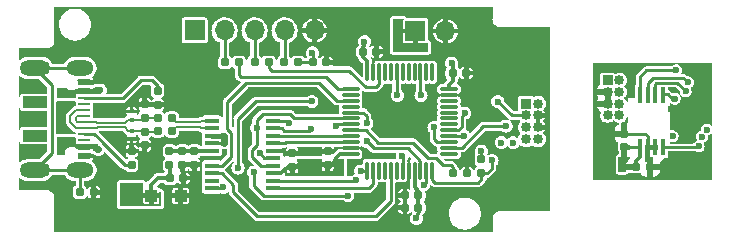
<source format=gtl>
G04 #@! TF.GenerationSoftware,KiCad,Pcbnew,(6.0.1)*
G04 #@! TF.CreationDate,2023-03-18T21:32:40+01:00*
G04 #@! TF.ProjectId,usb-magnetometer,7573622d-6d61-4676-9e65-746f6d657465,rev?*
G04 #@! TF.SameCoordinates,Original*
G04 #@! TF.FileFunction,Copper,L1,Top*
G04 #@! TF.FilePolarity,Positive*
%FSLAX46Y46*%
G04 Gerber Fmt 4.6, Leading zero omitted, Abs format (unit mm)*
G04 Created by KiCad (PCBNEW (6.0.1)) date 2023-03-18 21:32:40*
%MOMM*%
%LPD*%
G01*
G04 APERTURE LIST*
G04 Aperture macros list*
%AMRoundRect*
0 Rectangle with rounded corners*
0 $1 Rounding radius*
0 $2 $3 $4 $5 $6 $7 $8 $9 X,Y pos of 4 corners*
0 Add a 4 corners polygon primitive as box body*
4,1,4,$2,$3,$4,$5,$6,$7,$8,$9,$2,$3,0*
0 Add four circle primitives for the rounded corners*
1,1,$1+$1,$2,$3*
1,1,$1+$1,$4,$5*
1,1,$1+$1,$6,$7*
1,1,$1+$1,$8,$9*
0 Add four rect primitives between the rounded corners*
20,1,$1+$1,$2,$3,$4,$5,0*
20,1,$1+$1,$4,$5,$6,$7,0*
20,1,$1+$1,$6,$7,$8,$9,0*
20,1,$1+$1,$8,$9,$2,$3,0*%
G04 Aperture macros list end*
G04 #@! TA.AperFunction,SMDPad,CuDef*
%ADD10RoundRect,0.160000X-0.197500X-0.160000X0.197500X-0.160000X0.197500X0.160000X-0.197500X0.160000X0*%
G04 #@! TD*
G04 #@! TA.AperFunction,SMDPad,CuDef*
%ADD11RoundRect,0.050000X0.200000X-0.100000X0.200000X0.100000X-0.200000X0.100000X-0.200000X-0.100000X0*%
G04 #@! TD*
G04 #@! TA.AperFunction,SMDPad,CuDef*
%ADD12RoundRect,0.075000X0.075000X-0.662500X0.075000X0.662500X-0.075000X0.662500X-0.075000X-0.662500X0*%
G04 #@! TD*
G04 #@! TA.AperFunction,SMDPad,CuDef*
%ADD13RoundRect,0.075000X0.662500X-0.075000X0.662500X0.075000X-0.662500X0.075000X-0.662500X-0.075000X0*%
G04 #@! TD*
G04 #@! TA.AperFunction,SMDPad,CuDef*
%ADD14RoundRect,0.155000X0.155000X-0.212500X0.155000X0.212500X-0.155000X0.212500X-0.155000X-0.212500X0*%
G04 #@! TD*
G04 #@! TA.AperFunction,SMDPad,CuDef*
%ADD15RoundRect,0.160000X-0.160000X0.197500X-0.160000X-0.197500X0.160000X-0.197500X0.160000X0.197500X0*%
G04 #@! TD*
G04 #@! TA.AperFunction,SMDPad,CuDef*
%ADD16RoundRect,0.155000X-0.155000X0.212500X-0.155000X-0.212500X0.155000X-0.212500X0.155000X0.212500X0*%
G04 #@! TD*
G04 #@! TA.AperFunction,SMDPad,CuDef*
%ADD17R,1.000000X1.000000*%
G04 #@! TD*
G04 #@! TA.AperFunction,SMDPad,CuDef*
%ADD18RoundRect,0.160000X0.160000X-0.197500X0.160000X0.197500X-0.160000X0.197500X-0.160000X-0.197500X0*%
G04 #@! TD*
G04 #@! TA.AperFunction,SMDPad,CuDef*
%ADD19R,2.000000X1.000000*%
G04 #@! TD*
G04 #@! TA.AperFunction,SMDPad,CuDef*
%ADD20R,1.000000X0.520000*%
G04 #@! TD*
G04 #@! TA.AperFunction,SMDPad,CuDef*
%ADD21R,1.000000X0.270000*%
G04 #@! TD*
G04 #@! TA.AperFunction,ComponentPad*
%ADD22O,2.600000X1.300000*%
G04 #@! TD*
G04 #@! TA.AperFunction,ComponentPad*
%ADD23O,2.300000X1.300000*%
G04 #@! TD*
G04 #@! TA.AperFunction,SMDPad,CuDef*
%ADD24RoundRect,0.155000X0.212500X0.155000X-0.212500X0.155000X-0.212500X-0.155000X0.212500X-0.155000X0*%
G04 #@! TD*
G04 #@! TA.AperFunction,SMDPad,CuDef*
%ADD25RoundRect,0.160000X0.197500X0.160000X-0.197500X0.160000X-0.197500X-0.160000X0.197500X-0.160000X0*%
G04 #@! TD*
G04 #@! TA.AperFunction,ComponentPad*
%ADD26R,0.850000X0.850000*%
G04 #@! TD*
G04 #@! TA.AperFunction,ComponentPad*
%ADD27O,0.850000X0.850000*%
G04 #@! TD*
G04 #@! TA.AperFunction,SMDPad,CuDef*
%ADD28RoundRect,0.155000X-0.212500X-0.155000X0.212500X-0.155000X0.212500X0.155000X-0.212500X0.155000X0*%
G04 #@! TD*
G04 #@! TA.AperFunction,SMDPad,CuDef*
%ADD29R,0.450000X1.450000*%
G04 #@! TD*
G04 #@! TA.AperFunction,SMDPad,CuDef*
%ADD30RoundRect,0.050000X-0.200000X0.100000X-0.200000X-0.100000X0.200000X-0.100000X0.200000X0.100000X0*%
G04 #@! TD*
G04 #@! TA.AperFunction,SMDPad,CuDef*
%ADD31R,1.200000X0.400000*%
G04 #@! TD*
G04 #@! TA.AperFunction,ComponentPad*
%ADD32R,1.700000X1.700000*%
G04 #@! TD*
G04 #@! TA.AperFunction,ComponentPad*
%ADD33O,1.700000X1.700000*%
G04 #@! TD*
G04 #@! TA.AperFunction,ViaPad*
%ADD34C,0.600000*%
G04 #@! TD*
G04 #@! TA.AperFunction,Conductor*
%ADD35C,0.250000*%
G04 #@! TD*
G04 #@! TA.AperFunction,Conductor*
%ADD36C,0.200000*%
G04 #@! TD*
G04 #@! TA.AperFunction,Conductor*
%ADD37C,0.300000*%
G04 #@! TD*
G04 #@! TA.AperFunction,Conductor*
%ADD38C,0.400000*%
G04 #@! TD*
G04 #@! TA.AperFunction,Conductor*
%ADD39C,0.600000*%
G04 #@! TD*
G04 #@! TA.AperFunction,Conductor*
%ADD40C,0.350000*%
G04 #@! TD*
G04 APERTURE END LIST*
D10*
X85202500Y-147700000D03*
X86397500Y-147700000D03*
D11*
X58000000Y-143150000D03*
X58000000Y-142450000D03*
D10*
X60202500Y-144100000D03*
X61397500Y-144100000D03*
D12*
X77950000Y-147462500D03*
X78450000Y-147462500D03*
X78950000Y-147462500D03*
X79450000Y-147462500D03*
X79950000Y-147462500D03*
X80450000Y-147462500D03*
X80950000Y-147462500D03*
X81450000Y-147462500D03*
X81950000Y-147462500D03*
X82450000Y-147462500D03*
X82950000Y-147462500D03*
X83450000Y-147462500D03*
D13*
X84862500Y-146050000D03*
X84862500Y-145550000D03*
X84862500Y-145050000D03*
X84862500Y-144550000D03*
X84862500Y-144050000D03*
X84862500Y-143550000D03*
X84862500Y-143050000D03*
X84862500Y-142550000D03*
X84862500Y-142050000D03*
X84862500Y-141550000D03*
X84862500Y-141050000D03*
X84862500Y-140550000D03*
D12*
X83450000Y-139137500D03*
X82950000Y-139137500D03*
X82450000Y-139137500D03*
X81950000Y-139137500D03*
X81450000Y-139137500D03*
X80950000Y-139137500D03*
X80450000Y-139137500D03*
X79950000Y-139137500D03*
X79450000Y-139137500D03*
X78950000Y-139137500D03*
X78450000Y-139137500D03*
X77950000Y-139137500D03*
D13*
X76537500Y-140550000D03*
X76537500Y-141050000D03*
X76537500Y-141550000D03*
X76537500Y-142050000D03*
X76537500Y-142550000D03*
X76537500Y-143050000D03*
X76537500Y-143550000D03*
X76537500Y-144050000D03*
X76537500Y-144550000D03*
X76537500Y-145050000D03*
X76537500Y-145550000D03*
X76537500Y-146050000D03*
D14*
X59100000Y-143000000D03*
X59100000Y-141865000D03*
D15*
X58000000Y-145802500D03*
X58000000Y-146997500D03*
D16*
X63300000Y-145832500D03*
X63300000Y-146967500D03*
D17*
X59650000Y-149600000D03*
X62150000Y-149600000D03*
D18*
X87600000Y-147697500D03*
X87600000Y-146502500D03*
D19*
X49800000Y-144500000D03*
X49800000Y-141700000D03*
D20*
X54000000Y-140000000D03*
X54000000Y-140750000D03*
D21*
X54000000Y-141350000D03*
X54000000Y-142850000D03*
X54000000Y-143850000D03*
X54000000Y-144850000D03*
D20*
X54000000Y-145450000D03*
X54000000Y-146200000D03*
X54000000Y-146200000D03*
X54000000Y-145450000D03*
D21*
X54000000Y-144350000D03*
X54000000Y-143350000D03*
X54000000Y-142350000D03*
X54000000Y-141850000D03*
D20*
X54000000Y-140750000D03*
X54000000Y-140000000D03*
D22*
X49800000Y-147420000D03*
D23*
X53625000Y-147420000D03*
D22*
X49800000Y-138780000D03*
D23*
X53625000Y-138780000D03*
D24*
X82267500Y-149550000D03*
X81132500Y-149550000D03*
D14*
X74600000Y-146967500D03*
X74600000Y-145832500D03*
D25*
X54797500Y-149300000D03*
X53602500Y-149300000D03*
D10*
X65902500Y-138300000D03*
X67097500Y-138300000D03*
X68402500Y-138300000D03*
X69597500Y-138300000D03*
D14*
X71600000Y-147135000D03*
X71600000Y-146000000D03*
D26*
X98300000Y-139800000D03*
D27*
X99300000Y-139800000D03*
X98300000Y-140800000D03*
X99300000Y-140800000D03*
X98300000Y-141800000D03*
X99300000Y-141800000D03*
X98300000Y-142800000D03*
X99300000Y-142800000D03*
D26*
X91400000Y-141800000D03*
D27*
X92400000Y-141800000D03*
X91400000Y-142800000D03*
X92400000Y-142800000D03*
X91400000Y-143800000D03*
X92400000Y-143800000D03*
X91400000Y-144800000D03*
X92400000Y-144800000D03*
D28*
X77582500Y-137400000D03*
X78717500Y-137400000D03*
D29*
X102975000Y-141100000D03*
X102325000Y-141100000D03*
X101675000Y-141100000D03*
X101025000Y-141100000D03*
X101025000Y-145500000D03*
X101675000Y-145500000D03*
X102325000Y-145500000D03*
X102975000Y-145500000D03*
D14*
X99700000Y-145467500D03*
X99700000Y-144332500D03*
D30*
X58000000Y-144082500D03*
X58000000Y-144782500D03*
D31*
X70000000Y-148957500D03*
X70000000Y-148322500D03*
X70000000Y-147687500D03*
X70000000Y-147052500D03*
X70000000Y-146417500D03*
X70000000Y-145782500D03*
X70000000Y-145147500D03*
X70000000Y-144512500D03*
X70000000Y-143877500D03*
X70000000Y-143242500D03*
X64800000Y-143242500D03*
X64800000Y-143877500D03*
X64800000Y-144512500D03*
X64800000Y-145147500D03*
X64800000Y-145782500D03*
X64800000Y-146417500D03*
X64800000Y-147052500D03*
X64800000Y-147687500D03*
X64800000Y-148322500D03*
X64800000Y-148957500D03*
D16*
X62300000Y-145832500D03*
X62300000Y-146967500D03*
D18*
X60200000Y-141897500D03*
X60200000Y-140702500D03*
D28*
X73332500Y-138300000D03*
X74467500Y-138300000D03*
D32*
X63325000Y-135600000D03*
D33*
X65865000Y-135600000D03*
X68405000Y-135600000D03*
X70945000Y-135600000D03*
X73485000Y-135600000D03*
D10*
X70902500Y-138300000D03*
X72097500Y-138300000D03*
D24*
X82267500Y-150600000D03*
X81132500Y-150600000D03*
D32*
X82025000Y-135650000D03*
D33*
X84565000Y-135650000D03*
D10*
X60202500Y-143032500D03*
X61397500Y-143032500D03*
D28*
X100732500Y-147200000D03*
X101867500Y-147200000D03*
X85182500Y-139200000D03*
X86317500Y-139200000D03*
D16*
X59100000Y-144165000D03*
X59100000Y-145300000D03*
D18*
X61200000Y-146997500D03*
X61200000Y-145802500D03*
D28*
X61232500Y-148100000D03*
X62367500Y-148100000D03*
D34*
X89700000Y-143700000D03*
X62000000Y-142000000D03*
X89500000Y-150500000D03*
X69850000Y-140850000D03*
X86000000Y-136000000D03*
X58050000Y-152300000D03*
X88000000Y-136000000D03*
X71850000Y-140850000D03*
X76000000Y-136000000D03*
X68000000Y-134000000D03*
X60050000Y-152300000D03*
X86000000Y-134000000D03*
X72000000Y-134000000D03*
X56000000Y-136000000D03*
X78050000Y-152300000D03*
X57100000Y-142450000D03*
X88050000Y-152300000D03*
X74000000Y-134000000D03*
X64000000Y-142000000D03*
X50000000Y-148800000D03*
X56050000Y-152300000D03*
X60000000Y-138000000D03*
X86400000Y-146700000D03*
X60000000Y-136000000D03*
X73650000Y-145800000D03*
X78000000Y-134000000D03*
X58000000Y-139500000D03*
X56750000Y-139500000D03*
X90000000Y-138000000D03*
X88000000Y-134000000D03*
X50000000Y-146000000D03*
X52050000Y-152300000D03*
X54050000Y-152300000D03*
X83000000Y-145000000D03*
X80000000Y-134000000D03*
X75650000Y-150400000D03*
X62050000Y-152300000D03*
X51800000Y-134000000D03*
X73750000Y-150400000D03*
X52150000Y-142200000D03*
X67800000Y-144850000D03*
X66000000Y-134000000D03*
X72050000Y-142300000D03*
X74050000Y-152300000D03*
X88000000Y-138000000D03*
X60100000Y-145300000D03*
X82000000Y-143000000D03*
X56000000Y-134000000D03*
X81200000Y-151500000D03*
X80050000Y-152300000D03*
X58000000Y-136000000D03*
X56750000Y-147500000D03*
X50000000Y-143100000D03*
X64000000Y-134000000D03*
X72050000Y-152300000D03*
X63350000Y-144700000D03*
X57050000Y-144600000D03*
X79400000Y-144200000D03*
X64000000Y-138000000D03*
X64000000Y-151000000D03*
X69950000Y-150400000D03*
X76000000Y-134000000D03*
X86400000Y-138350000D03*
X66050000Y-152300000D03*
X58000000Y-138000000D03*
X76050000Y-152300000D03*
X62000000Y-138000000D03*
X70000000Y-134000000D03*
X84000000Y-137000000D03*
X59999015Y-150990920D03*
X51800000Y-136700000D03*
X67050000Y-141850000D03*
X91500000Y-150500000D03*
X82050000Y-152300000D03*
X60000000Y-134000000D03*
X72500000Y-145900000D03*
X64000000Y-140000000D03*
X86000000Y-135000000D03*
X70050000Y-152300000D03*
X84050000Y-152300000D03*
X71800000Y-150400000D03*
X77950000Y-150400000D03*
X52100000Y-143850000D03*
X59100000Y-140850000D03*
X50000000Y-140000000D03*
X90000000Y-136000000D03*
X52000000Y-149000000D03*
X58000000Y-134000000D03*
X91500000Y-148500000D03*
X78600000Y-136550000D03*
X62000000Y-134000000D03*
X85000000Y-137000000D03*
X67500000Y-148400000D03*
X50000000Y-137600000D03*
X52000000Y-151000000D03*
X56000000Y-151000000D03*
X64050000Y-152300000D03*
X68050000Y-152300000D03*
X62000000Y-140000000D03*
X84000000Y-134000000D03*
X82000000Y-134000000D03*
X72500000Y-147600000D03*
X80500000Y-136000000D03*
X65800000Y-145100000D03*
X75600000Y-147600000D03*
X82100000Y-151500000D03*
X80500000Y-135000000D03*
X77700000Y-136550000D03*
X72500000Y-146800000D03*
X81500000Y-137000000D03*
X90300000Y-145100000D03*
X89300000Y-145100000D03*
X85100000Y-138350000D03*
X87600000Y-145800000D03*
X73500000Y-147600000D03*
X82500000Y-137000000D03*
X65800000Y-144500000D03*
X73500000Y-146800000D03*
X80900000Y-146200000D03*
X73300000Y-137500000D03*
X77000000Y-148300000D03*
X82723608Y-148664079D03*
X73200000Y-143925500D03*
X77900000Y-145000000D03*
X71303844Y-143475500D03*
X77908496Y-143430056D03*
X68824500Y-146000000D03*
X77400000Y-147500000D03*
X76300000Y-149582000D03*
X68324500Y-147600000D03*
X67000000Y-147250000D03*
X75264896Y-143674500D03*
X65737398Y-148890826D03*
X73250000Y-141600000D03*
X68600000Y-143850000D03*
X89000000Y-141624500D03*
X83600000Y-143800000D03*
X86200000Y-142600000D03*
X86100000Y-144500000D03*
X88500000Y-146600000D03*
X80500000Y-141100000D03*
X82500000Y-141100000D03*
X52100000Y-140950000D03*
X52850000Y-140950000D03*
X55350000Y-140650000D03*
X57500000Y-149000000D03*
X58500000Y-150000000D03*
X57500000Y-150000000D03*
X52100000Y-145050000D03*
X55150000Y-145600000D03*
X52874080Y-145052617D03*
X52000000Y-145800000D03*
X58500000Y-149000000D03*
X104100000Y-138976469D03*
X106000000Y-145400000D03*
X103982745Y-141379547D03*
X105094950Y-139986245D03*
X104892998Y-140759821D03*
X99700000Y-146400000D03*
X106300000Y-144600000D03*
X99700000Y-147200000D03*
X106700000Y-144000000D03*
X103793596Y-144550030D03*
X104000000Y-147600000D03*
X103793584Y-143550044D03*
X103672649Y-142252902D03*
X98000000Y-147600000D03*
X98000000Y-145600000D03*
X105000000Y-146500000D03*
X106000000Y-147600000D03*
X106400000Y-139000000D03*
D35*
X101549509Y-138976469D02*
X104100000Y-138976469D01*
X101675000Y-144525000D02*
X101675000Y-145500000D01*
X54925000Y-149277500D02*
X54902500Y-149300000D01*
D36*
X57700000Y-144100000D02*
X57400000Y-143800000D01*
X54000000Y-142350000D02*
X53300000Y-142350000D01*
X55050000Y-143850000D02*
X54000000Y-143850000D01*
X52800000Y-143384022D02*
X53265978Y-143850000D01*
X59017500Y-144082500D02*
X59100000Y-144165000D01*
X55100000Y-143800000D02*
X55050000Y-143850000D01*
X57982500Y-144100000D02*
X57700000Y-144100000D01*
X53265978Y-143850000D02*
X54000000Y-143850000D01*
X57400000Y-143800000D02*
X55100000Y-143800000D01*
X60137500Y-144165000D02*
X60202500Y-144100000D01*
X58000000Y-144082500D02*
X59017500Y-144082500D01*
X58000000Y-144082500D02*
X57982500Y-144100000D01*
X52800000Y-142850000D02*
X52800000Y-143384022D01*
X59100000Y-144165000D02*
X60137500Y-144165000D01*
X53300000Y-142350000D02*
X52800000Y-142850000D01*
X53400000Y-142850000D02*
X54000000Y-142850000D01*
X53400000Y-143350000D02*
X53250000Y-143200000D01*
X58000000Y-143150000D02*
X58950000Y-143150000D01*
X53250000Y-143200000D02*
X53250000Y-143000000D01*
X58000000Y-143150000D02*
X57700000Y-143150000D01*
X60170000Y-143000000D02*
X60202500Y-143032500D01*
X55050480Y-143400480D02*
X55000000Y-143350000D01*
X55000000Y-143350000D02*
X54000000Y-143350000D01*
X53250000Y-143000000D02*
X53400000Y-142850000D01*
X57450000Y-143400000D02*
X55150000Y-143400000D01*
X55150000Y-143400000D02*
X55149520Y-143400480D01*
X58950000Y-143150000D02*
X59100000Y-143000000D01*
X59100000Y-143000000D02*
X60170000Y-143000000D01*
X54000000Y-143350000D02*
X53400000Y-143350000D01*
X55149520Y-143400480D02*
X55050480Y-143400480D01*
X57700000Y-143150000D02*
X57450000Y-143400000D01*
D37*
X82267500Y-149167500D02*
X82267500Y-149550000D01*
D35*
X82100000Y-151500000D02*
X82100000Y-151200000D01*
D37*
X72482500Y-147000000D02*
X72500000Y-147017500D01*
X85182500Y-139200000D02*
X85182500Y-138432500D01*
X77582500Y-137832500D02*
X77950000Y-138200000D01*
X81950000Y-148850000D02*
X82267500Y-149167500D01*
X77950000Y-138200000D02*
X77950000Y-139137500D01*
X75300000Y-146600000D02*
X75032500Y-146867500D01*
D35*
X65752500Y-145147500D02*
X65800000Y-145100000D01*
D37*
X71600000Y-147135000D02*
X71965000Y-147135000D01*
X70000000Y-147687500D02*
X70662500Y-147687500D01*
X75300000Y-146400000D02*
X75300000Y-146600000D01*
D35*
X82100000Y-151200000D02*
X82300000Y-151000000D01*
D37*
X72100000Y-147000000D02*
X72482500Y-147000000D01*
X75650000Y-146050000D02*
X75300000Y-146400000D01*
D38*
X64800000Y-144512500D02*
X65787500Y-144512500D01*
D37*
X76537500Y-146050000D02*
X75650000Y-146050000D01*
X82267500Y-149550000D02*
X82267500Y-150600000D01*
X77582500Y-137017500D02*
X77700000Y-136900000D01*
X77582500Y-137400000D02*
X77582500Y-137017500D01*
X70662500Y-147687500D02*
X71215000Y-147135000D01*
X77700000Y-136900000D02*
X77700000Y-136550000D01*
X75032500Y-146867500D02*
X74600000Y-146867500D01*
D39*
X65800000Y-145100000D02*
X65800000Y-144500000D01*
D37*
X84862500Y-140550000D02*
X84862500Y-140187500D01*
D35*
X82300000Y-151000000D02*
X82300000Y-150632500D01*
X64800000Y-145147500D02*
X65752500Y-145147500D01*
D37*
X85182500Y-139867500D02*
X85182500Y-139200000D01*
X85182500Y-138432500D02*
X85100000Y-138350000D01*
D38*
X65787500Y-144512500D02*
X65800000Y-144500000D01*
D37*
X71965000Y-147135000D02*
X72100000Y-147000000D01*
X71215000Y-147135000D02*
X71600000Y-147135000D01*
X81950000Y-147462500D02*
X81950000Y-148850000D01*
X84862500Y-140187500D02*
X85182500Y-139867500D01*
X77582500Y-137400000D02*
X77582500Y-137832500D01*
D35*
X87600000Y-145800000D02*
X87600000Y-146502500D01*
X82300000Y-150632500D02*
X82267500Y-150600000D01*
D40*
X61220000Y-145782500D02*
X61200000Y-145802500D01*
X64800000Y-145782500D02*
X61220000Y-145782500D01*
D35*
X80900000Y-146200000D02*
X80950000Y-146250000D01*
X80950000Y-146250000D02*
X80950000Y-147462500D01*
X72097500Y-138300000D02*
X73332500Y-138300000D01*
X73332500Y-137532500D02*
X73300000Y-137500000D01*
X73332500Y-138300000D02*
X73332500Y-137532500D01*
X58800000Y-139800000D02*
X57250000Y-141350000D01*
X59700000Y-139800000D02*
X58800000Y-139800000D01*
X60200000Y-140300000D02*
X59700000Y-139800000D01*
X57250000Y-141350000D02*
X54000000Y-141350000D01*
X60200000Y-140702500D02*
X60200000Y-140300000D01*
X54800000Y-144350000D02*
X55450000Y-145000000D01*
X55450000Y-145000000D02*
X55450000Y-145016807D01*
X54000000Y-144350000D02*
X54800000Y-144350000D01*
X55450000Y-145016807D02*
X57430693Y-146997500D01*
X57430693Y-146997500D02*
X58000000Y-146997500D01*
X65865000Y-138262500D02*
X65865000Y-135600000D01*
X65902500Y-138300000D02*
X65865000Y-138262500D01*
X68402500Y-138300000D02*
X68405000Y-138297500D01*
X68405000Y-138297500D02*
X68405000Y-135600000D01*
X70945000Y-135600000D02*
X70945000Y-138257500D01*
X70945000Y-138257500D02*
X70902500Y-138300000D01*
X85202500Y-147202500D02*
X85202500Y-147700000D01*
X76537500Y-144050000D02*
X77833193Y-144050000D01*
X83100000Y-146400000D02*
X83800000Y-146400000D01*
X81800000Y-145100000D02*
X83100000Y-146400000D01*
X78883193Y-145100000D02*
X81800000Y-145100000D01*
X83800000Y-146400000D02*
X84400000Y-147000000D01*
X77833193Y-144050000D02*
X78883193Y-145100000D01*
X85000000Y-147000000D02*
X85202500Y-147202500D01*
X84400000Y-147000000D02*
X85000000Y-147000000D01*
X77000000Y-148300000D02*
X76977500Y-148322500D01*
X76977500Y-148322500D02*
X70000000Y-148322500D01*
X82950000Y-148437687D02*
X82950000Y-147462500D01*
X82723608Y-148664079D02*
X82950000Y-148437687D01*
X70924511Y-144100000D02*
X70702011Y-143877500D01*
X81365495Y-145575489D02*
X81000000Y-145575489D01*
X82450000Y-147462500D02*
X82450000Y-146659994D01*
X81000000Y-145575489D02*
X78475489Y-145575489D01*
X73025500Y-144100000D02*
X70924511Y-144100000D01*
X82450000Y-146659994D02*
X81365495Y-145575489D01*
X78475489Y-145575489D02*
X77900000Y-145000000D01*
X73200000Y-143925500D02*
X73025500Y-144100000D01*
X70702011Y-143877500D02*
X70000000Y-143877500D01*
X78100000Y-148957500D02*
X70000000Y-148957500D01*
X78450000Y-147462500D02*
X78450000Y-148607500D01*
X78450000Y-148607500D02*
X78100000Y-148957500D01*
X70000000Y-143242500D02*
X71070844Y-143242500D01*
X71070844Y-143242500D02*
X71303844Y-143475500D01*
X76537500Y-142550000D02*
X77600000Y-142550000D01*
X77850000Y-142800000D02*
X77908496Y-142858496D01*
X77908496Y-142858496D02*
X77908496Y-143430056D01*
X77600000Y-142550000D02*
X77850000Y-142800000D01*
X70952500Y-145147500D02*
X70000000Y-145147500D01*
X76537500Y-145050000D02*
X71050000Y-145050000D01*
X71050000Y-145050000D02*
X70952500Y-145147500D01*
X66424511Y-146277989D02*
X66424511Y-144241318D01*
X66100000Y-141650000D02*
X67700000Y-140050000D01*
X64800000Y-147052500D02*
X65650000Y-147052500D01*
X73882983Y-140050000D02*
X75382983Y-141550000D01*
X67700000Y-140050000D02*
X73882983Y-140050000D01*
X66100000Y-143916807D02*
X66100000Y-141650000D01*
X65650000Y-147052500D02*
X66424511Y-146277989D01*
X66424511Y-144241318D02*
X66100000Y-143916807D01*
X75382983Y-141550000D02*
X76537500Y-141550000D01*
X76537500Y-144550000D02*
X70037500Y-144550000D01*
X70037500Y-144550000D02*
X70000000Y-144512500D01*
X53625000Y-147420000D02*
X49800000Y-147420000D01*
X53625000Y-147420000D02*
X53625000Y-149277500D01*
X51249511Y-140229511D02*
X51249511Y-145970489D01*
X51249511Y-145970489D02*
X49800000Y-147420000D01*
X49800000Y-138780000D02*
X51249511Y-140229511D01*
X49800000Y-138780000D02*
X53625000Y-138780000D01*
X68324500Y-148731022D02*
X69175478Y-149582000D01*
X69242000Y-146417500D02*
X70000000Y-146417500D01*
X77437500Y-147462500D02*
X77400000Y-147500000D01*
X69175478Y-149582000D02*
X76300000Y-149582000D01*
X77950000Y-147462500D02*
X77437500Y-147462500D01*
X68824500Y-146000000D02*
X69242000Y-146417500D01*
X68324500Y-147600000D02*
X68324500Y-148731022D01*
D36*
X63899999Y-143877500D02*
X63782499Y-143760000D01*
X64800000Y-143877500D02*
X63899999Y-143877500D01*
X63782499Y-143760000D02*
X61737500Y-143760000D01*
X61737500Y-143760000D02*
X61397500Y-144100000D01*
X63782499Y-143360000D02*
X61725000Y-143360000D01*
X63899999Y-143242500D02*
X63782499Y-143360000D01*
X61725000Y-143360000D02*
X61397500Y-143032500D01*
X64800000Y-143242500D02*
X63899999Y-143242500D01*
D35*
X69597500Y-138747500D02*
X69850000Y-139000000D01*
X76400000Y-139000000D02*
X77800000Y-140400000D01*
X69597500Y-138300000D02*
X69597500Y-138747500D01*
X78950000Y-140150000D02*
X78950000Y-139137500D01*
X78700000Y-140400000D02*
X78950000Y-140150000D01*
X77800000Y-140400000D02*
X78700000Y-140400000D01*
X69850000Y-139000000D02*
X76400000Y-139000000D01*
X74450000Y-139550000D02*
X67250000Y-139550000D01*
X67097500Y-139397500D02*
X67097500Y-138300000D01*
X75450000Y-140550000D02*
X74450000Y-139550000D01*
X67250000Y-139550000D02*
X67097500Y-139397500D01*
X76537500Y-140550000D02*
X75450000Y-140550000D01*
X67000000Y-143100000D02*
X68500000Y-141600000D01*
X68500000Y-141600000D02*
X73250000Y-141600000D01*
X65670724Y-148957500D02*
X64800000Y-148957500D01*
X67000000Y-147250000D02*
X67000000Y-143100000D01*
X75389396Y-143550000D02*
X75264896Y-143674500D01*
X76537500Y-143550000D02*
X75389396Y-143550000D01*
X65737398Y-148890826D02*
X65670724Y-148957500D01*
X68600000Y-143850000D02*
X68600000Y-145341307D01*
X69093479Y-142700000D02*
X71411537Y-142700000D01*
X68199989Y-146299989D02*
X68952500Y-147052500D01*
X68600000Y-143193479D02*
X69093479Y-142700000D01*
X71411537Y-142700000D02*
X71761537Y-143050000D01*
X68600000Y-143850000D02*
X68600000Y-143193479D01*
X71761537Y-143050000D02*
X76537500Y-143050000D01*
X68600000Y-145341307D02*
X68199989Y-145741318D01*
X68952500Y-147052500D02*
X70000000Y-147052500D01*
X68199989Y-145741318D02*
X68199989Y-146299989D01*
X90175500Y-142800000D02*
X89000000Y-141624500D01*
X90175500Y-142800000D02*
X91400000Y-142800000D01*
X83600000Y-143800000D02*
X83600000Y-144800000D01*
X83600000Y-144800000D02*
X83850000Y-145050000D01*
X83850000Y-145050000D02*
X84862500Y-145050000D01*
X85924520Y-143790486D02*
X85665006Y-144050000D01*
X86200000Y-142600000D02*
X85924520Y-142875480D01*
X85665006Y-144050000D02*
X84862500Y-144050000D01*
X85924520Y-142875480D02*
X85924520Y-143790486D01*
X86050000Y-144550000D02*
X84862500Y-144550000D01*
X86100000Y-144500000D02*
X86050000Y-144550000D01*
X85933193Y-145550000D02*
X84862500Y-145550000D01*
X89700000Y-143700000D02*
X87783193Y-143700000D01*
X87783193Y-143700000D02*
X85933193Y-145550000D01*
X83700000Y-148500000D02*
X87300000Y-148500000D01*
X83450000Y-147462500D02*
X83450000Y-148250000D01*
X87600000Y-148200000D02*
X87600000Y-147697500D01*
X88500000Y-147300000D02*
X88500000Y-146600000D01*
X87600000Y-147697500D02*
X88102500Y-147697500D01*
X83450000Y-148250000D02*
X83700000Y-148500000D01*
X88102500Y-147697500D02*
X88500000Y-147300000D01*
X87300000Y-148500000D02*
X87600000Y-148200000D01*
X64800000Y-147687500D02*
X65614022Y-147687500D01*
X78650000Y-151350000D02*
X79950000Y-150050000D01*
X65614022Y-147687500D02*
X66600000Y-148673478D01*
X68650000Y-151350000D02*
X78650000Y-151350000D01*
X66600000Y-148673478D02*
X66600000Y-149300000D01*
X79950000Y-150050000D02*
X79950000Y-147462500D01*
X66600000Y-149300000D02*
X68650000Y-151350000D01*
X80450000Y-139137500D02*
X80450000Y-141050000D01*
X80450000Y-141050000D02*
X80500000Y-141100000D01*
X82450000Y-139137500D02*
X82450000Y-141050000D01*
X82450000Y-141050000D02*
X82500000Y-141100000D01*
D40*
X61232500Y-148100000D02*
X60200000Y-148100000D01*
X61232500Y-147030000D02*
X61200000Y-146997500D01*
X59650000Y-148650000D02*
X59650000Y-149600000D01*
X60200000Y-148100000D02*
X59650000Y-148650000D01*
X61232500Y-148100000D02*
X61232500Y-147030000D01*
D35*
X101025000Y-139500978D02*
X101025000Y-141100000D01*
X101549509Y-138976469D02*
X101025000Y-139500978D01*
X105900000Y-145500000D02*
X102975000Y-145500000D01*
X106000000Y-145400000D02*
X105900000Y-145500000D01*
X103075000Y-141000000D02*
X102975000Y-141100000D01*
X103779547Y-141379547D02*
X103400000Y-141000000D01*
X103400000Y-141000000D02*
X103075000Y-141000000D01*
X103982745Y-141379547D02*
X103779547Y-141379547D01*
X104709674Y-139600969D02*
X102099520Y-139600969D01*
X102099520Y-139600969D02*
X101675000Y-140025489D01*
X105094950Y-139986245D02*
X104709674Y-139600969D01*
X101675000Y-140025489D02*
X101675000Y-141100000D01*
X104183666Y-140050489D02*
X102425489Y-140050489D01*
X104892998Y-140759821D02*
X104183666Y-140050489D01*
X102325000Y-140150978D02*
X102325000Y-141100000D01*
X102425489Y-140050489D02*
X102325000Y-140150978D01*
X100992500Y-145467500D02*
X101025000Y-145500000D01*
D37*
X100732500Y-146617500D02*
X100732500Y-147200000D01*
X101025000Y-145500000D02*
X101025000Y-146325000D01*
X101025000Y-146325000D02*
X100732500Y-146617500D01*
D35*
X99700000Y-145467500D02*
X100992500Y-145467500D01*
X101675000Y-146475000D02*
X101867500Y-146667500D01*
X101675000Y-145500000D02*
X101675000Y-146475000D01*
X101867500Y-146667500D02*
X101867500Y-147200000D01*
X101482500Y-144332500D02*
X101675000Y-144525000D01*
X99700000Y-144332500D02*
X101482500Y-144332500D01*
G04 #@! TA.AperFunction,Conductor*
G36*
X99985648Y-145227852D02*
G01*
X100000000Y-145262500D01*
X100000000Y-145300000D01*
X100200000Y-145300000D01*
X100200000Y-145721500D01*
X99963747Y-145721500D01*
X99956855Y-145724355D01*
X99954000Y-145731247D01*
X99954000Y-146329026D01*
X99956855Y-146335918D01*
X99961977Y-146338040D01*
X99974122Y-146336924D01*
X99979187Y-146335910D01*
X100127016Y-146289583D01*
X100130835Y-146287859D01*
X100168320Y-146286681D01*
X100195659Y-146312353D01*
X100200000Y-146332518D01*
X100200000Y-146436042D01*
X100185648Y-146470690D01*
X100176383Y-146477955D01*
X100110429Y-146517899D01*
X100105809Y-146521521D01*
X99996521Y-146630809D01*
X99992899Y-146635429D01*
X99912829Y-146767638D01*
X99910419Y-146772977D01*
X99864090Y-146920813D01*
X99863076Y-146925878D01*
X99862119Y-146936295D01*
X99864331Y-146943419D01*
X99869237Y-146946000D01*
X100937500Y-146946000D01*
X100972148Y-146960352D01*
X100986500Y-146995000D01*
X100986500Y-147405000D01*
X100972148Y-147439648D01*
X100937500Y-147454000D01*
X99870974Y-147454000D01*
X99864082Y-147456855D01*
X99861960Y-147461977D01*
X99863076Y-147474122D01*
X99864090Y-147479187D01*
X99882003Y-147536347D01*
X99878669Y-147573702D01*
X99849898Y-147597758D01*
X99835245Y-147600000D01*
X99249000Y-147600000D01*
X99214352Y-147585648D01*
X99200000Y-147551000D01*
X99200000Y-146332518D01*
X99214352Y-146297870D01*
X99249000Y-146283518D01*
X99269165Y-146287859D01*
X99272984Y-146289583D01*
X99420813Y-146335910D01*
X99425878Y-146336924D01*
X99436295Y-146337881D01*
X99443419Y-146335669D01*
X99446000Y-146330763D01*
X99446000Y-145262500D01*
X99460352Y-145227852D01*
X99495000Y-145213500D01*
X99951000Y-145213500D01*
X99985648Y-145227852D01*
G37*
G04 #@! TD.AperFunction*
G04 #@! TA.AperFunction,Conductor*
G36*
X58985648Y-148514352D02*
G01*
X59000000Y-148549000D01*
X59000000Y-148949636D01*
X58991742Y-148976859D01*
X58964285Y-149017951D01*
X58960663Y-149026697D01*
X58950468Y-149077948D01*
X58950000Y-149082705D01*
X58950000Y-149390253D01*
X58952855Y-149397145D01*
X58959747Y-149400000D01*
X60340253Y-149400000D01*
X60347145Y-149397145D01*
X60350000Y-149390253D01*
X60350000Y-149299000D01*
X60364352Y-149264352D01*
X60399000Y-149250000D01*
X60451000Y-149250000D01*
X60485648Y-149264352D01*
X60500000Y-149299000D01*
X60500000Y-150451000D01*
X60485648Y-150485648D01*
X60451000Y-150500000D01*
X60272555Y-150500000D01*
X60253804Y-150496270D01*
X60146738Y-150451922D01*
X60146739Y-150451922D01*
X60143769Y-150450692D01*
X59999015Y-150431635D01*
X59995832Y-150432054D01*
X59857443Y-150450273D01*
X59857442Y-150450273D01*
X59854261Y-150450692D01*
X59851299Y-150451919D01*
X59851295Y-150451920D01*
X59744227Y-150496270D01*
X59725475Y-150500000D01*
X57049000Y-150500000D01*
X57014352Y-150485648D01*
X57000000Y-150451000D01*
X57000000Y-150117295D01*
X58950000Y-150117295D01*
X58950468Y-150122052D01*
X58960663Y-150173303D01*
X58964285Y-150182049D01*
X59003128Y-150240181D01*
X59009819Y-150246872D01*
X59067951Y-150285715D01*
X59076697Y-150289337D01*
X59127948Y-150299532D01*
X59132705Y-150300000D01*
X59440253Y-150300000D01*
X59447145Y-150297145D01*
X59450000Y-150290253D01*
X59850000Y-150290253D01*
X59852855Y-150297145D01*
X59859747Y-150300000D01*
X60167295Y-150300000D01*
X60172052Y-150299532D01*
X60223303Y-150289337D01*
X60232049Y-150285715D01*
X60290181Y-150246872D01*
X60296872Y-150240181D01*
X60335715Y-150182049D01*
X60339337Y-150173303D01*
X60349532Y-150122052D01*
X60350000Y-150117295D01*
X60350000Y-149809747D01*
X60347145Y-149802855D01*
X60340253Y-149800000D01*
X59859747Y-149800000D01*
X59852855Y-149802855D01*
X59850000Y-149809747D01*
X59850000Y-150290253D01*
X59450000Y-150290253D01*
X59450000Y-149809747D01*
X59447145Y-149802855D01*
X59440253Y-149800000D01*
X58959747Y-149800000D01*
X58952855Y-149802855D01*
X58950000Y-149809747D01*
X58950000Y-150117295D01*
X57000000Y-150117295D01*
X57000000Y-148549000D01*
X57014352Y-148514352D01*
X57049000Y-148500000D01*
X58951000Y-148500000D01*
X58985648Y-148514352D01*
G37*
G04 #@! TD.AperFunction*
G04 #@! TA.AperFunction,Conductor*
G36*
X107076262Y-138350603D02*
G01*
X107100001Y-138354363D01*
X107099921Y-138354870D01*
X107131888Y-138368112D01*
X107145130Y-138400079D01*
X107145637Y-138399999D01*
X107146240Y-138403806D01*
X107149397Y-138423738D01*
X107150000Y-138431404D01*
X107150000Y-143623511D01*
X107135648Y-143658159D01*
X107101000Y-143672511D01*
X107063879Y-143655496D01*
X107034680Y-143621609D01*
X107032400Y-143618963D01*
X106912095Y-143540985D01*
X106774739Y-143499907D01*
X106703681Y-143499473D01*
X106634868Y-143499052D01*
X106634866Y-143499052D01*
X106631376Y-143499031D01*
X106628021Y-143499990D01*
X106628020Y-143499990D01*
X106496884Y-143537469D01*
X106493529Y-143538428D01*
X106372280Y-143614930D01*
X106277377Y-143722388D01*
X106216447Y-143852163D01*
X106215911Y-143855608D01*
X106194927Y-143990377D01*
X106194927Y-143990381D01*
X106194391Y-143993823D01*
X106194843Y-143997280D01*
X106194843Y-143997282D01*
X106197789Y-144019812D01*
X106201860Y-144050937D01*
X106203511Y-144063564D01*
X106193773Y-144099781D01*
X106168390Y-144117031D01*
X106096890Y-144137466D01*
X106096881Y-144137470D01*
X106093529Y-144138428D01*
X105972280Y-144214930D01*
X105877377Y-144322388D01*
X105816447Y-144452163D01*
X105815911Y-144455608D01*
X105794927Y-144590377D01*
X105794927Y-144590381D01*
X105794391Y-144593823D01*
X105794843Y-144597280D01*
X105794843Y-144597283D01*
X105812527Y-144732517D01*
X105812980Y-144735979D01*
X105814387Y-144739176D01*
X105814387Y-144739177D01*
X105867313Y-144859462D01*
X105868131Y-144896956D01*
X105842197Y-144924046D01*
X105835928Y-144926309D01*
X105796890Y-144937466D01*
X105796881Y-144937470D01*
X105793529Y-144938428D01*
X105672280Y-145014930D01*
X105577377Y-145122388D01*
X105575894Y-145125548D01*
X105575890Y-145125553D01*
X105566137Y-145146325D01*
X105538420Y-145171589D01*
X105521783Y-145174500D01*
X103649000Y-145174500D01*
X103614352Y-145160148D01*
X103600000Y-145125500D01*
X103600000Y-145080590D01*
X103614352Y-145045942D01*
X103649000Y-145031590D01*
X103663612Y-145033820D01*
X103709415Y-145048130D01*
X103709421Y-145048131D01*
X103712753Y-145049172D01*
X103716243Y-145049236D01*
X103736154Y-145049601D01*
X103856095Y-145051800D01*
X103994413Y-145014090D01*
X103997384Y-145012266D01*
X103997386Y-145012265D01*
X104113614Y-144940901D01*
X104113617Y-144940899D01*
X104116587Y-144939075D01*
X104128143Y-144926309D01*
X104210451Y-144835375D01*
X104210452Y-144835374D01*
X104212796Y-144832784D01*
X104217846Y-144822362D01*
X104258148Y-144739177D01*
X104275306Y-144703763D01*
X104281124Y-144669187D01*
X104298779Y-144564246D01*
X104298779Y-144564243D01*
X104299092Y-144562384D01*
X104299243Y-144550030D01*
X104278919Y-144408112D01*
X104219580Y-144277602D01*
X104125996Y-144168993D01*
X104005691Y-144091015D01*
X103868335Y-144049937D01*
X103797277Y-144049503D01*
X103728464Y-144049082D01*
X103728462Y-144049082D01*
X103724972Y-144049061D01*
X103721617Y-144050020D01*
X103721616Y-144050020D01*
X103718408Y-144050937D01*
X103662464Y-144066926D01*
X103625207Y-144062648D01*
X103601886Y-144033277D01*
X103600000Y-144019812D01*
X103600000Y-141817545D01*
X103614352Y-141782897D01*
X103649000Y-141768545D01*
X103676152Y-141776756D01*
X103701159Y-141793402D01*
X103765058Y-141835937D01*
X103901902Y-141878689D01*
X103905392Y-141878753D01*
X103925303Y-141879118D01*
X104045244Y-141881317D01*
X104183562Y-141843607D01*
X104186533Y-141841783D01*
X104186535Y-141841782D01*
X104302763Y-141770418D01*
X104302766Y-141770416D01*
X104305736Y-141768592D01*
X104401945Y-141662301D01*
X104416696Y-141631856D01*
X104462934Y-141536419D01*
X104464455Y-141533280D01*
X104488241Y-141391901D01*
X104488392Y-141379547D01*
X104468068Y-141237629D01*
X104412676Y-141115800D01*
X104411666Y-141086133D01*
X104398465Y-141086421D01*
X104379104Y-141072738D01*
X104365419Y-141056855D01*
X104315145Y-140998510D01*
X104194840Y-140920532D01*
X104057484Y-140879454D01*
X103986426Y-140879020D01*
X103917613Y-140878599D01*
X103917611Y-140878599D01*
X103914121Y-140878578D01*
X103805573Y-140909601D01*
X103768316Y-140905323D01*
X103757461Y-140897135D01*
X103641730Y-140781404D01*
X103638842Y-140778252D01*
X103615214Y-140750093D01*
X103615211Y-140750090D01*
X103612455Y-140746806D01*
X103576908Y-140726284D01*
X103573303Y-140723987D01*
X103543197Y-140702906D01*
X103539684Y-140700446D01*
X103531864Y-140698351D01*
X103520052Y-140693457D01*
X103516762Y-140691558D01*
X103513045Y-140689412D01*
X103508822Y-140688667D01*
X103508821Y-140688667D01*
X103489432Y-140685249D01*
X103472623Y-140682285D01*
X103468463Y-140681362D01*
X103438051Y-140673213D01*
X103436816Y-140672882D01*
X103407064Y-140650051D01*
X103400500Y-140625552D01*
X103400500Y-140424989D01*
X103414852Y-140390341D01*
X103449500Y-140375989D01*
X104028544Y-140375989D01*
X104063192Y-140390341D01*
X104375060Y-140702209D01*
X104389412Y-140736857D01*
X104388829Y-140744395D01*
X104387942Y-140750093D01*
X104387389Y-140753644D01*
X104387841Y-140757101D01*
X104387841Y-140757104D01*
X104403851Y-140879537D01*
X104405978Y-140895800D01*
X104407384Y-140898995D01*
X104461075Y-141021018D01*
X104461709Y-141050072D01*
X104474482Y-141049637D01*
X104494791Y-141063990D01*
X104538342Y-141115800D01*
X104555968Y-141136769D01*
X104675311Y-141216211D01*
X104678643Y-141217252D01*
X104733695Y-141234451D01*
X104812155Y-141258963D01*
X104815645Y-141259027D01*
X104835556Y-141259392D01*
X104955497Y-141261591D01*
X105093815Y-141223881D01*
X105096786Y-141222057D01*
X105096788Y-141222056D01*
X105213016Y-141150692D01*
X105213019Y-141150690D01*
X105215989Y-141148866D01*
X105225186Y-141138706D01*
X105309853Y-141045166D01*
X105309854Y-141045165D01*
X105312198Y-141042575D01*
X105319733Y-141027024D01*
X105371812Y-140919532D01*
X105374708Y-140913554D01*
X105377158Y-140898995D01*
X105398181Y-140774037D01*
X105398181Y-140774034D01*
X105398494Y-140772175D01*
X105398645Y-140759821D01*
X105378321Y-140617903D01*
X105318982Y-140487393D01*
X105320758Y-140486586D01*
X105315297Y-140455900D01*
X105337513Y-140424673D01*
X105414968Y-140377116D01*
X105414971Y-140377114D01*
X105417941Y-140375290D01*
X105436079Y-140355252D01*
X105511805Y-140271590D01*
X105511806Y-140271589D01*
X105514150Y-140268999D01*
X105522965Y-140250806D01*
X105575139Y-140143117D01*
X105576660Y-140139978D01*
X105600446Y-139998599D01*
X105600597Y-139986245D01*
X105580273Y-139844327D01*
X105520934Y-139713817D01*
X105427350Y-139605208D01*
X105307045Y-139527230D01*
X105169689Y-139486152D01*
X105074600Y-139485571D01*
X105040251Y-139471220D01*
X104951404Y-139382373D01*
X104948516Y-139379221D01*
X104924888Y-139351062D01*
X104924885Y-139351059D01*
X104922129Y-139347775D01*
X104886582Y-139327253D01*
X104882977Y-139324956D01*
X104870645Y-139316321D01*
X104849358Y-139301415D01*
X104841538Y-139299320D01*
X104829726Y-139294426D01*
X104826436Y-139292527D01*
X104822719Y-139290381D01*
X104818496Y-139289636D01*
X104818495Y-139289636D01*
X104796533Y-139285764D01*
X104782297Y-139283254D01*
X104778132Y-139282330D01*
X104752528Y-139275469D01*
X104742620Y-139272814D01*
X104742619Y-139272814D01*
X104738481Y-139271705D01*
X104734216Y-139272078D01*
X104734214Y-139272078D01*
X104697586Y-139275283D01*
X104693315Y-139275469D01*
X104589517Y-139275469D01*
X104554869Y-139261117D01*
X104540517Y-139226469D01*
X104545420Y-139205104D01*
X104554612Y-139186133D01*
X104581710Y-139130202D01*
X104605496Y-138988823D01*
X104605647Y-138976469D01*
X104585323Y-138834551D01*
X104525984Y-138704041D01*
X104500806Y-138674820D01*
X104434680Y-138598078D01*
X104432400Y-138595432D01*
X104312095Y-138517454D01*
X104174739Y-138476376D01*
X104103681Y-138475942D01*
X104034868Y-138475521D01*
X104034866Y-138475521D01*
X104031376Y-138475500D01*
X104028021Y-138476459D01*
X104028020Y-138476459D01*
X103896884Y-138513938D01*
X103893529Y-138514897D01*
X103772280Y-138591399D01*
X103734299Y-138634405D01*
X103697572Y-138650969D01*
X101565868Y-138650969D01*
X101561597Y-138650783D01*
X101524969Y-138647578D01*
X101524967Y-138647578D01*
X101520702Y-138647205D01*
X101516564Y-138648314D01*
X101516563Y-138648314D01*
X101506655Y-138650969D01*
X101481051Y-138657830D01*
X101476886Y-138658754D01*
X101460077Y-138661718D01*
X101440688Y-138665136D01*
X101440687Y-138665136D01*
X101436464Y-138665881D01*
X101432747Y-138668027D01*
X101429457Y-138669926D01*
X101417645Y-138674820D01*
X101409825Y-138676915D01*
X101406312Y-138679375D01*
X101376206Y-138700456D01*
X101372601Y-138702753D01*
X101337054Y-138723275D01*
X101334298Y-138726560D01*
X101310665Y-138754724D01*
X101307777Y-138757875D01*
X100806404Y-139259248D01*
X100803252Y-139262136D01*
X100775093Y-139285764D01*
X100775090Y-139285767D01*
X100771806Y-139288523D01*
X100764043Y-139301969D01*
X100751284Y-139324069D01*
X100748988Y-139327673D01*
X100725446Y-139361294D01*
X100723351Y-139369113D01*
X100718457Y-139380926D01*
X100716558Y-139384216D01*
X100714412Y-139387933D01*
X100713667Y-139392156D01*
X100713667Y-139392157D01*
X100707286Y-139428350D01*
X100706361Y-139432520D01*
X100695736Y-139472171D01*
X100696109Y-139476436D01*
X100696109Y-139476438D01*
X100699314Y-139513066D01*
X100699500Y-139517337D01*
X100699500Y-140174822D01*
X100685148Y-140209470D01*
X100677723Y-140215564D01*
X100655448Y-140230448D01*
X100611133Y-140296769D01*
X100599500Y-140355252D01*
X100599500Y-141251000D01*
X100585148Y-141285648D01*
X100550500Y-141300000D01*
X100000000Y-141300000D01*
X100000000Y-141614536D01*
X99985648Y-141649184D01*
X99951000Y-141663536D01*
X99916352Y-141649184D01*
X99905163Y-141631856D01*
X99859437Y-141510845D01*
X99859436Y-141510844D01*
X99858392Y-141508080D01*
X99798451Y-141420866D01*
X99774315Y-141385748D01*
X99772640Y-141383311D01*
X99770435Y-141381347D01*
X99770432Y-141381343D01*
X99720393Y-141336761D01*
X99704070Y-141302997D01*
X99716404Y-141267580D01*
X99721159Y-141262923D01*
X99763810Y-141226495D01*
X99819593Y-141148866D01*
X99850431Y-141105951D01*
X99850432Y-141105949D01*
X99852156Y-141103550D01*
X99908624Y-140963080D01*
X99929956Y-140813196D01*
X99930094Y-140800000D01*
X99911906Y-140649701D01*
X99858392Y-140508080D01*
X99772640Y-140383311D01*
X99770435Y-140381347D01*
X99770432Y-140381343D01*
X99720393Y-140336761D01*
X99704070Y-140302997D01*
X99716404Y-140267580D01*
X99721159Y-140262923D01*
X99763810Y-140226495D01*
X99852156Y-140103550D01*
X99908624Y-139963080D01*
X99929956Y-139813196D01*
X99930094Y-139800000D01*
X99911906Y-139649701D01*
X99861890Y-139517337D01*
X99859437Y-139510845D01*
X99859436Y-139510844D01*
X99858392Y-139508080D01*
X99772640Y-139383311D01*
X99770435Y-139381346D01*
X99770432Y-139381343D01*
X99661811Y-139284566D01*
X99661810Y-139284565D01*
X99659603Y-139282599D01*
X99646137Y-139275469D01*
X99528418Y-139213140D01*
X99528415Y-139213139D01*
X99525805Y-139211757D01*
X99378972Y-139174874D01*
X99301615Y-139174469D01*
X99230532Y-139174097D01*
X99230528Y-139174097D01*
X99227579Y-139174082D01*
X99224710Y-139174771D01*
X99224708Y-139174771D01*
X99098361Y-139205104D01*
X99080367Y-139209424D01*
X98978239Y-139262136D01*
X98952064Y-139275646D01*
X98914692Y-139278784D01*
X98888849Y-139259328D01*
X98869552Y-139230448D01*
X98803231Y-139186133D01*
X98744748Y-139174500D01*
X97855252Y-139174500D01*
X97796769Y-139186133D01*
X97730448Y-139230448D01*
X97727768Y-139234459D01*
X97702881Y-139271705D01*
X97686133Y-139296769D01*
X97674500Y-139355252D01*
X97674500Y-140081533D01*
X97661914Y-140114320D01*
X97542753Y-140246662D01*
X97539743Y-140250806D01*
X97444252Y-140416198D01*
X97442174Y-140420866D01*
X97404528Y-140536730D01*
X97405113Y-140544167D01*
X97407259Y-140546000D01*
X98505000Y-140546000D01*
X98539648Y-140560352D01*
X98554000Y-140595000D01*
X98554000Y-142005000D01*
X98539648Y-142039648D01*
X98505000Y-142054000D01*
X97411263Y-142054000D01*
X97404371Y-142056855D01*
X97403291Y-142059462D01*
X97442174Y-142179134D01*
X97444252Y-142183802D01*
X97539743Y-142349194D01*
X97542753Y-142353338D01*
X97670540Y-142495260D01*
X97674346Y-142498687D01*
X97699666Y-142517084D01*
X97719261Y-142549060D01*
X97716517Y-142574524D01*
X97690774Y-142640552D01*
X97689702Y-142643302D01*
X97669941Y-142793402D01*
X97686554Y-142943883D01*
X97738582Y-143086057D01*
X97823022Y-143211716D01*
X97825201Y-143213698D01*
X97825202Y-143213700D01*
X97839264Y-143226495D01*
X97934998Y-143313607D01*
X97937591Y-143315015D01*
X97937594Y-143315017D01*
X97958097Y-143326149D01*
X98068047Y-143385847D01*
X98214486Y-143424264D01*
X98298646Y-143425586D01*
X98362912Y-143426596D01*
X98362915Y-143426596D01*
X98365863Y-143426642D01*
X98368740Y-143425983D01*
X98368741Y-143425983D01*
X98510556Y-143393503D01*
X98510557Y-143393503D01*
X98513437Y-143392843D01*
X98516076Y-143391516D01*
X98516078Y-143391515D01*
X98646045Y-143326149D01*
X98646046Y-143326148D01*
X98648689Y-143324819D01*
X98650934Y-143322902D01*
X98650938Y-143322899D01*
X98761564Y-143228414D01*
X98761568Y-143228410D01*
X98763810Y-143226495D01*
X98765127Y-143224663D01*
X98798945Y-143208966D01*
X98833973Y-143221681D01*
X98934998Y-143313607D01*
X98937591Y-143315015D01*
X98937594Y-143315017D01*
X98958097Y-143326149D01*
X99068047Y-143385847D01*
X99214486Y-143424264D01*
X99231971Y-143424539D01*
X99238535Y-143424642D01*
X99272953Y-143439537D01*
X99286759Y-143474406D01*
X99271864Y-143508824D01*
X99263148Y-143515549D01*
X99135429Y-143592899D01*
X99130809Y-143596521D01*
X99021521Y-143705809D01*
X99017899Y-143710429D01*
X98937829Y-143842638D01*
X98935419Y-143847977D01*
X98889090Y-143995813D01*
X98888076Y-144000878D01*
X98882103Y-144065885D01*
X98882000Y-144068119D01*
X98882000Y-144068753D01*
X98884855Y-144075645D01*
X98891747Y-144078500D01*
X99436253Y-144078500D01*
X99443145Y-144075645D01*
X99446000Y-144068753D01*
X99446000Y-143470974D01*
X99444474Y-143467290D01*
X99444474Y-143429787D01*
X99470992Y-143403268D01*
X99478804Y-143400775D01*
X99513437Y-143392843D01*
X99516076Y-143391516D01*
X99516078Y-143391515D01*
X99646045Y-143326149D01*
X99646046Y-143326148D01*
X99648689Y-143324819D01*
X99650934Y-143322902D01*
X99650938Y-143322899D01*
X99761568Y-143228410D01*
X99761569Y-143228409D01*
X99763810Y-143226495D01*
X99852156Y-143103550D01*
X99905536Y-142970762D01*
X99931775Y-142943967D01*
X99969276Y-142943574D01*
X99996071Y-142969813D01*
X100000000Y-142989038D01*
X100000000Y-143414757D01*
X99985648Y-143449405D01*
X99965529Y-143461554D01*
X99956581Y-143464332D01*
X99954000Y-143469237D01*
X99954000Y-144537500D01*
X99939648Y-144572148D01*
X99905000Y-144586500D01*
X98891747Y-144586500D01*
X98884855Y-144589355D01*
X98882000Y-144596247D01*
X98882000Y-144596881D01*
X98882103Y-144599115D01*
X98888076Y-144664122D01*
X98889090Y-144669187D01*
X98935419Y-144817023D01*
X98937829Y-144822362D01*
X99017899Y-144954571D01*
X99021521Y-144959191D01*
X99130809Y-145068479D01*
X99135429Y-145072101D01*
X99178082Y-145097933D01*
X99200285Y-145128158D01*
X99199581Y-145152029D01*
X99199605Y-145152033D01*
X99189500Y-145221301D01*
X99189501Y-145713698D01*
X99199785Y-145783569D01*
X99227259Y-145839526D01*
X99240985Y-145867484D01*
X99246000Y-145889079D01*
X99246000Y-146044871D01*
X99231648Y-146079519D01*
X99205208Y-146093179D01*
X99172462Y-146098743D01*
X99137814Y-146113095D01*
X99081084Y-146148740D01*
X99029577Y-146221332D01*
X99015225Y-146255980D01*
X99000000Y-146332518D01*
X99000000Y-147551000D01*
X99015225Y-147627538D01*
X99029577Y-147662186D01*
X99065222Y-147718916D01*
X99069157Y-147721708D01*
X99069158Y-147721709D01*
X99074601Y-147725571D01*
X99137814Y-147770423D01*
X99172462Y-147784775D01*
X99174825Y-147785245D01*
X99174828Y-147785246D01*
X99207074Y-147791660D01*
X99249000Y-147800000D01*
X99835245Y-147800000D01*
X99852204Y-147798710D01*
X99864564Y-147797770D01*
X99864571Y-147797769D01*
X99865494Y-147797699D01*
X99866419Y-147797557D01*
X99866423Y-147797557D01*
X99869777Y-147797044D01*
X99880147Y-147795457D01*
X99887059Y-147794058D01*
X99895630Y-147792324D01*
X99895632Y-147792323D01*
X99898910Y-147791660D01*
X99978187Y-147751192D01*
X100006958Y-147727136D01*
X100050435Y-147676154D01*
X100050915Y-147676563D01*
X100077152Y-147655849D01*
X100090486Y-147654000D01*
X100310785Y-147654000D01*
X100332304Y-147658978D01*
X100417033Y-147700395D01*
X100486301Y-147710500D01*
X100732223Y-147710500D01*
X100978698Y-147710499D01*
X101048569Y-147700215D01*
X101048654Y-147700794D01*
X101082964Y-147703940D01*
X101102071Y-147721925D01*
X101127901Y-147764575D01*
X101131521Y-147769191D01*
X101240809Y-147878479D01*
X101245429Y-147882101D01*
X101377638Y-147962171D01*
X101382977Y-147964581D01*
X101530813Y-148010910D01*
X101535878Y-148011924D01*
X101600885Y-148017897D01*
X101603119Y-148018000D01*
X101603753Y-148018000D01*
X101610645Y-148015145D01*
X101613500Y-148008253D01*
X102121500Y-148008253D01*
X102124355Y-148015145D01*
X102131247Y-148018000D01*
X102131881Y-148018000D01*
X102134115Y-148017897D01*
X102199122Y-148011924D01*
X102204187Y-148010910D01*
X102352023Y-147964581D01*
X102357362Y-147962171D01*
X102489571Y-147882101D01*
X102494191Y-147878479D01*
X102603479Y-147769191D01*
X102607101Y-147764571D01*
X102687171Y-147632362D01*
X102689581Y-147627023D01*
X102735910Y-147479187D01*
X102736924Y-147474122D01*
X102737881Y-147463705D01*
X102735669Y-147456581D01*
X102730763Y-147454000D01*
X102131247Y-147454000D01*
X102124355Y-147456855D01*
X102121500Y-147463747D01*
X102121500Y-148008253D01*
X101613500Y-148008253D01*
X101613500Y-146782747D01*
X101610645Y-146775855D01*
X101603753Y-146773000D01*
X101499000Y-146773000D01*
X101464352Y-146758648D01*
X101450000Y-146724000D01*
X101450000Y-146249827D01*
X101450167Y-146246420D01*
X101450500Y-146244748D01*
X101450500Y-145349000D01*
X101464852Y-145314352D01*
X101499500Y-145300000D01*
X102500500Y-145300000D01*
X102535148Y-145314352D01*
X102549500Y-145349000D01*
X102549500Y-145676000D01*
X102535148Y-145710648D01*
X102500500Y-145725000D01*
X101909747Y-145725000D01*
X101902855Y-145727855D01*
X101900000Y-145734747D01*
X101900000Y-146332253D01*
X101902855Y-146339145D01*
X101909747Y-146342000D01*
X102072500Y-146342000D01*
X102107148Y-146356352D01*
X102121500Y-146391000D01*
X102121500Y-146936253D01*
X102124355Y-146943145D01*
X102131247Y-146946000D01*
X102729026Y-146946000D01*
X102735918Y-146943145D01*
X102738040Y-146938023D01*
X102736924Y-146925878D01*
X102735910Y-146920813D01*
X102689582Y-146772981D01*
X102688816Y-146771284D01*
X102688790Y-146770452D01*
X102688699Y-146770162D01*
X102688780Y-146770137D01*
X102687635Y-146733800D01*
X102716273Y-146705234D01*
X102793193Y-146676398D01*
X102799256Y-146673078D01*
X102910110Y-146589998D01*
X102914998Y-146585110D01*
X102998076Y-146474259D01*
X103001399Y-146468190D01*
X103005481Y-146457300D01*
X103031082Y-146429894D01*
X103051363Y-146425500D01*
X103219748Y-146425500D01*
X103278231Y-146413867D01*
X103288528Y-146406987D01*
X103340541Y-146372232D01*
X103344552Y-146369552D01*
X103388867Y-146303231D01*
X103400500Y-146244748D01*
X103400500Y-145874500D01*
X103414852Y-145839852D01*
X103449500Y-145825500D01*
X105721091Y-145825500D01*
X105748243Y-145833711D01*
X105782313Y-145856390D01*
X105785645Y-145857431D01*
X105837237Y-145873549D01*
X105919157Y-145899142D01*
X105922647Y-145899206D01*
X105942558Y-145899571D01*
X106062499Y-145901770D01*
X106200817Y-145864060D01*
X106203788Y-145862236D01*
X106203790Y-145862235D01*
X106320018Y-145790871D01*
X106320021Y-145790869D01*
X106322991Y-145789045D01*
X106331357Y-145779803D01*
X106416855Y-145685345D01*
X106416856Y-145685344D01*
X106419200Y-145682754D01*
X106481710Y-145553733D01*
X106505496Y-145412354D01*
X106505647Y-145400000D01*
X106485323Y-145258082D01*
X106432375Y-145141628D01*
X106431099Y-145104148D01*
X106456700Y-145076742D01*
X106464092Y-145074074D01*
X106497447Y-145064980D01*
X106497455Y-145064977D01*
X106500817Y-145064060D01*
X106503788Y-145062236D01*
X106503790Y-145062235D01*
X106620018Y-144990871D01*
X106620021Y-144990869D01*
X106622991Y-144989045D01*
X106647521Y-144961945D01*
X106716855Y-144885345D01*
X106716856Y-144885344D01*
X106719200Y-144882754D01*
X106726735Y-144867203D01*
X106780189Y-144756872D01*
X106781710Y-144753733D01*
X106785280Y-144732517D01*
X106805183Y-144614216D01*
X106805183Y-144614213D01*
X106805496Y-144612354D01*
X106805647Y-144600000D01*
X106798221Y-144548148D01*
X106796622Y-144536978D01*
X106805917Y-144500645D01*
X106832238Y-144482757D01*
X106900817Y-144464060D01*
X106903788Y-144462236D01*
X106903790Y-144462235D01*
X107020018Y-144390871D01*
X107020021Y-144390869D01*
X107022991Y-144389045D01*
X107064672Y-144342996D01*
X107098563Y-144326939D01*
X107133882Y-144339550D01*
X107150000Y-144375878D01*
X107150000Y-148168596D01*
X107149397Y-148176262D01*
X107145637Y-148200001D01*
X107145130Y-148199921D01*
X107131888Y-148231888D01*
X107099921Y-148245130D01*
X107100001Y-148245637D01*
X107096194Y-148246240D01*
X107076262Y-148249397D01*
X107068596Y-148250000D01*
X97131404Y-148250000D01*
X97123738Y-148249397D01*
X97103806Y-148246240D01*
X97099999Y-148245637D01*
X97100079Y-148245130D01*
X97068112Y-148231888D01*
X97054870Y-148199921D01*
X97054363Y-148200001D01*
X97054028Y-148197888D01*
X97050603Y-148176262D01*
X97050000Y-148168596D01*
X97050000Y-141059462D01*
X97403291Y-141059462D01*
X97442174Y-141179134D01*
X97444252Y-141183801D01*
X97497195Y-141275500D01*
X97502090Y-141312682D01*
X97497195Y-141324500D01*
X97444252Y-141416199D01*
X97442174Y-141420866D01*
X97404528Y-141536730D01*
X97405113Y-141544167D01*
X97407259Y-141546000D01*
X98036253Y-141546000D01*
X98043145Y-141543145D01*
X98046000Y-141536253D01*
X98046000Y-141063747D01*
X98043145Y-141056855D01*
X98036253Y-141054000D01*
X97411263Y-141054000D01*
X97404371Y-141056855D01*
X97403291Y-141059462D01*
X97050000Y-141059462D01*
X97050000Y-138431404D01*
X97050603Y-138423738D01*
X97053760Y-138403806D01*
X97054363Y-138399999D01*
X97054870Y-138400079D01*
X97068112Y-138368112D01*
X97100079Y-138354870D01*
X97099999Y-138354363D01*
X97103806Y-138353760D01*
X97123738Y-138350603D01*
X97131404Y-138350000D01*
X107068596Y-138350000D01*
X107076262Y-138350603D01*
G37*
G04 #@! TD.AperFunction*
G04 #@! TA.AperFunction,Conductor*
G36*
X88535648Y-133614352D02*
G01*
X88550000Y-133649000D01*
X88550000Y-134618595D01*
X88549397Y-134626261D01*
X88545637Y-134650000D01*
X88546240Y-134653808D01*
X88546240Y-134653809D01*
X88546331Y-134654384D01*
X88546626Y-134656561D01*
X88562287Y-134795554D01*
X88563196Y-134798151D01*
X88598138Y-134898008D01*
X88610665Y-134933809D01*
X88688594Y-135057833D01*
X88792167Y-135161406D01*
X88916191Y-135239335D01*
X88918786Y-135240243D01*
X88918788Y-135240244D01*
X88947335Y-135250233D01*
X89054446Y-135287713D01*
X89057179Y-135288021D01*
X89123765Y-135295524D01*
X89134508Y-135297982D01*
X89136082Y-135298534D01*
X89136083Y-135298534D01*
X89138993Y-135299556D01*
X89142064Y-135299822D01*
X89143064Y-135299909D01*
X89143073Y-135299909D01*
X89144119Y-135300000D01*
X89160743Y-135300000D01*
X89166227Y-135300308D01*
X89193443Y-135303374D01*
X89195616Y-135303669D01*
X89196191Y-135303760D01*
X89196192Y-135303760D01*
X89200000Y-135304363D01*
X89203807Y-135303760D01*
X89205468Y-135303497D01*
X89223739Y-135300603D01*
X89231405Y-135300000D01*
X93401000Y-135300000D01*
X93435648Y-135314352D01*
X93450000Y-135349000D01*
X93450000Y-150851000D01*
X93435648Y-150885648D01*
X93401000Y-150900000D01*
X89231405Y-150900000D01*
X89223739Y-150899397D01*
X89206244Y-150896626D01*
X89200000Y-150895637D01*
X89196192Y-150896240D01*
X89196191Y-150896240D01*
X89195616Y-150896331D01*
X89193437Y-150896626D01*
X89054446Y-150912287D01*
X89025391Y-150922454D01*
X88918788Y-150959756D01*
X88918786Y-150959757D01*
X88916191Y-150960665D01*
X88792167Y-151038594D01*
X88688594Y-151142167D01*
X88610665Y-151266191D01*
X88562287Y-151404446D01*
X88561979Y-151407179D01*
X88554476Y-151473765D01*
X88552018Y-151484508D01*
X88551466Y-151486082D01*
X88550444Y-151488993D01*
X88550000Y-151494119D01*
X88550000Y-151510743D01*
X88549692Y-151516227D01*
X88547017Y-151539969D01*
X88546626Y-151543440D01*
X88546331Y-151545616D01*
X88545637Y-151550000D01*
X88546240Y-151553807D01*
X88549397Y-151573739D01*
X88550000Y-151581405D01*
X88550000Y-152601000D01*
X88535648Y-152635648D01*
X88501000Y-152650000D01*
X51499000Y-152650000D01*
X51464352Y-152635648D01*
X51450000Y-152601000D01*
X51450000Y-149781405D01*
X51450603Y-149773739D01*
X51453760Y-149753807D01*
X51454363Y-149750000D01*
X51453669Y-149745616D01*
X51453374Y-149743439D01*
X51438810Y-149614180D01*
X51437713Y-149604446D01*
X51409958Y-149525127D01*
X51390244Y-149468788D01*
X51390243Y-149468786D01*
X51389335Y-149466191D01*
X51311406Y-149342167D01*
X51207833Y-149238594D01*
X51083809Y-149160665D01*
X51081214Y-149159757D01*
X51081212Y-149159756D01*
X50949063Y-149113515D01*
X50945554Y-149112287D01*
X50942821Y-149111979D01*
X50876235Y-149104476D01*
X50865492Y-149102018D01*
X50863918Y-149101466D01*
X50863917Y-149101466D01*
X50861007Y-149100444D01*
X50857932Y-149100178D01*
X50856936Y-149100091D01*
X50856927Y-149100091D01*
X50855881Y-149100000D01*
X50839257Y-149100000D01*
X50833773Y-149099692D01*
X50806557Y-149096626D01*
X50804384Y-149096331D01*
X50803809Y-149096240D01*
X50803808Y-149096240D01*
X50800000Y-149095637D01*
X50793756Y-149096626D01*
X50776261Y-149099397D01*
X50768595Y-149100000D01*
X48499000Y-149100000D01*
X48464352Y-149085648D01*
X48450000Y-149051000D01*
X48450000Y-148116897D01*
X48464352Y-148082249D01*
X48499000Y-148067897D01*
X48531787Y-148080483D01*
X48602775Y-148144400D01*
X48615420Y-148155786D01*
X48705649Y-148207880D01*
X48754997Y-148236371D01*
X48780080Y-148250853D01*
X48960908Y-148309608D01*
X49004737Y-148314214D01*
X49101331Y-148324367D01*
X49101336Y-148324367D01*
X49102599Y-148324500D01*
X50497401Y-148324500D01*
X50498664Y-148324367D01*
X50498669Y-148324367D01*
X50595263Y-148314214D01*
X50639092Y-148309608D01*
X50819920Y-148250853D01*
X50845004Y-148236371D01*
X50894351Y-148207880D01*
X50984580Y-148155786D01*
X50986494Y-148154063D01*
X51123972Y-148030278D01*
X51123976Y-148030274D01*
X51125877Y-148028562D01*
X51129774Y-148023199D01*
X51236127Y-147876817D01*
X51236128Y-147876815D01*
X51237635Y-147874741D01*
X51258192Y-147828569D01*
X51285394Y-147802755D01*
X51302955Y-147799500D01*
X52272045Y-147799500D01*
X52306693Y-147813852D01*
X52316808Y-147828568D01*
X52337365Y-147874741D01*
X52338872Y-147876815D01*
X52338873Y-147876817D01*
X52445227Y-148023199D01*
X52449123Y-148028562D01*
X52451024Y-148030274D01*
X52451028Y-148030278D01*
X52588506Y-148154063D01*
X52590420Y-148155786D01*
X52680649Y-148207880D01*
X52729997Y-148236371D01*
X52755080Y-148250853D01*
X52935908Y-148309608D01*
X52979737Y-148314214D01*
X53076331Y-148324367D01*
X53076336Y-148324367D01*
X53077599Y-148324500D01*
X53196500Y-148324500D01*
X53231148Y-148338852D01*
X53245500Y-148373500D01*
X53245500Y-148726038D01*
X53231148Y-148760686D01*
X53218747Y-148769696D01*
X53158326Y-148800482D01*
X53065482Y-148893326D01*
X53063731Y-148896762D01*
X53063730Y-148896764D01*
X53007624Y-149006878D01*
X53007623Y-149006882D01*
X53005873Y-149010316D01*
X52990500Y-149107377D01*
X52990501Y-149492622D01*
X53005873Y-149589684D01*
X53007623Y-149593118D01*
X53007624Y-149593122D01*
X53049248Y-149674813D01*
X53065482Y-149706674D01*
X53158326Y-149799518D01*
X53161763Y-149801269D01*
X53161764Y-149801270D01*
X53271878Y-149857376D01*
X53271882Y-149857377D01*
X53275316Y-149859127D01*
X53372377Y-149874500D01*
X53602500Y-149874500D01*
X53832622Y-149874499D01*
X53929684Y-149859127D01*
X53933118Y-149857377D01*
X53933122Y-149857376D01*
X54043236Y-149801270D01*
X54043237Y-149801269D01*
X54046674Y-149799518D01*
X54139518Y-149706674D01*
X54158802Y-149668828D01*
X54186977Y-149613530D01*
X54215494Y-149589173D01*
X54252881Y-149592116D01*
X54274621Y-149614180D01*
X54301452Y-149668828D01*
X54306102Y-149675323D01*
X54385187Y-149754270D01*
X54391697Y-149758914D01*
X54492312Y-149808096D01*
X54499494Y-149810316D01*
X54564116Y-149819743D01*
X54567656Y-149820000D01*
X54587753Y-149820000D01*
X54594645Y-149817145D01*
X54597500Y-149810253D01*
X54997500Y-149810253D01*
X55000355Y-149817145D01*
X55007247Y-149820000D01*
X55027340Y-149820000D01*
X55030886Y-149819741D01*
X55096115Y-149810138D01*
X55103296Y-149807907D01*
X55203828Y-149758548D01*
X55210323Y-149753898D01*
X55289270Y-149674813D01*
X55293914Y-149668303D01*
X55343096Y-149567688D01*
X55345316Y-149560506D01*
X55352736Y-149509644D01*
X55350906Y-149502413D01*
X55346859Y-149500000D01*
X55007247Y-149500000D01*
X55000355Y-149502855D01*
X54997500Y-149509747D01*
X54997500Y-149810253D01*
X54597500Y-149810253D01*
X54597500Y-149090253D01*
X54997500Y-149090253D01*
X55000355Y-149097145D01*
X55007247Y-149100000D01*
X55344388Y-149100000D01*
X55351280Y-149097145D01*
X55353076Y-149092809D01*
X55345138Y-149038885D01*
X55342907Y-149031704D01*
X55293548Y-148931172D01*
X55288898Y-148924677D01*
X55209813Y-148845730D01*
X55203303Y-148841086D01*
X55102688Y-148791904D01*
X55095506Y-148789684D01*
X55030884Y-148780257D01*
X55027344Y-148780000D01*
X55007247Y-148780000D01*
X55000355Y-148782855D01*
X54997500Y-148789747D01*
X54997500Y-149090253D01*
X54597500Y-149090253D01*
X54597500Y-148789747D01*
X54594645Y-148782855D01*
X54587753Y-148780000D01*
X54567660Y-148780000D01*
X54564114Y-148780259D01*
X54498885Y-148789862D01*
X54491704Y-148792093D01*
X54391172Y-148841452D01*
X54384677Y-148846102D01*
X54305730Y-148925187D01*
X54301086Y-148931697D01*
X54274663Y-148985753D01*
X54246553Y-149010578D01*
X54209122Y-149008256D01*
X54186982Y-148986480D01*
X54173594Y-148960205D01*
X54139518Y-148893326D01*
X54046674Y-148800482D01*
X54043241Y-148798733D01*
X54043240Y-148798732D01*
X54031254Y-148792625D01*
X54006898Y-148764108D01*
X54004500Y-148748966D01*
X54004500Y-148373500D01*
X54018852Y-148338852D01*
X54053500Y-148324500D01*
X54172401Y-148324500D01*
X54173664Y-148324367D01*
X54173669Y-148324367D01*
X54270263Y-148314214D01*
X54314092Y-148309608D01*
X54494920Y-148250853D01*
X54520004Y-148236371D01*
X54569351Y-148207880D01*
X54659580Y-148155786D01*
X54661494Y-148154063D01*
X54798972Y-148030278D01*
X54798976Y-148030274D01*
X54800877Y-148028562D01*
X54804774Y-148023199D01*
X54911127Y-147876817D01*
X54911128Y-147876815D01*
X54912635Y-147874741D01*
X54989969Y-147701045D01*
X55025843Y-147532271D01*
X55028967Y-147517576D01*
X55028967Y-147517573D01*
X55029500Y-147515067D01*
X55029500Y-147324933D01*
X55027268Y-147314429D01*
X54995975Y-147167210D01*
X54989969Y-147138955D01*
X54912635Y-146965259D01*
X54908873Y-146960081D01*
X54802382Y-146813509D01*
X54802380Y-146813507D01*
X54800877Y-146811438D01*
X54798976Y-146809726D01*
X54798972Y-146809722D01*
X54661494Y-146685937D01*
X54661492Y-146685935D01*
X54659580Y-146684214D01*
X54653549Y-146680732D01*
X54630720Y-146650979D01*
X54635616Y-146613797D01*
X54643403Y-146603650D01*
X54646872Y-146600181D01*
X54685715Y-146542049D01*
X54689337Y-146533303D01*
X54699532Y-146482052D01*
X54700000Y-146477295D01*
X54700000Y-146409747D01*
X54697145Y-146402855D01*
X54690253Y-146400000D01*
X53491883Y-146400000D01*
X53457235Y-146385648D01*
X53442883Y-146351000D01*
X53444829Y-146337329D01*
X53449882Y-146319939D01*
X53453709Y-146306765D01*
X53453897Y-146304203D01*
X53453898Y-146304198D01*
X53454249Y-146299416D01*
X53454500Y-146295993D01*
X53454500Y-146049000D01*
X53468852Y-146014352D01*
X53503500Y-146000000D01*
X53790253Y-146000000D01*
X53797145Y-145997145D01*
X53798138Y-145994748D01*
X53824657Y-145968230D01*
X53843408Y-145964500D01*
X54000000Y-145964499D01*
X54156593Y-145964499D01*
X54191240Y-145978851D01*
X54201862Y-145994748D01*
X54202855Y-145997145D01*
X54209747Y-146000000D01*
X54568608Y-146000000D01*
X54595829Y-146008257D01*
X54613872Y-146020313D01*
X54648520Y-146034665D01*
X54650880Y-146035134D01*
X54650885Y-146035136D01*
X54706908Y-146046279D01*
X54745723Y-146054000D01*
X54774494Y-146054000D01*
X54809142Y-146068352D01*
X54856043Y-146115253D01*
X54938445Y-146170313D01*
X54973093Y-146184665D01*
X54975453Y-146185134D01*
X54975458Y-146185136D01*
X55027242Y-146195436D01*
X55070296Y-146204000D01*
X55279704Y-146204000D01*
X55322758Y-146195436D01*
X55374542Y-146185136D01*
X55374547Y-146185134D01*
X55376907Y-146184665D01*
X55411555Y-146170313D01*
X55493957Y-146115253D01*
X55615253Y-145993957D01*
X55670313Y-145911555D01*
X55671234Y-145909332D01*
X55671236Y-145909328D01*
X55682593Y-145881909D01*
X55709111Y-145855390D01*
X55746614Y-145855390D01*
X55762511Y-145866012D01*
X57130010Y-147233511D01*
X57136524Y-147241576D01*
X57146122Y-147256440D01*
X57172921Y-147277566D01*
X57176059Y-147280040D01*
X57180372Y-147283873D01*
X57184637Y-147288138D01*
X57189896Y-147291896D01*
X57201822Y-147300419D01*
X57203666Y-147301804D01*
X57241586Y-147331697D01*
X57245340Y-147334656D01*
X57249165Y-147335999D01*
X57252710Y-147337948D01*
X57252629Y-147338096D01*
X57254422Y-147339028D01*
X57254496Y-147338878D01*
X57258132Y-147340659D01*
X57261427Y-147343014D01*
X57302328Y-147355246D01*
X57312302Y-147358229D01*
X57314495Y-147358942D01*
X57364544Y-147376518D01*
X57367613Y-147376784D01*
X57367614Y-147376784D01*
X57369057Y-147376909D01*
X57369060Y-147376909D01*
X57370109Y-147377000D01*
X57370108Y-147377013D01*
X57374545Y-147377761D01*
X57374572Y-147377545D01*
X57378591Y-147378053D01*
X57382471Y-147379213D01*
X57386520Y-147379054D01*
X57435623Y-147377125D01*
X57470807Y-147390105D01*
X57481205Y-147403841D01*
X57493886Y-147428728D01*
X57500482Y-147441674D01*
X57593326Y-147534518D01*
X57596763Y-147536269D01*
X57596764Y-147536270D01*
X57706878Y-147592376D01*
X57706882Y-147592377D01*
X57710316Y-147594127D01*
X57807377Y-147609500D01*
X58000000Y-147609500D01*
X58192622Y-147609499D01*
X58289684Y-147594127D01*
X58293118Y-147592377D01*
X58293122Y-147592376D01*
X58403236Y-147536270D01*
X58403237Y-147536269D01*
X58406674Y-147534518D01*
X58499518Y-147441674D01*
X58504447Y-147432000D01*
X58557376Y-147328122D01*
X58557377Y-147328118D01*
X58559127Y-147324684D01*
X58574500Y-147227623D01*
X58574499Y-146767378D01*
X58559127Y-146670316D01*
X58557377Y-146666882D01*
X58557376Y-146666878D01*
X58501270Y-146556764D01*
X58501269Y-146556763D01*
X58499518Y-146553326D01*
X58406674Y-146460482D01*
X58403237Y-146458731D01*
X58403236Y-146458730D01*
X58313530Y-146413023D01*
X58289173Y-146384506D01*
X58292116Y-146347119D01*
X58314180Y-146325379D01*
X58368828Y-146298548D01*
X58375323Y-146293898D01*
X58454270Y-146214813D01*
X58458914Y-146208303D01*
X58508096Y-146107688D01*
X58510316Y-146100506D01*
X58519743Y-146035884D01*
X58520000Y-146032344D01*
X58520000Y-146012247D01*
X58517145Y-146005355D01*
X58510253Y-146002500D01*
X57489747Y-146002500D01*
X57482855Y-146005355D01*
X57480000Y-146012247D01*
X57480000Y-146032340D01*
X57480259Y-146035886D01*
X57489862Y-146101115D01*
X57492093Y-146108296D01*
X57541452Y-146208828D01*
X57546102Y-146215323D01*
X57625187Y-146294270D01*
X57631697Y-146298914D01*
X57685753Y-146325337D01*
X57710578Y-146353447D01*
X57708256Y-146390878D01*
X57686480Y-146413018D01*
X57593326Y-146460482D01*
X57546495Y-146507314D01*
X57511849Y-146521665D01*
X57477200Y-146507313D01*
X56562640Y-145592753D01*
X57480000Y-145592753D01*
X57482855Y-145599645D01*
X57489747Y-145602500D01*
X57790253Y-145602500D01*
X57797145Y-145599645D01*
X57800000Y-145592753D01*
X58200000Y-145592753D01*
X58202855Y-145599645D01*
X58209747Y-145602500D01*
X58510253Y-145602500D01*
X58533792Y-145592750D01*
X58536762Y-145589779D01*
X58574265Y-145589775D01*
X58600786Y-145616291D01*
X58601724Y-145618884D01*
X58650573Y-145718375D01*
X58655225Y-145724873D01*
X58733131Y-145802644D01*
X58739641Y-145807288D01*
X58838760Y-145855738D01*
X58845942Y-145857958D01*
X58890356Y-145864437D01*
X58897587Y-145862607D01*
X58900000Y-145858560D01*
X58900000Y-145856082D01*
X59300000Y-145856082D01*
X59302855Y-145862974D01*
X59307192Y-145864770D01*
X59354660Y-145857783D01*
X59361841Y-145855551D01*
X59460875Y-145806927D01*
X59467373Y-145802275D01*
X59545144Y-145724369D01*
X59549788Y-145717859D01*
X59598238Y-145618740D01*
X59600458Y-145611558D01*
X59609743Y-145547910D01*
X59610000Y-145544370D01*
X59610000Y-145509747D01*
X59607145Y-145502855D01*
X59600253Y-145500000D01*
X59309747Y-145500000D01*
X59302855Y-145502855D01*
X59300000Y-145509747D01*
X59300000Y-145856082D01*
X58900000Y-145856082D01*
X58900000Y-145509747D01*
X58897145Y-145502855D01*
X58890253Y-145500000D01*
X58599747Y-145500000D01*
X58583218Y-145506847D01*
X58570326Y-145519738D01*
X58532823Y-145519736D01*
X58507591Y-145496062D01*
X58458548Y-145396172D01*
X58453898Y-145389677D01*
X58374813Y-145310730D01*
X58368303Y-145306086D01*
X58267688Y-145256904D01*
X58260506Y-145254684D01*
X58209644Y-145247264D01*
X58202413Y-145249094D01*
X58200000Y-145253141D01*
X58200000Y-145592753D01*
X57800000Y-145592753D01*
X57800000Y-145255612D01*
X57797145Y-145248720D01*
X57792809Y-145246924D01*
X57738885Y-145254862D01*
X57731704Y-145257093D01*
X57631172Y-145306452D01*
X57624677Y-145311102D01*
X57545730Y-145390187D01*
X57541086Y-145396697D01*
X57491904Y-145497312D01*
X57489684Y-145504494D01*
X57480257Y-145569116D01*
X57480000Y-145572656D01*
X57480000Y-145592753D01*
X56562640Y-145592753D01*
X55908972Y-144939085D01*
X57556358Y-144939085D01*
X57563564Y-144975312D01*
X57567186Y-144984058D01*
X57617080Y-145058729D01*
X57623771Y-145065420D01*
X57698441Y-145115313D01*
X57707192Y-145118937D01*
X57773010Y-145132029D01*
X57777786Y-145132500D01*
X57840253Y-145132500D01*
X57847145Y-145129645D01*
X57850000Y-145122753D01*
X58150000Y-145122753D01*
X58152855Y-145129645D01*
X58159747Y-145132500D01*
X58222214Y-145132500D01*
X58226990Y-145132029D01*
X58292808Y-145118937D01*
X58301559Y-145115313D01*
X58376229Y-145065420D01*
X58382920Y-145058729D01*
X58432814Y-144984058D01*
X58436436Y-144975312D01*
X58443051Y-144942058D01*
X58441596Y-144934743D01*
X58438239Y-144932500D01*
X58159747Y-144932500D01*
X58152855Y-144935355D01*
X58150000Y-144942247D01*
X58150000Y-145122753D01*
X57850000Y-145122753D01*
X57850000Y-144942247D01*
X57847145Y-144935355D01*
X57840253Y-144932500D01*
X57564795Y-144932500D01*
X57557903Y-144935355D01*
X57556358Y-144939085D01*
X55908972Y-144939085D01*
X55785585Y-144815698D01*
X55776062Y-144802260D01*
X55766118Y-144781552D01*
X55766117Y-144781551D01*
X55764781Y-144778768D01*
X55761187Y-144774492D01*
X55761196Y-144774484D01*
X55758586Y-144770817D01*
X55758415Y-144770950D01*
X55755934Y-144767751D01*
X55754010Y-144764186D01*
X55713328Y-144726580D01*
X55711941Y-144725246D01*
X55224843Y-144238148D01*
X55210491Y-144203500D01*
X55224843Y-144168852D01*
X55259491Y-144154500D01*
X57232865Y-144154500D01*
X57267513Y-144168852D01*
X57418878Y-144320216D01*
X57425395Y-144328285D01*
X57431976Y-144338478D01*
X57431980Y-144338482D01*
X57434175Y-144341882D01*
X57437355Y-144344389D01*
X57437356Y-144344390D01*
X57461996Y-144363814D01*
X57466309Y-144367647D01*
X57470156Y-144371494D01*
X57471797Y-144372667D01*
X57471802Y-144372671D01*
X57486132Y-144382911D01*
X57487975Y-144384295D01*
X57526857Y-144414946D01*
X57530677Y-144416287D01*
X57534229Y-144418240D01*
X57534108Y-144418460D01*
X57534842Y-144418842D01*
X57534953Y-144418616D01*
X57538588Y-144420396D01*
X57541885Y-144422753D01*
X57587509Y-144436397D01*
X57616592Y-144460073D01*
X57620415Y-144497381D01*
X57614211Y-144510565D01*
X57567186Y-144580942D01*
X57563564Y-144589688D01*
X57556949Y-144622941D01*
X57558404Y-144630257D01*
X57561761Y-144632500D01*
X58435205Y-144632500D01*
X58442097Y-144629645D01*
X58443642Y-144625915D01*
X58436436Y-144589688D01*
X58432814Y-144580942D01*
X58387565Y-144513223D01*
X58380249Y-144476441D01*
X58401084Y-144445258D01*
X58428307Y-144437000D01*
X58497970Y-144437000D01*
X58532618Y-144451352D01*
X58546367Y-144478335D01*
X58550688Y-144505620D01*
X58563794Y-144531341D01*
X58607827Y-144617761D01*
X58609578Y-144621198D01*
X58701302Y-144712922D01*
X58718145Y-144721504D01*
X58742500Y-144750020D01*
X58739557Y-144787408D01*
X58730576Y-144799780D01*
X58654856Y-144875631D01*
X58650212Y-144882141D01*
X58601762Y-144981260D01*
X58599542Y-144988442D01*
X58590257Y-145052090D01*
X58590000Y-145055630D01*
X58590000Y-145090253D01*
X58592855Y-145097145D01*
X58599747Y-145100000D01*
X59600253Y-145100000D01*
X59607145Y-145097145D01*
X59610000Y-145090253D01*
X59610000Y-145055634D01*
X59609741Y-145052088D01*
X59600283Y-144987840D01*
X59598051Y-144980659D01*
X59549427Y-144881625D01*
X59544775Y-144875127D01*
X59469400Y-144799883D01*
X59455018Y-144765248D01*
X59469340Y-144730587D01*
X59481770Y-144721547D01*
X59498698Y-144712922D01*
X59590422Y-144621198D01*
X59592171Y-144617764D01*
X59592174Y-144617761D01*
X59623796Y-144555698D01*
X59652313Y-144531341D01*
X59689700Y-144534284D01*
X59702103Y-144543295D01*
X59758326Y-144599518D01*
X59761763Y-144601269D01*
X59761764Y-144601270D01*
X59871878Y-144657376D01*
X59871882Y-144657377D01*
X59875316Y-144659127D01*
X59972377Y-144674500D01*
X60202500Y-144674500D01*
X60432622Y-144674499D01*
X60529684Y-144659127D01*
X60533118Y-144657377D01*
X60533122Y-144657376D01*
X60643236Y-144601270D01*
X60643237Y-144601269D01*
X60646674Y-144599518D01*
X60739518Y-144506674D01*
X60756342Y-144473655D01*
X60784858Y-144449300D01*
X60822246Y-144452243D01*
X60843658Y-144473655D01*
X60860482Y-144506674D01*
X60953326Y-144599518D01*
X60956763Y-144601269D01*
X60956764Y-144601270D01*
X61066878Y-144657376D01*
X61066882Y-144657377D01*
X61070316Y-144659127D01*
X61167377Y-144674500D01*
X61397500Y-144674500D01*
X61627622Y-144674499D01*
X61724684Y-144659127D01*
X61728118Y-144657377D01*
X61728122Y-144657376D01*
X61838236Y-144601270D01*
X61838237Y-144601269D01*
X61841674Y-144599518D01*
X61934518Y-144506674D01*
X61939253Y-144497381D01*
X61992376Y-144393122D01*
X61992377Y-144393118D01*
X61994127Y-144389684D01*
X62009500Y-144292623D01*
X62009500Y-144163500D01*
X62023852Y-144128852D01*
X62058500Y-144114500D01*
X63610990Y-144114500D01*
X63641326Y-144125020D01*
X63650422Y-144132191D01*
X63661996Y-144141315D01*
X63666308Y-144145147D01*
X63670155Y-144148994D01*
X63671796Y-144150167D01*
X63671801Y-144150171D01*
X63686131Y-144160411D01*
X63687974Y-144161795D01*
X63726856Y-144192446D01*
X63730676Y-144193787D01*
X63734228Y-144195740D01*
X63734107Y-144195960D01*
X63734841Y-144196342D01*
X63734952Y-144196116D01*
X63738588Y-144197898D01*
X63741884Y-144200253D01*
X63745763Y-144201413D01*
X63745765Y-144201414D01*
X63789317Y-144214438D01*
X63791514Y-144215152D01*
X63838207Y-144231550D01*
X63843403Y-144232000D01*
X63843398Y-144232057D01*
X63847019Y-144232667D01*
X63847053Y-144232400D01*
X63851075Y-144232908D01*
X63854954Y-144234068D01*
X63859002Y-144233909D01*
X63863878Y-144233717D01*
X63895166Y-144232488D01*
X63930350Y-144245468D01*
X63946051Y-144279526D01*
X63945873Y-144285555D01*
X63945500Y-144287433D01*
X63945501Y-144737566D01*
X63945969Y-144739918D01*
X63945969Y-144739920D01*
X63948824Y-144754275D01*
X63960266Y-144811801D01*
X63961056Y-144812983D01*
X63961058Y-144847014D01*
X63960266Y-144848199D01*
X63945500Y-144922433D01*
X63945501Y-145132500D01*
X63945501Y-145304000D01*
X63931149Y-145338648D01*
X63896501Y-145353000D01*
X63787416Y-145353000D01*
X63752768Y-145338648D01*
X63698698Y-145284578D01*
X63695265Y-145282829D01*
X63695264Y-145282828D01*
X63612612Y-145240715D01*
X63583120Y-145225688D01*
X63579315Y-145225085D01*
X63579314Y-145225085D01*
X63549338Y-145220337D01*
X63487226Y-145210500D01*
X63112774Y-145210500D01*
X63050662Y-145220337D01*
X63020686Y-145225085D01*
X63020685Y-145225085D01*
X63016880Y-145225688D01*
X62987388Y-145240715D01*
X62904736Y-145282828D01*
X62904735Y-145282829D01*
X62901302Y-145284578D01*
X62847232Y-145338648D01*
X62812584Y-145353000D01*
X62787416Y-145353000D01*
X62752768Y-145338648D01*
X62698698Y-145284578D01*
X62695265Y-145282829D01*
X62695264Y-145282828D01*
X62612612Y-145240715D01*
X62583120Y-145225688D01*
X62579315Y-145225085D01*
X62579314Y-145225085D01*
X62549338Y-145220337D01*
X62487226Y-145210500D01*
X62112774Y-145210500D01*
X62050662Y-145220337D01*
X62020686Y-145225085D01*
X62020685Y-145225085D01*
X62016880Y-145225688D01*
X61987388Y-145240715D01*
X61904736Y-145282828D01*
X61904735Y-145282829D01*
X61901302Y-145284578D01*
X61847232Y-145338648D01*
X61812584Y-145353000D01*
X61714488Y-145353000D01*
X61679840Y-145338648D01*
X61606674Y-145265482D01*
X61603237Y-145263731D01*
X61603236Y-145263730D01*
X61493122Y-145207624D01*
X61493118Y-145207623D01*
X61489684Y-145205873D01*
X61392623Y-145190500D01*
X61390699Y-145190500D01*
X61200001Y-145190501D01*
X61007378Y-145190501D01*
X60910316Y-145205873D01*
X60906882Y-145207623D01*
X60906878Y-145207624D01*
X60796764Y-145263730D01*
X60796763Y-145263731D01*
X60793326Y-145265482D01*
X60700482Y-145358326D01*
X60698731Y-145361763D01*
X60698730Y-145361764D01*
X60642624Y-145471878D01*
X60642623Y-145471882D01*
X60640873Y-145475316D01*
X60625500Y-145572377D01*
X60625501Y-146032622D01*
X60640873Y-146129684D01*
X60642623Y-146133118D01*
X60642624Y-146133122D01*
X60698730Y-146243236D01*
X60700482Y-146246674D01*
X60793326Y-146339518D01*
X60826345Y-146356342D01*
X60850700Y-146384858D01*
X60847757Y-146422246D01*
X60826345Y-146443658D01*
X60793326Y-146460482D01*
X60700482Y-146553326D01*
X60698731Y-146556763D01*
X60698730Y-146556764D01*
X60642624Y-146666878D01*
X60642623Y-146666882D01*
X60640873Y-146670316D01*
X60625500Y-146767377D01*
X60625501Y-147227622D01*
X60640873Y-147324684D01*
X60642623Y-147328118D01*
X60642624Y-147328122D01*
X60695553Y-147432000D01*
X60700482Y-147441674D01*
X60788648Y-147529840D01*
X60803000Y-147564488D01*
X60803000Y-147565959D01*
X60788648Y-147600607D01*
X60782804Y-147605599D01*
X60779736Y-147607828D01*
X60776302Y-147609578D01*
X60729732Y-147656148D01*
X60695084Y-147670500D01*
X60228413Y-147670500D01*
X60222654Y-147670160D01*
X60186357Y-147665864D01*
X60182754Y-147666522D01*
X60182752Y-147666522D01*
X60130226Y-147676114D01*
X60128710Y-147676366D01*
X60104237Y-147680046D01*
X60072283Y-147684850D01*
X60068979Y-147686437D01*
X60065942Y-147687371D01*
X60062911Y-147688409D01*
X60059306Y-147689067D01*
X60008671Y-147715370D01*
X60007321Y-147716044D01*
X59955859Y-147740757D01*
X59953169Y-147743244D01*
X59950137Y-147745304D01*
X59949917Y-147744981D01*
X59949271Y-147745435D01*
X59949488Y-147745757D01*
X59947172Y-147747318D01*
X59944695Y-147748604D01*
X59939878Y-147752717D01*
X59903373Y-147789222D01*
X59901986Y-147790556D01*
X59874845Y-147815645D01*
X59861019Y-147828425D01*
X59859180Y-147831591D01*
X59856890Y-147834450D01*
X59856810Y-147834386D01*
X59852138Y-147840457D01*
X59366399Y-148326196D01*
X59362087Y-148330029D01*
X59333372Y-148352666D01*
X59331290Y-148355679D01*
X59331284Y-148355685D01*
X59300931Y-148399603D01*
X59300039Y-148400852D01*
X59295529Y-148406959D01*
X59293886Y-148409183D01*
X59261757Y-148428527D01*
X59225360Y-148419487D01*
X59213729Y-148407295D01*
X59167935Y-148338759D01*
X59165255Y-148334748D01*
X59082851Y-148279687D01*
X59048203Y-148265335D01*
X59045843Y-148264866D01*
X59045838Y-148264864D01*
X58979384Y-148251646D01*
X58951000Y-148246000D01*
X57049000Y-148246000D01*
X57020616Y-148251646D01*
X56954162Y-148264864D01*
X56954157Y-148264866D01*
X56951797Y-148265335D01*
X56917149Y-148279687D01*
X56834748Y-148334745D01*
X56779687Y-148417149D01*
X56765335Y-148451797D01*
X56764866Y-148454157D01*
X56764864Y-148454162D01*
X56755463Y-148501426D01*
X56746000Y-148549000D01*
X56746000Y-150451000D01*
X56746471Y-150453366D01*
X56764864Y-150545838D01*
X56764866Y-150545843D01*
X56765335Y-150548203D01*
X56779687Y-150582851D01*
X56834745Y-150665252D01*
X56917149Y-150720313D01*
X56951797Y-150734665D01*
X56954157Y-150735134D01*
X56954162Y-150735136D01*
X57003940Y-150745037D01*
X57049000Y-150754000D01*
X59725475Y-150754000D01*
X59726672Y-150753882D01*
X59726674Y-150753882D01*
X59734728Y-150753089D01*
X59775028Y-150749119D01*
X59793780Y-150745389D01*
X59841430Y-150730935D01*
X59867073Y-150720313D01*
X59914608Y-150700623D01*
X59926965Y-150697312D01*
X59992620Y-150688669D01*
X60005410Y-150688669D01*
X60038237Y-150692990D01*
X60071066Y-150697312D01*
X60083418Y-150700622D01*
X60156603Y-150730936D01*
X60157759Y-150731287D01*
X60157760Y-150731287D01*
X60203101Y-150745041D01*
X60203105Y-150745042D01*
X60204249Y-150745389D01*
X60205424Y-150745623D01*
X60205429Y-150745624D01*
X60221818Y-150748884D01*
X60221821Y-150748884D01*
X60223000Y-150749119D01*
X60224192Y-150749236D01*
X60224196Y-150749237D01*
X60271356Y-150753882D01*
X60271358Y-150753882D01*
X60272555Y-150754000D01*
X60451000Y-150754000D01*
X60496060Y-150745037D01*
X60545838Y-150735136D01*
X60545843Y-150735134D01*
X60548203Y-150734665D01*
X60582851Y-150720313D01*
X60665252Y-150665255D01*
X60720313Y-150582851D01*
X60734665Y-150548203D01*
X60735134Y-150545843D01*
X60735136Y-150545838D01*
X60753529Y-150453366D01*
X60754000Y-150451000D01*
X60754000Y-150117295D01*
X61450000Y-150117295D01*
X61450468Y-150122052D01*
X61460663Y-150173303D01*
X61464285Y-150182049D01*
X61503128Y-150240181D01*
X61509819Y-150246872D01*
X61567951Y-150285715D01*
X61576697Y-150289337D01*
X61627948Y-150299532D01*
X61632705Y-150300000D01*
X61940253Y-150300000D01*
X61947145Y-150297145D01*
X61950000Y-150290253D01*
X62350000Y-150290253D01*
X62352855Y-150297145D01*
X62359747Y-150300000D01*
X62667295Y-150300000D01*
X62672052Y-150299532D01*
X62723303Y-150289337D01*
X62732049Y-150285715D01*
X62790181Y-150246872D01*
X62796872Y-150240181D01*
X62835715Y-150182049D01*
X62839337Y-150173303D01*
X62849532Y-150122052D01*
X62850000Y-150117295D01*
X62850000Y-149809747D01*
X62847145Y-149802855D01*
X62840253Y-149800000D01*
X62359747Y-149800000D01*
X62352855Y-149802855D01*
X62350000Y-149809747D01*
X62350000Y-150290253D01*
X61950000Y-150290253D01*
X61950000Y-149809747D01*
X61947145Y-149802855D01*
X61940253Y-149800000D01*
X61459747Y-149800000D01*
X61452855Y-149802855D01*
X61450000Y-149809747D01*
X61450000Y-150117295D01*
X60754000Y-150117295D01*
X60754000Y-149390253D01*
X61450000Y-149390253D01*
X61452855Y-149397145D01*
X61459747Y-149400000D01*
X61940253Y-149400000D01*
X61947145Y-149397145D01*
X61950000Y-149390253D01*
X62350000Y-149390253D01*
X62352855Y-149397145D01*
X62359747Y-149400000D01*
X62840253Y-149400000D01*
X62847145Y-149397145D01*
X62850000Y-149390253D01*
X62850000Y-149082705D01*
X62849532Y-149077948D01*
X62839337Y-149026697D01*
X62835715Y-149017951D01*
X62796872Y-148959819D01*
X62790181Y-148953128D01*
X62732049Y-148914285D01*
X62723303Y-148910663D01*
X62672052Y-148900468D01*
X62667295Y-148900000D01*
X62359747Y-148900000D01*
X62352855Y-148902855D01*
X62350000Y-148909747D01*
X62350000Y-149390253D01*
X61950000Y-149390253D01*
X61950000Y-148909747D01*
X61947145Y-148902855D01*
X61940253Y-148900000D01*
X61632705Y-148900000D01*
X61627948Y-148900468D01*
X61576697Y-148910663D01*
X61567951Y-148914285D01*
X61509819Y-148953128D01*
X61503128Y-148959819D01*
X61464285Y-149017951D01*
X61460663Y-149026697D01*
X61450468Y-149077948D01*
X61450000Y-149082705D01*
X61450000Y-149390253D01*
X60754000Y-149390253D01*
X60754000Y-149299000D01*
X60742372Y-149240542D01*
X60735136Y-149204162D01*
X60735134Y-149204157D01*
X60734665Y-149201797D01*
X60720313Y-149167149D01*
X60665255Y-149084748D01*
X60582851Y-149029687D01*
X60548203Y-149015335D01*
X60545843Y-149014866D01*
X60545838Y-149014864D01*
X60480319Y-149001832D01*
X60451000Y-148996000D01*
X60412785Y-148996000D01*
X60378137Y-148981648D01*
X60372043Y-148974223D01*
X60371057Y-148972746D01*
X60333484Y-148916516D01*
X60263076Y-148869470D01*
X60253315Y-148862948D01*
X60249301Y-148860266D01*
X60210173Y-148852483D01*
X60177426Y-148845969D01*
X60177424Y-148845969D01*
X60175067Y-148845500D01*
X60174513Y-148845500D01*
X60141858Y-148828039D01*
X60130977Y-148792150D01*
X60145092Y-148762312D01*
X60363552Y-148543852D01*
X60398200Y-148529500D01*
X60695084Y-148529500D01*
X60729732Y-148543852D01*
X60776302Y-148590422D01*
X60779735Y-148592171D01*
X60779736Y-148592172D01*
X60814726Y-148610000D01*
X60891880Y-148649312D01*
X60895685Y-148649915D01*
X60895686Y-148649915D01*
X60925662Y-148654663D01*
X60987774Y-148664500D01*
X61477226Y-148664500D01*
X61539338Y-148654663D01*
X61569314Y-148649915D01*
X61569315Y-148649915D01*
X61573120Y-148649312D01*
X61650274Y-148610000D01*
X61685264Y-148592172D01*
X61685265Y-148592171D01*
X61688698Y-148590422D01*
X61780422Y-148498698D01*
X61789004Y-148481855D01*
X61817520Y-148457500D01*
X61854908Y-148460443D01*
X61867280Y-148469424D01*
X61943131Y-148545144D01*
X61949641Y-148549788D01*
X62048760Y-148598238D01*
X62055942Y-148600458D01*
X62119590Y-148609743D01*
X62123130Y-148610000D01*
X62157753Y-148610000D01*
X62164645Y-148607145D01*
X62167500Y-148600253D01*
X62567500Y-148600253D01*
X62570355Y-148607145D01*
X62577247Y-148610000D01*
X62611866Y-148610000D01*
X62615412Y-148609741D01*
X62679660Y-148600283D01*
X62686841Y-148598051D01*
X62785875Y-148549427D01*
X62792373Y-148544775D01*
X62870144Y-148466869D01*
X62874788Y-148460359D01*
X62923238Y-148361240D01*
X62925458Y-148354058D01*
X62931937Y-148309644D01*
X62930107Y-148302413D01*
X62926060Y-148300000D01*
X62577247Y-148300000D01*
X62570355Y-148302855D01*
X62567500Y-148309747D01*
X62567500Y-148600253D01*
X62167500Y-148600253D01*
X62167500Y-147599747D01*
X62164645Y-147592855D01*
X62157753Y-147590000D01*
X62148139Y-147590000D01*
X62113491Y-147575648D01*
X62099139Y-147541000D01*
X62100264Y-147536919D01*
X62099615Y-147536872D01*
X62100000Y-147531564D01*
X62100000Y-147523582D01*
X62500000Y-147523582D01*
X62502855Y-147530474D01*
X62507192Y-147532271D01*
X62515717Y-147531016D01*
X62552086Y-147540170D01*
X62571330Y-147572359D01*
X62568122Y-147598246D01*
X62567500Y-147599748D01*
X62567500Y-147890253D01*
X62570355Y-147897145D01*
X62577247Y-147900000D01*
X62923582Y-147900000D01*
X62930474Y-147897145D01*
X62932270Y-147892808D01*
X62925283Y-147845340D01*
X62923051Y-147838159D01*
X62874427Y-147739125D01*
X62869775Y-147732627D01*
X62791869Y-147654856D01*
X62785359Y-147650212D01*
X62686240Y-147601762D01*
X62679058Y-147599542D01*
X62624980Y-147591653D01*
X62592766Y-147572450D01*
X62583566Y-147536093D01*
X62602769Y-147503879D01*
X62610457Y-147499182D01*
X62660874Y-147474428D01*
X62667373Y-147469775D01*
X62745144Y-147391869D01*
X62749788Y-147385359D01*
X62756018Y-147372614D01*
X62784128Y-147347788D01*
X62821559Y-147350111D01*
X62844024Y-147372537D01*
X62850573Y-147385874D01*
X62855225Y-147392373D01*
X62933131Y-147470144D01*
X62939641Y-147474788D01*
X63038760Y-147523238D01*
X63045942Y-147525458D01*
X63090356Y-147531937D01*
X63097587Y-147530107D01*
X63100000Y-147526060D01*
X63100000Y-147523582D01*
X63500000Y-147523582D01*
X63502855Y-147530474D01*
X63507192Y-147532270D01*
X63554660Y-147525283D01*
X63561841Y-147523051D01*
X63660875Y-147474427D01*
X63667373Y-147469775D01*
X63745144Y-147391869D01*
X63749788Y-147385359D01*
X63798238Y-147286240D01*
X63800458Y-147279058D01*
X63809743Y-147215410D01*
X63810000Y-147211870D01*
X63810000Y-147177247D01*
X63807145Y-147170355D01*
X63800253Y-147167500D01*
X63509747Y-147167500D01*
X63502855Y-147170355D01*
X63500000Y-147177247D01*
X63500000Y-147523582D01*
X63100000Y-147523582D01*
X63100000Y-147177247D01*
X63097145Y-147170355D01*
X63090253Y-147167500D01*
X62509747Y-147167500D01*
X62502855Y-147170355D01*
X62500000Y-147177247D01*
X62500000Y-147523582D01*
X62100000Y-147523582D01*
X62100000Y-146816500D01*
X62114352Y-146781852D01*
X62149000Y-146767500D01*
X63800253Y-146767500D01*
X63807145Y-146764645D01*
X63810000Y-146757753D01*
X63810000Y-146723134D01*
X63809741Y-146719588D01*
X63800283Y-146655340D01*
X63798051Y-146648159D01*
X63749427Y-146549125D01*
X63744775Y-146542627D01*
X63669400Y-146467383D01*
X63655018Y-146432748D01*
X63669340Y-146398087D01*
X63681770Y-146389047D01*
X63698698Y-146380422D01*
X63790422Y-146288698D01*
X63792173Y-146285263D01*
X63815870Y-146238754D01*
X63844387Y-146214398D01*
X63859529Y-146212000D01*
X63986722Y-146212000D01*
X64005474Y-146215730D01*
X64009747Y-146217500D01*
X64081984Y-146217500D01*
X64098543Y-146220793D01*
X64100699Y-146222234D01*
X64105433Y-146223176D01*
X64105434Y-146223176D01*
X64124950Y-146227058D01*
X64174933Y-146237000D01*
X64177343Y-146237000D01*
X64800909Y-146236999D01*
X65425066Y-146236999D01*
X65427418Y-146236531D01*
X65427420Y-146236531D01*
X65490673Y-146223950D01*
X65499301Y-146222234D01*
X65501456Y-146220794D01*
X65518017Y-146217500D01*
X65590253Y-146217500D01*
X65597145Y-146214645D01*
X65600000Y-146207753D01*
X65600000Y-146200212D01*
X65599529Y-146195436D01*
X65595294Y-146174144D01*
X65602610Y-146137361D01*
X65637052Y-146085815D01*
X65639734Y-146081801D01*
X65654500Y-146007567D01*
X65654499Y-145698073D01*
X65668851Y-145663425D01*
X65707087Y-145649205D01*
X65742632Y-145651815D01*
X65745440Y-145652102D01*
X65796817Y-145658866D01*
X65800000Y-145659285D01*
X65810907Y-145657849D01*
X65820891Y-145657562D01*
X65835145Y-145658609D01*
X65889967Y-145647555D01*
X65893239Y-145647010D01*
X65944754Y-145640228D01*
X65957860Y-145634799D01*
X65966922Y-145632038D01*
X65970780Y-145631260D01*
X65984070Y-145628580D01*
X65984317Y-145629807D01*
X66017342Y-145631715D01*
X66042287Y-145659719D01*
X66045011Y-145675828D01*
X66045011Y-146100499D01*
X66030659Y-146135147D01*
X65562658Y-146603148D01*
X65528010Y-146617500D01*
X65518016Y-146617500D01*
X65501457Y-146614207D01*
X65499301Y-146612766D01*
X65494567Y-146611824D01*
X65494566Y-146611824D01*
X65460565Y-146605061D01*
X65425067Y-146598000D01*
X65422657Y-146598000D01*
X64799091Y-146598001D01*
X64174934Y-146598001D01*
X64172582Y-146598469D01*
X64172580Y-146598469D01*
X64164883Y-146600000D01*
X64100699Y-146612766D01*
X64098544Y-146614206D01*
X64081983Y-146617500D01*
X64009747Y-146617500D01*
X64002855Y-146620355D01*
X64000000Y-146627247D01*
X64000000Y-146634788D01*
X64000471Y-146639564D01*
X64004706Y-146660856D01*
X63997390Y-146697639D01*
X63968377Y-146741060D01*
X63960266Y-146753199D01*
X63945500Y-146827433D01*
X63945501Y-147277566D01*
X63945969Y-147279918D01*
X63945969Y-147279920D01*
X63949319Y-147296762D01*
X63960266Y-147351801D01*
X63961056Y-147352983D01*
X63961058Y-147387014D01*
X63960266Y-147388199D01*
X63945500Y-147462433D01*
X63945501Y-147912566D01*
X63945969Y-147914918D01*
X63945969Y-147914920D01*
X63948700Y-147928648D01*
X63960266Y-147986801D01*
X63961056Y-147987983D01*
X63961058Y-148022014D01*
X63960266Y-148023199D01*
X63945500Y-148097433D01*
X63945501Y-148547566D01*
X63945969Y-148549918D01*
X63945969Y-148549920D01*
X63948700Y-148563648D01*
X63960266Y-148621801D01*
X63961056Y-148622983D01*
X63961058Y-148657014D01*
X63960266Y-148658199D01*
X63945500Y-148732433D01*
X63945501Y-149182566D01*
X63960266Y-149256801D01*
X63962946Y-149260812D01*
X63962947Y-149260814D01*
X63986659Y-149296301D01*
X64016516Y-149340984D01*
X64100699Y-149397234D01*
X64174933Y-149412000D01*
X64177343Y-149412000D01*
X64800909Y-149411999D01*
X65425066Y-149411999D01*
X65427418Y-149411531D01*
X65427420Y-149411531D01*
X65492624Y-149398562D01*
X65520934Y-149401351D01*
X65592644Y-149431054D01*
X65737398Y-149450111D01*
X65740581Y-149449692D01*
X65878970Y-149431473D01*
X65878971Y-149431473D01*
X65882152Y-149431054D01*
X65885114Y-149429827D01*
X65885118Y-149429826D01*
X66014075Y-149376410D01*
X66014078Y-149376408D01*
X66017041Y-149375181D01*
X66084211Y-149323639D01*
X66130323Y-149288256D01*
X66132872Y-149286300D01*
X66134828Y-149283751D01*
X66135888Y-149282691D01*
X66170536Y-149268339D01*
X66205184Y-149282691D01*
X66219196Y-149311581D01*
X66220160Y-149319727D01*
X66220500Y-149325485D01*
X66220500Y-149331524D01*
X66222214Y-149341820D01*
X66223969Y-149352364D01*
X66224294Y-149354651D01*
X66230530Y-149407341D01*
X66232284Y-149410993D01*
X66233414Y-149414883D01*
X66233253Y-149414930D01*
X66233861Y-149416853D01*
X66234020Y-149416799D01*
X66235331Y-149420628D01*
X66235996Y-149424626D01*
X66261210Y-149471356D01*
X66262228Y-149473353D01*
X66285219Y-149521232D01*
X66287199Y-149523588D01*
X66287201Y-149523590D01*
X66288139Y-149524706D01*
X66288148Y-149524715D01*
X66288705Y-149525378D01*
X66288814Y-149525508D01*
X66288804Y-149525517D01*
X66291414Y-149529183D01*
X66291585Y-149529050D01*
X66294066Y-149532249D01*
X66295990Y-149535814D01*
X66298965Y-149538564D01*
X66336684Y-149573431D01*
X66338071Y-149574765D01*
X68349317Y-151586011D01*
X68355831Y-151594076D01*
X68365429Y-151608940D01*
X68368612Y-151611449D01*
X68395366Y-151632540D01*
X68399679Y-151636373D01*
X68403944Y-151640638D01*
X68409704Y-151644754D01*
X68421129Y-151652919D01*
X68422973Y-151654304D01*
X68461464Y-151684647D01*
X68464647Y-151687156D01*
X68468472Y-151688499D01*
X68472017Y-151690448D01*
X68471936Y-151690596D01*
X68473729Y-151691528D01*
X68473803Y-151691378D01*
X68477439Y-151693159D01*
X68480734Y-151695514D01*
X68484613Y-151696674D01*
X68531609Y-151710729D01*
X68533802Y-151711442D01*
X68583851Y-151729018D01*
X68586920Y-151729284D01*
X68586921Y-151729284D01*
X68588364Y-151729409D01*
X68588367Y-151729409D01*
X68589416Y-151729500D01*
X68589415Y-151729513D01*
X68593852Y-151730261D01*
X68593879Y-151730045D01*
X68597898Y-151730553D01*
X68601778Y-151731713D01*
X68605827Y-151731554D01*
X68657137Y-151729538D01*
X68659061Y-151729500D01*
X78604275Y-151729500D01*
X78614589Y-151730598D01*
X78627913Y-151733467D01*
X78627914Y-151733467D01*
X78631876Y-151734320D01*
X78669728Y-151729840D01*
X78675485Y-151729500D01*
X78681524Y-151729500D01*
X78702361Y-151726031D01*
X78704651Y-151725706D01*
X78718504Y-151724066D01*
X78757341Y-151719470D01*
X78760993Y-151717716D01*
X78764883Y-151716586D01*
X78764930Y-151716747D01*
X78766853Y-151716139D01*
X78766799Y-151715980D01*
X78770628Y-151714669D01*
X78774626Y-151714004D01*
X78779373Y-151711443D01*
X78784507Y-151708672D01*
X78821356Y-151688790D01*
X78823353Y-151687772D01*
X78871232Y-151664781D01*
X78873588Y-151662801D01*
X78873590Y-151662799D01*
X78874706Y-151661861D01*
X78874715Y-151661852D01*
X78875508Y-151661186D01*
X78875517Y-151661196D01*
X78879183Y-151658586D01*
X78879050Y-151658415D01*
X78882249Y-151655934D01*
X78885814Y-151654010D01*
X78923431Y-151613316D01*
X78924765Y-151611929D01*
X79729502Y-150807192D01*
X80567730Y-150807192D01*
X80574717Y-150854660D01*
X80576949Y-150861841D01*
X80625573Y-150960875D01*
X80630225Y-150967373D01*
X80708131Y-151045144D01*
X80714641Y-151049788D01*
X80813760Y-151098238D01*
X80820942Y-151100458D01*
X80884590Y-151109743D01*
X80888130Y-151110000D01*
X80922753Y-151110000D01*
X80929645Y-151107145D01*
X80932500Y-151100253D01*
X80932500Y-150809747D01*
X80929645Y-150802855D01*
X80922753Y-150800000D01*
X80576418Y-150800000D01*
X80569526Y-150802855D01*
X80567730Y-150807192D01*
X79729502Y-150807192D01*
X80186011Y-150350683D01*
X80194076Y-150344169D01*
X80208940Y-150334571D01*
X80232541Y-150304633D01*
X80236373Y-150300321D01*
X80240638Y-150296056D01*
X80252919Y-150278871D01*
X80254304Y-150277027D01*
X80284647Y-150238536D01*
X80284648Y-150238535D01*
X80287156Y-150235353D01*
X80288499Y-150231528D01*
X80290448Y-150227983D01*
X80290596Y-150228064D01*
X80291528Y-150226271D01*
X80291378Y-150226197D01*
X80293159Y-150222561D01*
X80295514Y-150219266D01*
X80310729Y-150168390D01*
X80311443Y-150166196D01*
X80327997Y-150119056D01*
X80329018Y-150116149D01*
X80329500Y-150110584D01*
X80329513Y-150110585D01*
X80330261Y-150106148D01*
X80330045Y-150106121D01*
X80330553Y-150102102D01*
X80331713Y-150098222D01*
X80331427Y-150090929D01*
X80329538Y-150042863D01*
X80329500Y-150040939D01*
X80329500Y-149757192D01*
X80567730Y-149757192D01*
X80574717Y-149804660D01*
X80576949Y-149811841D01*
X80625573Y-149910875D01*
X80630225Y-149917373D01*
X80708131Y-149995144D01*
X80714643Y-149999789D01*
X80778416Y-150030962D01*
X80803242Y-150059071D01*
X80800920Y-150096502D01*
X80778494Y-150118968D01*
X80714126Y-150150572D01*
X80707627Y-150155225D01*
X80629856Y-150233131D01*
X80625212Y-150239641D01*
X80576762Y-150338760D01*
X80574542Y-150345942D01*
X80568063Y-150390356D01*
X80569893Y-150397587D01*
X80573940Y-150400000D01*
X80922753Y-150400000D01*
X80929645Y-150397145D01*
X80932500Y-150390253D01*
X80932500Y-150099746D01*
X80930017Y-150093751D01*
X80930017Y-150056249D01*
X80932500Y-150050254D01*
X80932500Y-149759747D01*
X80929645Y-149752855D01*
X80922753Y-149750000D01*
X80576418Y-149750000D01*
X80569526Y-149752855D01*
X80567730Y-149757192D01*
X80329500Y-149757192D01*
X80329500Y-149340356D01*
X80568063Y-149340356D01*
X80569893Y-149347587D01*
X80573940Y-149350000D01*
X80922753Y-149350000D01*
X80929645Y-149347145D01*
X80932500Y-149340253D01*
X80932500Y-149049747D01*
X80929645Y-149042855D01*
X80922753Y-149040000D01*
X80888134Y-149040000D01*
X80884588Y-149040259D01*
X80820340Y-149049717D01*
X80813159Y-149051949D01*
X80714125Y-149100573D01*
X80707627Y-149105225D01*
X80629856Y-149183131D01*
X80625212Y-149189641D01*
X80576762Y-149288760D01*
X80574542Y-149295942D01*
X80568063Y-149340356D01*
X80329500Y-149340356D01*
X80329500Y-148503500D01*
X80343852Y-148468852D01*
X80378500Y-148454500D01*
X80563608Y-148454500D01*
X80611596Y-148448182D01*
X80614991Y-148446599D01*
X80614994Y-148446598D01*
X80679292Y-148416615D01*
X80716759Y-148414979D01*
X80720708Y-148416615D01*
X80785006Y-148446598D01*
X80785009Y-148446599D01*
X80788404Y-148448182D01*
X80836392Y-148454500D01*
X81063608Y-148454500D01*
X81111596Y-148448182D01*
X81114991Y-148446599D01*
X81114994Y-148446598D01*
X81213025Y-148400885D01*
X81213024Y-148400885D01*
X81216909Y-148399074D01*
X81219982Y-148396001D01*
X81220027Y-148395983D01*
X81223452Y-148393584D01*
X81223984Y-148394343D01*
X81254630Y-148381649D01*
X81267661Y-148384241D01*
X81267700Y-148384045D01*
X81290438Y-148388568D01*
X81297758Y-148387112D01*
X81300000Y-148383756D01*
X81300000Y-148325786D01*
X81304591Y-148305078D01*
X81346598Y-148214994D01*
X81346599Y-148214991D01*
X81348182Y-148211596D01*
X81354500Y-148163608D01*
X81354500Y-146761392D01*
X81348182Y-146713404D01*
X81346599Y-146710009D01*
X81346598Y-146710006D01*
X81334853Y-146684819D01*
X81334091Y-146683185D01*
X81329500Y-146662478D01*
X81329500Y-146567763D01*
X81339626Y-146537934D01*
X81382399Y-146482191D01*
X81384355Y-146479642D01*
X81393142Y-146458428D01*
X81439000Y-146347720D01*
X81439001Y-146347716D01*
X81440228Y-146344754D01*
X81441221Y-146337211D01*
X81445621Y-146303790D01*
X81464373Y-146271312D01*
X81500598Y-146261605D01*
X81528850Y-146275538D01*
X81699179Y-146445867D01*
X81713531Y-146480515D01*
X81699179Y-146515163D01*
X81690298Y-146521383D01*
X81690488Y-146521655D01*
X81686975Y-146524115D01*
X81683091Y-146525926D01*
X81680018Y-146528999D01*
X81679973Y-146529017D01*
X81676548Y-146531416D01*
X81676016Y-146530657D01*
X81645370Y-146543351D01*
X81632339Y-146540759D01*
X81632300Y-146540955D01*
X81609562Y-146536432D01*
X81602242Y-146537888D01*
X81600000Y-146541244D01*
X81600000Y-146599214D01*
X81595409Y-146619922D01*
X81553402Y-146710006D01*
X81553401Y-146710009D01*
X81551818Y-146713404D01*
X81545500Y-146761392D01*
X81545500Y-148914066D01*
X81546692Y-148917734D01*
X81546692Y-148917735D01*
X81554268Y-148941053D01*
X81556063Y-148948529D01*
X81557981Y-148960637D01*
X81560502Y-148976555D01*
X81573385Y-149001840D01*
X81576324Y-149008935D01*
X81580769Y-149022615D01*
X81577826Y-149060002D01*
X81549309Y-149084359D01*
X81512648Y-149081779D01*
X81451240Y-149051762D01*
X81444058Y-149049542D01*
X81380410Y-149040257D01*
X81376870Y-149040000D01*
X81342247Y-149040000D01*
X81335355Y-149042855D01*
X81332500Y-149049747D01*
X81332500Y-150050254D01*
X81334983Y-150056249D01*
X81334983Y-150093751D01*
X81332500Y-150099746D01*
X81332500Y-151100253D01*
X81335355Y-151107145D01*
X81342247Y-151110000D01*
X81376866Y-151110000D01*
X81380412Y-151109741D01*
X81444660Y-151100283D01*
X81451841Y-151098051D01*
X81550875Y-151049427D01*
X81557373Y-151044775D01*
X81632617Y-150969400D01*
X81667252Y-150955018D01*
X81701913Y-150969340D01*
X81710953Y-150981770D01*
X81719578Y-150998698D01*
X81733150Y-151012270D01*
X81747502Y-151046918D01*
X81745453Y-151060939D01*
X81745271Y-151061548D01*
X81728150Y-151086399D01*
X81709828Y-151100458D01*
X81704526Y-151104526D01*
X81615645Y-151220358D01*
X81614416Y-151223325D01*
X81561000Y-151352280D01*
X81560999Y-151352284D01*
X81559772Y-151355246D01*
X81559353Y-151358427D01*
X81559353Y-151358428D01*
X81542547Y-151486082D01*
X81540715Y-151500000D01*
X81541134Y-151503183D01*
X81555451Y-151611929D01*
X81559772Y-151644754D01*
X81560999Y-151647716D01*
X81561000Y-151647720D01*
X81601892Y-151746439D01*
X81615645Y-151779642D01*
X81704526Y-151895474D01*
X81820357Y-151984355D01*
X81823320Y-151985582D01*
X81823323Y-151985584D01*
X81952280Y-152039000D01*
X81952284Y-152039001D01*
X81955246Y-152040228D01*
X81958427Y-152040647D01*
X81958428Y-152040647D01*
X82096817Y-152058866D01*
X82100000Y-152059285D01*
X82103183Y-152058866D01*
X82241572Y-152040647D01*
X82241573Y-152040647D01*
X82244754Y-152040228D01*
X82247716Y-152039001D01*
X82247720Y-152039000D01*
X82376677Y-151985584D01*
X82376680Y-151985582D01*
X82379643Y-151984355D01*
X82495474Y-151895474D01*
X82584355Y-151779642D01*
X82598108Y-151746439D01*
X82639000Y-151647720D01*
X82639001Y-151647716D01*
X82640228Y-151644754D01*
X82644550Y-151611929D01*
X82658866Y-151503183D01*
X82659285Y-151500000D01*
X82657453Y-151486082D01*
X82640647Y-151358428D01*
X82640647Y-151358427D01*
X82640228Y-151355246D01*
X82639001Y-151352284D01*
X82639000Y-151352280D01*
X82604028Y-151267852D01*
X82604028Y-151230349D01*
X82610817Y-151218765D01*
X82634647Y-151188536D01*
X82634648Y-151188535D01*
X82637156Y-151185353D01*
X82638499Y-151181528D01*
X82640448Y-151177983D01*
X82640596Y-151178064D01*
X82641528Y-151176271D01*
X82641378Y-151176198D01*
X82643161Y-151172558D01*
X82645514Y-151169266D01*
X82646672Y-151165392D01*
X82646674Y-151165389D01*
X82653266Y-151143343D01*
X82677967Y-151113723D01*
X82704900Y-151100000D01*
X84844843Y-151100000D01*
X84845029Y-151102126D01*
X84845029Y-151102129D01*
X84859383Y-151266191D01*
X84865431Y-151335321D01*
X84865986Y-151337391D01*
X84865986Y-151337393D01*
X84913905Y-151516230D01*
X84926569Y-151563491D01*
X84972440Y-151661861D01*
X85011880Y-151746439D01*
X85026400Y-151777578D01*
X85027626Y-151779328D01*
X85027626Y-151779329D01*
X85108952Y-151895474D01*
X85161890Y-151971078D01*
X85328922Y-152138110D01*
X85522421Y-152273600D01*
X85736509Y-152373431D01*
X85738574Y-152373984D01*
X85738576Y-152373985D01*
X85962607Y-152434014D01*
X85962609Y-152434014D01*
X85964679Y-152434569D01*
X85966806Y-152434755D01*
X85966811Y-152434756D01*
X86197874Y-152454971D01*
X86200000Y-152455157D01*
X86202126Y-152454971D01*
X86433189Y-152434756D01*
X86433194Y-152434755D01*
X86435321Y-152434569D01*
X86437391Y-152434014D01*
X86437393Y-152434014D01*
X86661424Y-152373985D01*
X86661426Y-152373984D01*
X86663491Y-152373431D01*
X86877579Y-152273600D01*
X87071078Y-152138110D01*
X87238110Y-151971078D01*
X87291049Y-151895474D01*
X87372374Y-151779329D01*
X87372374Y-151779328D01*
X87373600Y-151777578D01*
X87388121Y-151746439D01*
X87427560Y-151661861D01*
X87473431Y-151563491D01*
X87486095Y-151516230D01*
X87534014Y-151337393D01*
X87534014Y-151337391D01*
X87534569Y-151335321D01*
X87543965Y-151227933D01*
X87554971Y-151102126D01*
X87555157Y-151100000D01*
X87550764Y-151049788D01*
X87534756Y-150866811D01*
X87534755Y-150866806D01*
X87534569Y-150864679D01*
X87531885Y-150854660D01*
X87473985Y-150638576D01*
X87473984Y-150638574D01*
X87473431Y-150636509D01*
X87386926Y-150451000D01*
X87374503Y-150424358D01*
X87374502Y-150424356D01*
X87373600Y-150422422D01*
X87312086Y-150334571D01*
X87239342Y-150230681D01*
X87239340Y-150230679D01*
X87238110Y-150228922D01*
X87071078Y-150061890D01*
X87067053Y-150059071D01*
X86879330Y-149927626D01*
X86879329Y-149927626D01*
X86877579Y-149926400D01*
X86871099Y-149923378D01*
X86765634Y-149874199D01*
X86663491Y-149826569D01*
X86661426Y-149826016D01*
X86661424Y-149826015D01*
X86437393Y-149765986D01*
X86437391Y-149765986D01*
X86435321Y-149765431D01*
X86433194Y-149765245D01*
X86433189Y-149765244D01*
X86202126Y-149745029D01*
X86200000Y-149744843D01*
X86197874Y-149745029D01*
X85966811Y-149765244D01*
X85966806Y-149765245D01*
X85964679Y-149765431D01*
X85962609Y-149765986D01*
X85962607Y-149765986D01*
X85738576Y-149826015D01*
X85738574Y-149826016D01*
X85736509Y-149826569D01*
X85651246Y-149866328D01*
X85528903Y-149923378D01*
X85522422Y-149926400D01*
X85520672Y-149927626D01*
X85520671Y-149927626D01*
X85332948Y-150059071D01*
X85328922Y-150061890D01*
X85161890Y-150228922D01*
X85160660Y-150230679D01*
X85160658Y-150230681D01*
X85087914Y-150334571D01*
X85026400Y-150422422D01*
X85025498Y-150424356D01*
X85025497Y-150424358D01*
X85013074Y-150451000D01*
X84926569Y-150636509D01*
X84926016Y-150638574D01*
X84926015Y-150638576D01*
X84868116Y-150854660D01*
X84865431Y-150864679D01*
X84865245Y-150866806D01*
X84865244Y-150866811D01*
X84852629Y-151011007D01*
X84845439Y-151093193D01*
X84844843Y-151100000D01*
X82704900Y-151100000D01*
X82720260Y-151092174D01*
X82720261Y-151092173D01*
X82723698Y-151090422D01*
X82815422Y-150998698D01*
X82874312Y-150883120D01*
X82889500Y-150787226D01*
X82889500Y-150412774D01*
X82878634Y-150344166D01*
X82874915Y-150320686D01*
X82874915Y-150320685D01*
X82874312Y-150316880D01*
X82838641Y-150246872D01*
X82817172Y-150204736D01*
X82817171Y-150204735D01*
X82815422Y-150201302D01*
X82723768Y-150109648D01*
X82709416Y-150075000D01*
X82723768Y-150040352D01*
X82815422Y-149948698D01*
X82818298Y-149943055D01*
X82853579Y-149873811D01*
X82874312Y-149833120D01*
X82875207Y-149827473D01*
X82886123Y-149758548D01*
X82889500Y-149737226D01*
X82889500Y-149362774D01*
X82874312Y-149266880D01*
X82871013Y-149260405D01*
X82868072Y-149223019D01*
X82895921Y-149192892D01*
X83000284Y-149149663D01*
X83003251Y-149148434D01*
X83086248Y-149084748D01*
X83116533Y-149061509D01*
X83119082Y-149059553D01*
X83207963Y-148943721D01*
X83222036Y-148909747D01*
X83262608Y-148811799D01*
X83262609Y-148811795D01*
X83263836Y-148808833D01*
X83264863Y-148801035D01*
X83275100Y-148723275D01*
X83293852Y-148690797D01*
X83330077Y-148681090D01*
X83358329Y-148695023D01*
X83399317Y-148736011D01*
X83405831Y-148744076D01*
X83415429Y-148758940D01*
X83445366Y-148782540D01*
X83449679Y-148786373D01*
X83453944Y-148790638D01*
X83455589Y-148791813D01*
X83455593Y-148791817D01*
X83471134Y-148802923D01*
X83472977Y-148804307D01*
X83481716Y-148811196D01*
X83502911Y-148827904D01*
X83514647Y-148837156D01*
X83518471Y-148838499D01*
X83522017Y-148840448D01*
X83521936Y-148840596D01*
X83523727Y-148841527D01*
X83523801Y-148841376D01*
X83527439Y-148843158D01*
X83530734Y-148845513D01*
X83534613Y-148846673D01*
X83534615Y-148846674D01*
X83581578Y-148860719D01*
X83583772Y-148861432D01*
X83633851Y-148879018D01*
X83636920Y-148879284D01*
X83636921Y-148879284D01*
X83638364Y-148879409D01*
X83638367Y-148879409D01*
X83639416Y-148879500D01*
X83639415Y-148879513D01*
X83643852Y-148880261D01*
X83643879Y-148880045D01*
X83647898Y-148880553D01*
X83651778Y-148881713D01*
X83655827Y-148881554D01*
X83707137Y-148879538D01*
X83709061Y-148879500D01*
X87254275Y-148879500D01*
X87264589Y-148880598D01*
X87277913Y-148883467D01*
X87277914Y-148883467D01*
X87281876Y-148884320D01*
X87319728Y-148879840D01*
X87325485Y-148879500D01*
X87331524Y-148879500D01*
X87352361Y-148876031D01*
X87354651Y-148875706D01*
X87368504Y-148874066D01*
X87407341Y-148869470D01*
X87410993Y-148867716D01*
X87414883Y-148866586D01*
X87414930Y-148866747D01*
X87416853Y-148866139D01*
X87416799Y-148865980D01*
X87420628Y-148864669D01*
X87424626Y-148864004D01*
X87471356Y-148838790D01*
X87473353Y-148837772D01*
X87521232Y-148814781D01*
X87523588Y-148812801D01*
X87523590Y-148812799D01*
X87524706Y-148811861D01*
X87524715Y-148811852D01*
X87525508Y-148811186D01*
X87525517Y-148811196D01*
X87529183Y-148808586D01*
X87529050Y-148808415D01*
X87532249Y-148805934D01*
X87535814Y-148804010D01*
X87573431Y-148763316D01*
X87574765Y-148761929D01*
X87836011Y-148500683D01*
X87844076Y-148494169D01*
X87858940Y-148484571D01*
X87882541Y-148454633D01*
X87886373Y-148450321D01*
X87890638Y-148446056D01*
X87902919Y-148428871D01*
X87904304Y-148427027D01*
X87934647Y-148388536D01*
X87934648Y-148388535D01*
X87937156Y-148385353D01*
X87938499Y-148381528D01*
X87940448Y-148377983D01*
X87940596Y-148378064D01*
X87941528Y-148376271D01*
X87941378Y-148376197D01*
X87943159Y-148372561D01*
X87945514Y-148369266D01*
X87960729Y-148318390D01*
X87961443Y-148316196D01*
X87979018Y-148266149D01*
X87979963Y-148266481D01*
X87999233Y-148238596D01*
X88003098Y-148236371D01*
X88003240Y-148236268D01*
X88006674Y-148234518D01*
X88099518Y-148141674D01*
X88101267Y-148138241D01*
X88101270Y-148138237D01*
X88121054Y-148099408D01*
X88149571Y-148075051D01*
X88158954Y-148072993D01*
X88202008Y-148067897D01*
X88209841Y-148066970D01*
X88213493Y-148065216D01*
X88217383Y-148064086D01*
X88217430Y-148064247D01*
X88219353Y-148063639D01*
X88219299Y-148063480D01*
X88223128Y-148062169D01*
X88227126Y-148061504D01*
X88273856Y-148036290D01*
X88275853Y-148035272D01*
X88323732Y-148012281D01*
X88326088Y-148010301D01*
X88326090Y-148010299D01*
X88327206Y-148009361D01*
X88327215Y-148009352D01*
X88328008Y-148008686D01*
X88328017Y-148008696D01*
X88331683Y-148006086D01*
X88331550Y-148005915D01*
X88334749Y-148003434D01*
X88338314Y-148001510D01*
X88375931Y-147960816D01*
X88377265Y-147959429D01*
X88736011Y-147600683D01*
X88744076Y-147594169D01*
X88758940Y-147584571D01*
X88782541Y-147554633D01*
X88786373Y-147550321D01*
X88790638Y-147546056D01*
X88801773Y-147530474D01*
X88802919Y-147528871D01*
X88804304Y-147527027D01*
X88834647Y-147488536D01*
X88834648Y-147488535D01*
X88837156Y-147485353D01*
X88838499Y-147481528D01*
X88840448Y-147477983D01*
X88840596Y-147478064D01*
X88841528Y-147476271D01*
X88841378Y-147476197D01*
X88843159Y-147472561D01*
X88845514Y-147469266D01*
X88860729Y-147418390D01*
X88861443Y-147416196D01*
X88867931Y-147397720D01*
X88879018Y-147366149D01*
X88879500Y-147360584D01*
X88879513Y-147360585D01*
X88880261Y-147356148D01*
X88880045Y-147356121D01*
X88880553Y-147352102D01*
X88881713Y-147348222D01*
X88879538Y-147292863D01*
X88879500Y-147290939D01*
X88879500Y-147031152D01*
X88893719Y-146996821D01*
X88895474Y-146995474D01*
X88984355Y-146879642D01*
X88985584Y-146876675D01*
X89039000Y-146747720D01*
X89039001Y-146747716D01*
X89040228Y-146744754D01*
X89042079Y-146730698D01*
X89058866Y-146603183D01*
X89059285Y-146600000D01*
X89052781Y-146550598D01*
X89040647Y-146458428D01*
X89040647Y-146458427D01*
X89040228Y-146455246D01*
X89039001Y-146452284D01*
X89039000Y-146452280D01*
X88985584Y-146323325D01*
X88984355Y-146320358D01*
X88903506Y-146214994D01*
X88897430Y-146207075D01*
X88895474Y-146204526D01*
X88845521Y-146166195D01*
X88786992Y-146121284D01*
X88779643Y-146115645D01*
X88776680Y-146114418D01*
X88776677Y-146114416D01*
X88647720Y-146061000D01*
X88647716Y-146060999D01*
X88644754Y-146059772D01*
X88641573Y-146059353D01*
X88641572Y-146059353D01*
X88503183Y-146041134D01*
X88500000Y-146040715D01*
X88496817Y-146041134D01*
X88358428Y-146059353D01*
X88358427Y-146059353D01*
X88355246Y-146059772D01*
X88352284Y-146060999D01*
X88352280Y-146061000D01*
X88238100Y-146108296D01*
X88220358Y-146115645D01*
X88201220Y-146130330D01*
X88164996Y-146140036D01*
X88132517Y-146121284D01*
X88127733Y-146113701D01*
X88109065Y-146077064D01*
X88106280Y-146071597D01*
X88103337Y-146034211D01*
X88104669Y-146030601D01*
X88140228Y-145944754D01*
X88159285Y-145800000D01*
X88156198Y-145776548D01*
X88140647Y-145658428D01*
X88140647Y-145658427D01*
X88140228Y-145655246D01*
X88139001Y-145652284D01*
X88139000Y-145652280D01*
X88085584Y-145523325D01*
X88084355Y-145520358D01*
X88014637Y-145429500D01*
X87997430Y-145407075D01*
X87995474Y-145404526D01*
X87990710Y-145400870D01*
X87903785Y-145334170D01*
X87879643Y-145315645D01*
X87876680Y-145314418D01*
X87876677Y-145314416D01*
X87747720Y-145261000D01*
X87747716Y-145260999D01*
X87744754Y-145259772D01*
X87741573Y-145259353D01*
X87741572Y-145259353D01*
X87603183Y-145241134D01*
X87600000Y-145240715D01*
X87596817Y-145241134D01*
X87458428Y-145259353D01*
X87458427Y-145259353D01*
X87455246Y-145259772D01*
X87452284Y-145260999D01*
X87452280Y-145261000D01*
X87336545Y-145308940D01*
X87320358Y-145315645D01*
X87286250Y-145341817D01*
X87209291Y-145400870D01*
X87204526Y-145404526D01*
X87202570Y-145407075D01*
X87185363Y-145429500D01*
X87115645Y-145520358D01*
X87114416Y-145523325D01*
X87061000Y-145652280D01*
X87060999Y-145652284D01*
X87059772Y-145655246D01*
X87059353Y-145658427D01*
X87059353Y-145658428D01*
X87043802Y-145776548D01*
X87040715Y-145800000D01*
X87059772Y-145944754D01*
X87095331Y-146030601D01*
X87093720Y-146071597D01*
X87089229Y-146080412D01*
X87040873Y-146175316D01*
X87025500Y-146272377D01*
X87025501Y-146732622D01*
X87040873Y-146829684D01*
X87042623Y-146833118D01*
X87042624Y-146833122D01*
X87097659Y-146941134D01*
X87100482Y-146946674D01*
X87193326Y-147039518D01*
X87226345Y-147056342D01*
X87250700Y-147084858D01*
X87247757Y-147122246D01*
X87226345Y-147143658D01*
X87193326Y-147160482D01*
X87100482Y-147253326D01*
X87098731Y-147256763D01*
X87098730Y-147256764D01*
X87042624Y-147366878D01*
X87042623Y-147366882D01*
X87040873Y-147370316D01*
X87037003Y-147394754D01*
X87033828Y-147414798D01*
X87014233Y-147446775D01*
X86977766Y-147455530D01*
X86945789Y-147435935D01*
X86941446Y-147428728D01*
X86893548Y-147331172D01*
X86888898Y-147324677D01*
X86809813Y-147245730D01*
X86803303Y-147241086D01*
X86702688Y-147191904D01*
X86695506Y-147189684D01*
X86630884Y-147180257D01*
X86627344Y-147180000D01*
X86607247Y-147180000D01*
X86600355Y-147182855D01*
X86597500Y-147189747D01*
X86597500Y-147851000D01*
X86583148Y-147885648D01*
X86548500Y-147900000D01*
X86246500Y-147900000D01*
X86211852Y-147885648D01*
X86197500Y-147851000D01*
X86197500Y-147189747D01*
X86194645Y-147182855D01*
X86187753Y-147180000D01*
X86167660Y-147180000D01*
X86164114Y-147180259D01*
X86098885Y-147189862D01*
X86091704Y-147192093D01*
X85991172Y-147241452D01*
X85984677Y-147246102D01*
X85905730Y-147325187D01*
X85901086Y-147331697D01*
X85874663Y-147385753D01*
X85846553Y-147410578D01*
X85809122Y-147408256D01*
X85786982Y-147386480D01*
X85783432Y-147379513D01*
X85739518Y-147293326D01*
X85646674Y-147200482D01*
X85643237Y-147198731D01*
X85643236Y-147198730D01*
X85603777Y-147178625D01*
X85579420Y-147150108D01*
X85577362Y-147140725D01*
X85573540Y-147108428D01*
X85571969Y-147095159D01*
X85570217Y-147091510D01*
X85569086Y-147087617D01*
X85569247Y-147087570D01*
X85568639Y-147085647D01*
X85568481Y-147085701D01*
X85567169Y-147081869D01*
X85566504Y-147077874D01*
X85541281Y-147031127D01*
X85540263Y-147029130D01*
X85517280Y-146981268D01*
X85513686Y-146976992D01*
X85513697Y-146976983D01*
X85511087Y-146973316D01*
X85510915Y-146973450D01*
X85508434Y-146970251D01*
X85506510Y-146966686D01*
X85465816Y-146929069D01*
X85464429Y-146927735D01*
X85300683Y-146763989D01*
X85294169Y-146755924D01*
X85284571Y-146741060D01*
X85254633Y-146717459D01*
X85250321Y-146713627D01*
X85246056Y-146709362D01*
X85235657Y-146701931D01*
X85228871Y-146697081D01*
X85227027Y-146695696D01*
X85188536Y-146665353D01*
X85188535Y-146665352D01*
X85185353Y-146662844D01*
X85181528Y-146661501D01*
X85177983Y-146659552D01*
X85178064Y-146659404D01*
X85176271Y-146658472D01*
X85176197Y-146658622D01*
X85172561Y-146656841D01*
X85169266Y-146654486D01*
X85118390Y-146639271D01*
X85116196Y-146638557D01*
X85069056Y-146622003D01*
X85069057Y-146622003D01*
X85066149Y-146620982D01*
X85063080Y-146620716D01*
X85063079Y-146620716D01*
X85061636Y-146620591D01*
X85061633Y-146620591D01*
X85060584Y-146620500D01*
X85060585Y-146620487D01*
X85056148Y-146619739D01*
X85056121Y-146619955D01*
X85052102Y-146619447D01*
X85048222Y-146618287D01*
X85044173Y-146618446D01*
X84992863Y-146620462D01*
X84990939Y-146620500D01*
X84577490Y-146620500D01*
X84542842Y-146606148D01*
X84474842Y-146538148D01*
X84460490Y-146503500D01*
X84474842Y-146468852D01*
X84509490Y-146454500D01*
X85563608Y-146454500D01*
X85611596Y-146448182D01*
X85614991Y-146446599D01*
X85614994Y-146446598D01*
X85707831Y-146403307D01*
X85716909Y-146399074D01*
X85799074Y-146316909D01*
X85818942Y-146274301D01*
X85846598Y-146214994D01*
X85846599Y-146214991D01*
X85848182Y-146211596D01*
X85854500Y-146163608D01*
X85854500Y-145981952D01*
X85868852Y-145947304D01*
X85903500Y-145932952D01*
X85907060Y-145933331D01*
X85907063Y-145933276D01*
X85911105Y-145933466D01*
X85915069Y-145934320D01*
X85952921Y-145929840D01*
X85958678Y-145929500D01*
X85964717Y-145929500D01*
X85985554Y-145926031D01*
X85987844Y-145925706D01*
X86001697Y-145924066D01*
X86040534Y-145919470D01*
X86044186Y-145917716D01*
X86048076Y-145916586D01*
X86048123Y-145916747D01*
X86050046Y-145916139D01*
X86049992Y-145915980D01*
X86053821Y-145914669D01*
X86057819Y-145914004D01*
X86104549Y-145888790D01*
X86106546Y-145887772D01*
X86154425Y-145864781D01*
X86156781Y-145862801D01*
X86156783Y-145862799D01*
X86157899Y-145861861D01*
X86157908Y-145861852D01*
X86158701Y-145861186D01*
X86158710Y-145861196D01*
X86162376Y-145858586D01*
X86162243Y-145858415D01*
X86165442Y-145855934D01*
X86169007Y-145854010D01*
X86206624Y-145813316D01*
X86207958Y-145811929D01*
X87926035Y-144093852D01*
X87960683Y-144079500D01*
X89268848Y-144079500D01*
X89303179Y-144093719D01*
X89304526Y-144095474D01*
X89420357Y-144184355D01*
X89423320Y-144185582D01*
X89423323Y-144185584D01*
X89552280Y-144239000D01*
X89552284Y-144239001D01*
X89555246Y-144240228D01*
X89558427Y-144240647D01*
X89558428Y-144240647D01*
X89696817Y-144258866D01*
X89700000Y-144259285D01*
X89703183Y-144258866D01*
X89841572Y-144240647D01*
X89841573Y-144240647D01*
X89844754Y-144240228D01*
X89847716Y-144239001D01*
X89847720Y-144239000D01*
X89976677Y-144185584D01*
X89976680Y-144185582D01*
X89979643Y-144184355D01*
X90056969Y-144125020D01*
X90092925Y-144097430D01*
X90095474Y-144095474D01*
X90184355Y-143979642D01*
X90186306Y-143974933D01*
X90239000Y-143847720D01*
X90239001Y-143847716D01*
X90240228Y-143844754D01*
X90243887Y-143816965D01*
X90258866Y-143703183D01*
X90259285Y-143700000D01*
X90248786Y-143620254D01*
X90240647Y-143558428D01*
X90240647Y-143558427D01*
X90240228Y-143555246D01*
X90239001Y-143552284D01*
X90239000Y-143552280D01*
X90185584Y-143423325D01*
X90184355Y-143420358D01*
X90119622Y-143335996D01*
X90097430Y-143307075D01*
X90095474Y-143304526D01*
X90025551Y-143250872D01*
X90006800Y-143218395D01*
X90016507Y-143182170D01*
X90048985Y-143163418D01*
X90071616Y-143165767D01*
X90106443Y-143177997D01*
X90106444Y-143177997D01*
X90109351Y-143179018D01*
X90112420Y-143179284D01*
X90112421Y-143179284D01*
X90113864Y-143179409D01*
X90113867Y-143179409D01*
X90114916Y-143179500D01*
X90114915Y-143179513D01*
X90119352Y-143180261D01*
X90119379Y-143180045D01*
X90123398Y-143180553D01*
X90127278Y-143181713D01*
X90131327Y-143181554D01*
X90182637Y-143179538D01*
X90184561Y-143179500D01*
X90810202Y-143179500D01*
X90844850Y-143193852D01*
X90850873Y-143201171D01*
X90868948Y-143228069D01*
X90881844Y-143247261D01*
X90884027Y-143249247D01*
X90898955Y-143262831D01*
X90914923Y-143296765D01*
X90902219Y-143332051D01*
X90898189Y-143335997D01*
X90895985Y-143337920D01*
X90891324Y-143341986D01*
X90889626Y-143344401D01*
X90889625Y-143344403D01*
X90856465Y-143391585D01*
X90796756Y-143476543D01*
X90795685Y-143479291D01*
X90795683Y-143479294D01*
X90738875Y-143625000D01*
X90737014Y-143629774D01*
X90715547Y-143792832D01*
X90733594Y-143956304D01*
X90790114Y-144110752D01*
X90881844Y-144247261D01*
X90884027Y-144249247D01*
X90898955Y-144262831D01*
X90914923Y-144296765D01*
X90902219Y-144332051D01*
X90898189Y-144335997D01*
X90891324Y-144341986D01*
X90889626Y-144344401D01*
X90889625Y-144344403D01*
X90862088Y-144383585D01*
X90796756Y-144476543D01*
X90795685Y-144479291D01*
X90795683Y-144479294D01*
X90738086Y-144627024D01*
X90737014Y-144629774D01*
X90736629Y-144632699D01*
X90735342Y-144642474D01*
X90716590Y-144674952D01*
X90680365Y-144684659D01*
X90656935Y-144674954D01*
X90579643Y-144615645D01*
X90576680Y-144614418D01*
X90576677Y-144614416D01*
X90447720Y-144561000D01*
X90447716Y-144560999D01*
X90444754Y-144559772D01*
X90441573Y-144559353D01*
X90441572Y-144559353D01*
X90303183Y-144541134D01*
X90300000Y-144540715D01*
X90296817Y-144541134D01*
X90158428Y-144559353D01*
X90158427Y-144559353D01*
X90155246Y-144559772D01*
X90152284Y-144560999D01*
X90152280Y-144561000D01*
X90055062Y-144601270D01*
X90020358Y-144615645D01*
X89904526Y-144704526D01*
X89902570Y-144707075D01*
X89838874Y-144790085D01*
X89806396Y-144808837D01*
X89770171Y-144799130D01*
X89761126Y-144790085D01*
X89697430Y-144707075D01*
X89695474Y-144704526D01*
X89579643Y-144615645D01*
X89576680Y-144614418D01*
X89576677Y-144614416D01*
X89447720Y-144561000D01*
X89447716Y-144560999D01*
X89444754Y-144559772D01*
X89441573Y-144559353D01*
X89441572Y-144559353D01*
X89303183Y-144541134D01*
X89300000Y-144540715D01*
X89296817Y-144541134D01*
X89158428Y-144559353D01*
X89158427Y-144559353D01*
X89155246Y-144559772D01*
X89152284Y-144560999D01*
X89152280Y-144561000D01*
X89055062Y-144601270D01*
X89020358Y-144615645D01*
X88904526Y-144704526D01*
X88902570Y-144707075D01*
X88878413Y-144738557D01*
X88815645Y-144820358D01*
X88814416Y-144823325D01*
X88761000Y-144952280D01*
X88760999Y-144952284D01*
X88759772Y-144955246D01*
X88759353Y-144958427D01*
X88759353Y-144958428D01*
X88744037Y-145074765D01*
X88740715Y-145100000D01*
X88741134Y-145103183D01*
X88757183Y-145225085D01*
X88759772Y-145244754D01*
X88760999Y-145247716D01*
X88761000Y-145247720D01*
X88807243Y-145359358D01*
X88815645Y-145379642D01*
X88904526Y-145495474D01*
X88907075Y-145497430D01*
X88926645Y-145512447D01*
X89020357Y-145584355D01*
X89023320Y-145585582D01*
X89023323Y-145585584D01*
X89152280Y-145639000D01*
X89152284Y-145639001D01*
X89155246Y-145640228D01*
X89158427Y-145640647D01*
X89158428Y-145640647D01*
X89296817Y-145658866D01*
X89300000Y-145659285D01*
X89303183Y-145658866D01*
X89441572Y-145640647D01*
X89441573Y-145640647D01*
X89444754Y-145640228D01*
X89447716Y-145639001D01*
X89447720Y-145639000D01*
X89576677Y-145585584D01*
X89576680Y-145585582D01*
X89579643Y-145584355D01*
X89673355Y-145512447D01*
X89692925Y-145497430D01*
X89695474Y-145495474D01*
X89702219Y-145486684D01*
X89761126Y-145409915D01*
X89793604Y-145391163D01*
X89829829Y-145400870D01*
X89838874Y-145409915D01*
X89897781Y-145486684D01*
X89904526Y-145495474D01*
X89907075Y-145497430D01*
X89926645Y-145512447D01*
X90020357Y-145584355D01*
X90023320Y-145585582D01*
X90023323Y-145585584D01*
X90152280Y-145639000D01*
X90152284Y-145639001D01*
X90155246Y-145640228D01*
X90158427Y-145640647D01*
X90158428Y-145640647D01*
X90296817Y-145658866D01*
X90300000Y-145659285D01*
X90303183Y-145658866D01*
X90441572Y-145640647D01*
X90441573Y-145640647D01*
X90444754Y-145640228D01*
X90447716Y-145639001D01*
X90447720Y-145639000D01*
X90576677Y-145585584D01*
X90576680Y-145585582D01*
X90579643Y-145584355D01*
X90673355Y-145512447D01*
X90692925Y-145497430D01*
X90695474Y-145495474D01*
X90784355Y-145379642D01*
X90795391Y-145353000D01*
X90824185Y-145283485D01*
X90850704Y-145256967D01*
X90888207Y-145256967D01*
X90902431Y-145265994D01*
X91003487Y-145357948D01*
X91006080Y-145359356D01*
X91006083Y-145359358D01*
X91099198Y-145409915D01*
X91148022Y-145436424D01*
X91307104Y-145478158D01*
X91398677Y-145479596D01*
X91468598Y-145480695D01*
X91468601Y-145480695D01*
X91471549Y-145480741D01*
X91474426Y-145480082D01*
X91474427Y-145480082D01*
X91628982Y-145444684D01*
X91628983Y-145444684D01*
X91631863Y-145444024D01*
X91634502Y-145442697D01*
X91634504Y-145442696D01*
X91776148Y-145371457D01*
X91776149Y-145371456D01*
X91778792Y-145370127D01*
X91811939Y-145341817D01*
X91868752Y-145293295D01*
X91904420Y-145281706D01*
X91933553Y-145294313D01*
X92003487Y-145357948D01*
X92006080Y-145359356D01*
X92006083Y-145359358D01*
X92099198Y-145409915D01*
X92148022Y-145436424D01*
X92307104Y-145478158D01*
X92398677Y-145479596D01*
X92468598Y-145480695D01*
X92468601Y-145480695D01*
X92471549Y-145480741D01*
X92474426Y-145480082D01*
X92474427Y-145480082D01*
X92628982Y-145444684D01*
X92628983Y-145444684D01*
X92631863Y-145444024D01*
X92634502Y-145442697D01*
X92634504Y-145442696D01*
X92776148Y-145371457D01*
X92776149Y-145371456D01*
X92778792Y-145370127D01*
X92840292Y-145317601D01*
X92901608Y-145265233D01*
X92901610Y-145265231D01*
X92903852Y-145263316D01*
X92975349Y-145163817D01*
X92998099Y-145132157D01*
X92998100Y-145132155D01*
X92999824Y-145129756D01*
X93013066Y-145096817D01*
X93031046Y-145052090D01*
X93061168Y-144977159D01*
X93068645Y-144924626D01*
X93078108Y-144858128D01*
X93084341Y-144814335D01*
X93084491Y-144800000D01*
X93064733Y-144636726D01*
X93060648Y-144625915D01*
X93007643Y-144485643D01*
X93007642Y-144485642D01*
X93006598Y-144482878D01*
X92927402Y-144367647D01*
X92915119Y-144349775D01*
X92915119Y-144349774D01*
X92913444Y-144347338D01*
X92911239Y-144345373D01*
X92911236Y-144345370D01*
X92861464Y-144301026D01*
X92845141Y-144267262D01*
X92857475Y-144231845D01*
X92859991Y-144229381D01*
X92865159Y-144223760D01*
X92949989Y-144105708D01*
X92952817Y-144100562D01*
X92989608Y-144009043D01*
X92989530Y-144001585D01*
X92987912Y-144000000D01*
X92249000Y-144000000D01*
X92214352Y-143985648D01*
X92200000Y-143951000D01*
X92200000Y-143590253D01*
X92600000Y-143590253D01*
X92602855Y-143597145D01*
X92609747Y-143600000D01*
X92982843Y-143600000D01*
X92989735Y-143597145D01*
X92990664Y-143594903D01*
X92958990Y-143511078D01*
X92956270Y-143505876D01*
X92873937Y-143386082D01*
X92870054Y-143381677D01*
X92819632Y-143336754D01*
X92803309Y-143302990D01*
X92815643Y-143267573D01*
X92820405Y-143262909D01*
X92861197Y-143228069D01*
X92865159Y-143223760D01*
X92949989Y-143105708D01*
X92952817Y-143100562D01*
X92989608Y-143009043D01*
X92989530Y-143001585D01*
X92987912Y-143000000D01*
X92609747Y-143000000D01*
X92602855Y-143002855D01*
X92600000Y-143009747D01*
X92600000Y-143590253D01*
X92200000Y-143590253D01*
X92200000Y-142649000D01*
X92214352Y-142614352D01*
X92249000Y-142600000D01*
X92982843Y-142600000D01*
X92989735Y-142597145D01*
X92990664Y-142594903D01*
X92958990Y-142511078D01*
X92956270Y-142505876D01*
X92873937Y-142386082D01*
X92870054Y-142381677D01*
X92860707Y-142373350D01*
X92844384Y-142339586D01*
X92856718Y-142304169D01*
X92861480Y-142299505D01*
X92901608Y-142265233D01*
X92901610Y-142265231D01*
X92903852Y-142263316D01*
X92946959Y-142203326D01*
X92998099Y-142132157D01*
X92998100Y-142132155D01*
X92999824Y-142129756D01*
X93003574Y-142120429D01*
X93020001Y-142079564D01*
X93061168Y-141977159D01*
X93067659Y-141931554D01*
X93073355Y-141891527D01*
X93084341Y-141814335D01*
X93084491Y-141800000D01*
X93064733Y-141636726D01*
X93057313Y-141617090D01*
X93007643Y-141485643D01*
X93007642Y-141485642D01*
X93006598Y-141482878D01*
X92951365Y-141402514D01*
X92915119Y-141349775D01*
X92915119Y-141349774D01*
X92913444Y-141347338D01*
X92911239Y-141345373D01*
X92911236Y-141345370D01*
X92792858Y-141239900D01*
X92790648Y-141237931D01*
X92645300Y-141160973D01*
X92485789Y-141120906D01*
X92402674Y-141120471D01*
X92324281Y-141120060D01*
X92324277Y-141120060D01*
X92321327Y-141120045D01*
X92318458Y-141120734D01*
X92318456Y-141120734D01*
X92210410Y-141146674D01*
X92161406Y-141158439D01*
X92069657Y-141205794D01*
X92032288Y-141208933D01*
X92012537Y-141196900D01*
X92011164Y-141195527D01*
X92008484Y-141191516D01*
X91957949Y-141157749D01*
X91928315Y-141137948D01*
X91928313Y-141137947D01*
X91924301Y-141135266D01*
X91850067Y-141120500D01*
X91847657Y-141120500D01*
X91399346Y-141120501D01*
X90949934Y-141120501D01*
X90947582Y-141120969D01*
X90947580Y-141120969D01*
X90911597Y-141128126D01*
X90875699Y-141135266D01*
X90871688Y-141137946D01*
X90871686Y-141137947D01*
X90822968Y-141170500D01*
X90791516Y-141191516D01*
X90735266Y-141275699D01*
X90720500Y-141349933D01*
X90720500Y-141352343D01*
X90720501Y-141800654D01*
X90720501Y-142250066D01*
X90720969Y-142252418D01*
X90720969Y-142252420D01*
X90726314Y-142279292D01*
X90735266Y-142324301D01*
X90748614Y-142344278D01*
X90755931Y-142381059D01*
X90735096Y-142412242D01*
X90707872Y-142420500D01*
X90352990Y-142420500D01*
X90318342Y-142406148D01*
X89573218Y-141661024D01*
X89558997Y-141626691D01*
X89559285Y-141624500D01*
X89558776Y-141620630D01*
X89540647Y-141482928D01*
X89540647Y-141482927D01*
X89540228Y-141479746D01*
X89539001Y-141476784D01*
X89539000Y-141476780D01*
X89485584Y-141347825D01*
X89484355Y-141344858D01*
X89398841Y-141233414D01*
X89397430Y-141231575D01*
X89395474Y-141229026D01*
X89279643Y-141140145D01*
X89276680Y-141138918D01*
X89276677Y-141138916D01*
X89147720Y-141085500D01*
X89147716Y-141085499D01*
X89144754Y-141084272D01*
X89141573Y-141083853D01*
X89141572Y-141083853D01*
X89003183Y-141065634D01*
X89000000Y-141065215D01*
X88996817Y-141065634D01*
X88858428Y-141083853D01*
X88858427Y-141083853D01*
X88855246Y-141084272D01*
X88852284Y-141085499D01*
X88852280Y-141085500D01*
X88732137Y-141135266D01*
X88720358Y-141140145D01*
X88703081Y-141153402D01*
X88634803Y-141205794D01*
X88604526Y-141229026D01*
X88602570Y-141231575D01*
X88601159Y-141233414D01*
X88515645Y-141344858D01*
X88514416Y-141347825D01*
X88461000Y-141476780D01*
X88460999Y-141476784D01*
X88459772Y-141479746D01*
X88459353Y-141482927D01*
X88459353Y-141482928D01*
X88441224Y-141620630D01*
X88440715Y-141624500D01*
X88441134Y-141627683D01*
X88456547Y-141744754D01*
X88459772Y-141769254D01*
X88460999Y-141772216D01*
X88461000Y-141772220D01*
X88508609Y-141887156D01*
X88515645Y-141904142D01*
X88521239Y-141911432D01*
X88594961Y-142007508D01*
X88604526Y-142019974D01*
X88720357Y-142108855D01*
X88723320Y-142110082D01*
X88723323Y-142110084D01*
X88852280Y-142163500D01*
X88852284Y-142163501D01*
X88855246Y-142164728D01*
X88858427Y-142165147D01*
X88858428Y-142165147D01*
X88980038Y-142181157D01*
X89000000Y-142183785D01*
X89002191Y-142183497D01*
X89036524Y-142197718D01*
X89874817Y-143036011D01*
X89881331Y-143044076D01*
X89890929Y-143058940D01*
X89894112Y-143061449D01*
X89920866Y-143082540D01*
X89925179Y-143086373D01*
X89929444Y-143090638D01*
X89931096Y-143091819D01*
X89931499Y-143092160D01*
X89948655Y-143125509D01*
X89937205Y-143161222D01*
X89903856Y-143178378D01*
X89881070Y-143174814D01*
X89847723Y-143161001D01*
X89847718Y-143161000D01*
X89844754Y-143159772D01*
X89841573Y-143159353D01*
X89841572Y-143159353D01*
X89703183Y-143141134D01*
X89700000Y-143140715D01*
X89696817Y-143141134D01*
X89558428Y-143159353D01*
X89558427Y-143159353D01*
X89555246Y-143159772D01*
X89552284Y-143160999D01*
X89552280Y-143161000D01*
X89455301Y-143201171D01*
X89420358Y-143215645D01*
X89304526Y-143304526D01*
X89303179Y-143306281D01*
X89268848Y-143320500D01*
X87828918Y-143320500D01*
X87818604Y-143319402D01*
X87805280Y-143316533D01*
X87805279Y-143316533D01*
X87801317Y-143315680D01*
X87763465Y-143320160D01*
X87757708Y-143320500D01*
X87751669Y-143320500D01*
X87749680Y-143320831D01*
X87749681Y-143320831D01*
X87730829Y-143323969D01*
X87728540Y-143324294D01*
X87675852Y-143330530D01*
X87672200Y-143332284D01*
X87668310Y-143333414D01*
X87668263Y-143333253D01*
X87666340Y-143333861D01*
X87666394Y-143334020D01*
X87662565Y-143335331D01*
X87658567Y-143335996D01*
X87611837Y-143361210D01*
X87609840Y-143362228D01*
X87561961Y-143385219D01*
X87559605Y-143387199D01*
X87559603Y-143387201D01*
X87558487Y-143388139D01*
X87558478Y-143388148D01*
X87557685Y-143388814D01*
X87557676Y-143388804D01*
X87554010Y-143391414D01*
X87554143Y-143391585D01*
X87550944Y-143394066D01*
X87547379Y-143395990D01*
X87544629Y-143398965D01*
X87509762Y-143436684D01*
X87508428Y-143438071D01*
X86677738Y-144268761D01*
X86643090Y-144283113D01*
X86608442Y-144268761D01*
X86597820Y-144252865D01*
X86589952Y-144233871D01*
X86584355Y-144220358D01*
X86530499Y-144150171D01*
X86497430Y-144107075D01*
X86495474Y-144104526D01*
X86481564Y-144093852D01*
X86382192Y-144017601D01*
X86379643Y-144015645D01*
X86308109Y-143986015D01*
X86281591Y-143959496D01*
X86279916Y-143926706D01*
X86285243Y-143908894D01*
X86285952Y-143906713D01*
X86289474Y-143896685D01*
X86303538Y-143856635D01*
X86304020Y-143851070D01*
X86304033Y-143851071D01*
X86304781Y-143846634D01*
X86304565Y-143846607D01*
X86305073Y-143842588D01*
X86306233Y-143838708D01*
X86304058Y-143783349D01*
X86304020Y-143781425D01*
X86304020Y-143188308D01*
X86318372Y-143153660D01*
X86340337Y-143140978D01*
X86341573Y-143140647D01*
X86344754Y-143140228D01*
X86351748Y-143137331D01*
X86476677Y-143085584D01*
X86476680Y-143085582D01*
X86479643Y-143084355D01*
X86595474Y-142995474D01*
X86598794Y-142991148D01*
X86645151Y-142930734D01*
X86684355Y-142879642D01*
X86694166Y-142855956D01*
X86739000Y-142747720D01*
X86739001Y-142747716D01*
X86740228Y-142744754D01*
X86740655Y-142741515D01*
X86758866Y-142603183D01*
X86759285Y-142600000D01*
X86757319Y-142585065D01*
X86740647Y-142458428D01*
X86740647Y-142458427D01*
X86740228Y-142455246D01*
X86739001Y-142452284D01*
X86739000Y-142452280D01*
X86685584Y-142323325D01*
X86684355Y-142320358D01*
X86628128Y-142247081D01*
X86597430Y-142207075D01*
X86595474Y-142204526D01*
X86576458Y-142189934D01*
X86494889Y-142127344D01*
X86479643Y-142115645D01*
X86476680Y-142114418D01*
X86476677Y-142114416D01*
X86347720Y-142061000D01*
X86347716Y-142060999D01*
X86344754Y-142059772D01*
X86341573Y-142059353D01*
X86341572Y-142059353D01*
X86203183Y-142041134D01*
X86200000Y-142040715D01*
X86196817Y-142041134D01*
X86058428Y-142059353D01*
X86058427Y-142059353D01*
X86055246Y-142059772D01*
X86052284Y-142060999D01*
X86052280Y-142061000D01*
X85922252Y-142114860D01*
X85884749Y-142114860D01*
X85858230Y-142088342D01*
X85854500Y-142069590D01*
X85854500Y-141936392D01*
X85848182Y-141888404D01*
X85846431Y-141884647D01*
X85816615Y-141820708D01*
X85814979Y-141783241D01*
X85816615Y-141779292D01*
X85816985Y-141778500D01*
X85831337Y-141747720D01*
X85846598Y-141714994D01*
X85846599Y-141714991D01*
X85848182Y-141711596D01*
X85854500Y-141663608D01*
X85854500Y-141436392D01*
X85848182Y-141388404D01*
X85846599Y-141385009D01*
X85846598Y-141385006D01*
X85803035Y-141291585D01*
X85799074Y-141283091D01*
X85796001Y-141280018D01*
X85795983Y-141279973D01*
X85793584Y-141276548D01*
X85794343Y-141276016D01*
X85781649Y-141245370D01*
X85784241Y-141232339D01*
X85784045Y-141232300D01*
X85788568Y-141209560D01*
X85787112Y-141202242D01*
X85783756Y-141200000D01*
X85725786Y-141200000D01*
X85705078Y-141195409D01*
X85614994Y-141153402D01*
X85614991Y-141153401D01*
X85611596Y-141151818D01*
X85563608Y-141145500D01*
X84161392Y-141145500D01*
X84113404Y-141151818D01*
X84110009Y-141153401D01*
X84110006Y-141153402D01*
X84019922Y-141195409D01*
X83999214Y-141200000D01*
X83944277Y-141200000D01*
X83937385Y-141202855D01*
X83935840Y-141206585D01*
X83940955Y-141232300D01*
X83939621Y-141232565D01*
X83939622Y-141264120D01*
X83931349Y-141276501D01*
X83931416Y-141276548D01*
X83929265Y-141279620D01*
X83928999Y-141280018D01*
X83925926Y-141283091D01*
X83921965Y-141291585D01*
X83878402Y-141385006D01*
X83878401Y-141385009D01*
X83876818Y-141388404D01*
X83870500Y-141436392D01*
X83870500Y-141663608D01*
X83876818Y-141711596D01*
X83878401Y-141714991D01*
X83878402Y-141714994D01*
X83893663Y-141747720D01*
X83908016Y-141778500D01*
X83908385Y-141779292D01*
X83910021Y-141816759D01*
X83908385Y-141820708D01*
X83878570Y-141884647D01*
X83876818Y-141888404D01*
X83870500Y-141936392D01*
X83870500Y-142163608D01*
X83876818Y-142211596D01*
X83878401Y-142214991D01*
X83878402Y-142214994D01*
X83908385Y-142279292D01*
X83910021Y-142316759D01*
X83908387Y-142320704D01*
X83904840Y-142328311D01*
X83878925Y-142383886D01*
X83876818Y-142388404D01*
X83870500Y-142436392D01*
X83870500Y-142663608D01*
X83876818Y-142711596D01*
X83878401Y-142714991D01*
X83878402Y-142714994D01*
X83908385Y-142779292D01*
X83910021Y-142816759D01*
X83908385Y-142820708D01*
X83878884Y-142883974D01*
X83876818Y-142888404D01*
X83870500Y-142936392D01*
X83870500Y-143163608D01*
X83876818Y-143211596D01*
X83878401Y-143214991D01*
X83878402Y-143214994D01*
X83883024Y-143224905D01*
X83884660Y-143262372D01*
X83859323Y-143290022D01*
X83819864Y-143290883D01*
X83747722Y-143261001D01*
X83747719Y-143261000D01*
X83744754Y-143259772D01*
X83741573Y-143259353D01*
X83741572Y-143259353D01*
X83603183Y-143241134D01*
X83600000Y-143240715D01*
X83596817Y-143241134D01*
X83458428Y-143259353D01*
X83458427Y-143259353D01*
X83455246Y-143259772D01*
X83452284Y-143260999D01*
X83452280Y-143261000D01*
X83323325Y-143314416D01*
X83320358Y-143315645D01*
X83296411Y-143334020D01*
X83220431Y-143392322D01*
X83204526Y-143404526D01*
X83202570Y-143407075D01*
X83185363Y-143429500D01*
X83115645Y-143520358D01*
X83114416Y-143523325D01*
X83061000Y-143652280D01*
X83060999Y-143652284D01*
X83059772Y-143655246D01*
X83059353Y-143658427D01*
X83059353Y-143658428D01*
X83044043Y-143774721D01*
X83040715Y-143800000D01*
X83041134Y-143803183D01*
X83047439Y-143851071D01*
X83059772Y-143944754D01*
X83060999Y-143947716D01*
X83061000Y-143947720D01*
X83111640Y-144069974D01*
X83115645Y-144079642D01*
X83204526Y-144195474D01*
X83206281Y-144196821D01*
X83220500Y-144231152D01*
X83220500Y-144754275D01*
X83219402Y-144764589D01*
X83217272Y-144774484D01*
X83215680Y-144781876D01*
X83219892Y-144817460D01*
X83220160Y-144819725D01*
X83220500Y-144825485D01*
X83220500Y-144831524D01*
X83220831Y-144833512D01*
X83223969Y-144852364D01*
X83224294Y-144854651D01*
X83230530Y-144907341D01*
X83232284Y-144910993D01*
X83233414Y-144914883D01*
X83233253Y-144914930D01*
X83233861Y-144916853D01*
X83234020Y-144916799D01*
X83235331Y-144920628D01*
X83235996Y-144924626D01*
X83261210Y-144971356D01*
X83262228Y-144973353D01*
X83285219Y-145021232D01*
X83287199Y-145023588D01*
X83287201Y-145023590D01*
X83288139Y-145024706D01*
X83288148Y-145024715D01*
X83288705Y-145025378D01*
X83288814Y-145025508D01*
X83288804Y-145025517D01*
X83291414Y-145029183D01*
X83291585Y-145029050D01*
X83294066Y-145032249D01*
X83295990Y-145035814D01*
X83313595Y-145052088D01*
X83336684Y-145073431D01*
X83338071Y-145074765D01*
X83549317Y-145286011D01*
X83555831Y-145294076D01*
X83565429Y-145308940D01*
X83576416Y-145317601D01*
X83595366Y-145332540D01*
X83599679Y-145336373D01*
X83603944Y-145340638D01*
X83605589Y-145341813D01*
X83605593Y-145341817D01*
X83621134Y-145352923D01*
X83622980Y-145354309D01*
X83651352Y-145376675D01*
X83664647Y-145387156D01*
X83668471Y-145388499D01*
X83672017Y-145390448D01*
X83671936Y-145390596D01*
X83673727Y-145391527D01*
X83673801Y-145391376D01*
X83677439Y-145393158D01*
X83680734Y-145395513D01*
X83684613Y-145396673D01*
X83684615Y-145396674D01*
X83731578Y-145410719D01*
X83733772Y-145411432D01*
X83783851Y-145429018D01*
X83786920Y-145429284D01*
X83786921Y-145429284D01*
X83788364Y-145429409D01*
X83788367Y-145429409D01*
X83789416Y-145429500D01*
X83789415Y-145429513D01*
X83793852Y-145430261D01*
X83793879Y-145430045D01*
X83797898Y-145430553D01*
X83801778Y-145431713D01*
X83805827Y-145431554D01*
X83819577Y-145431014D01*
X83854762Y-145443995D01*
X83870500Y-145479976D01*
X83870500Y-145663608D01*
X83876818Y-145711596D01*
X83878401Y-145714991D01*
X83878402Y-145714994D01*
X83908385Y-145779292D01*
X83910021Y-145816759D01*
X83908385Y-145820708D01*
X83879847Y-145881909D01*
X83876818Y-145888404D01*
X83870500Y-145936392D01*
X83870500Y-145970299D01*
X83856148Y-146004947D01*
X83823424Y-146019261D01*
X83792863Y-146020462D01*
X83790939Y-146020500D01*
X83277490Y-146020500D01*
X83242842Y-146006148D01*
X82100683Y-144863989D01*
X82094169Y-144855924D01*
X82084571Y-144841060D01*
X82054633Y-144817459D01*
X82050321Y-144813627D01*
X82046056Y-144809362D01*
X82032792Y-144799883D01*
X82028871Y-144797081D01*
X82027027Y-144795696D01*
X81988536Y-144765353D01*
X81988535Y-144765352D01*
X81985353Y-144762844D01*
X81981528Y-144761501D01*
X81977983Y-144759552D01*
X81978064Y-144759404D01*
X81976271Y-144758472D01*
X81976197Y-144758622D01*
X81972561Y-144756841D01*
X81969266Y-144754486D01*
X81918390Y-144739271D01*
X81916196Y-144738557D01*
X81882090Y-144726580D01*
X81866149Y-144720982D01*
X81863080Y-144720716D01*
X81863079Y-144720716D01*
X81861636Y-144720591D01*
X81861633Y-144720591D01*
X81860584Y-144720500D01*
X81860585Y-144720487D01*
X81856148Y-144719739D01*
X81856121Y-144719955D01*
X81852102Y-144719447D01*
X81848222Y-144718287D01*
X81844173Y-144718446D01*
X81792863Y-144720462D01*
X81790939Y-144720500D01*
X79060683Y-144720500D01*
X79026035Y-144706148D01*
X78253766Y-143933879D01*
X78239414Y-143899231D01*
X78253766Y-143864583D01*
X78258584Y-143860357D01*
X78296428Y-143831317D01*
X78303970Y-143825530D01*
X78392851Y-143709698D01*
X78421967Y-143639406D01*
X78447496Y-143577776D01*
X78447497Y-143577772D01*
X78448724Y-143574810D01*
X78459546Y-143492612D01*
X78467362Y-143433239D01*
X78467781Y-143430056D01*
X78466504Y-143420358D01*
X78449143Y-143288484D01*
X78449143Y-143288483D01*
X78448724Y-143285302D01*
X78447497Y-143282340D01*
X78447496Y-143282336D01*
X78394080Y-143153381D01*
X78392851Y-143150414D01*
X78303970Y-143034582D01*
X78302215Y-143033235D01*
X78287996Y-142998904D01*
X78287996Y-142904221D01*
X78289094Y-142893907D01*
X78291963Y-142880583D01*
X78291963Y-142880582D01*
X78292816Y-142876620D01*
X78288336Y-142838768D01*
X78287996Y-142833011D01*
X78287996Y-142826972D01*
X78284527Y-142806132D01*
X78284202Y-142803845D01*
X78278442Y-142755178D01*
X78277966Y-142751155D01*
X78276212Y-142747503D01*
X78275082Y-142743613D01*
X78275243Y-142743566D01*
X78274635Y-142741643D01*
X78274476Y-142741697D01*
X78273165Y-142737868D01*
X78272500Y-142733870D01*
X78247286Y-142687140D01*
X78246268Y-142685143D01*
X78223277Y-142637264D01*
X78221295Y-142634906D01*
X78220357Y-142633790D01*
X78220348Y-142633781D01*
X78219682Y-142632988D01*
X78219692Y-142632979D01*
X78217082Y-142629313D01*
X78216911Y-142629446D01*
X78214430Y-142626247D01*
X78212506Y-142622682D01*
X78171812Y-142585065D01*
X78170425Y-142583731D01*
X77900683Y-142313989D01*
X77894169Y-142305924D01*
X77884571Y-142291060D01*
X77854633Y-142267459D01*
X77850321Y-142263627D01*
X77846056Y-142259362D01*
X77828871Y-142247081D01*
X77827027Y-142245696D01*
X77788536Y-142215353D01*
X77788535Y-142215352D01*
X77785353Y-142212844D01*
X77781528Y-142211501D01*
X77777983Y-142209552D01*
X77778064Y-142209404D01*
X77776271Y-142208472D01*
X77776197Y-142208622D01*
X77772561Y-142206841D01*
X77769266Y-142204486D01*
X77718390Y-142189271D01*
X77716196Y-142188557D01*
X77705079Y-142184653D01*
X77666149Y-142170982D01*
X77663080Y-142170716D01*
X77663079Y-142170716D01*
X77661636Y-142170591D01*
X77661633Y-142170591D01*
X77660584Y-142170500D01*
X77660585Y-142170487D01*
X77656148Y-142169739D01*
X77656121Y-142169955D01*
X77652102Y-142169447D01*
X77648222Y-142168287D01*
X77644173Y-142168446D01*
X77592863Y-142170462D01*
X77590939Y-142170500D01*
X77578500Y-142170500D01*
X77543852Y-142156148D01*
X77529500Y-142121500D01*
X77529500Y-141936392D01*
X77523182Y-141888404D01*
X77521431Y-141884647D01*
X77491615Y-141820708D01*
X77489979Y-141783241D01*
X77491615Y-141779292D01*
X77491985Y-141778500D01*
X77506337Y-141747720D01*
X77521598Y-141714994D01*
X77521599Y-141714991D01*
X77523182Y-141711596D01*
X77529500Y-141663608D01*
X77529500Y-141436392D01*
X77523182Y-141388404D01*
X77519097Y-141379642D01*
X77499065Y-141336684D01*
X77491615Y-141320708D01*
X77489979Y-141283241D01*
X77491615Y-141279292D01*
X77492917Y-141276501D01*
X77507433Y-141245370D01*
X77521598Y-141214994D01*
X77521599Y-141214991D01*
X77523182Y-141211596D01*
X77529500Y-141163608D01*
X77529500Y-140936392D01*
X77523182Y-140888404D01*
X77513510Y-140867661D01*
X77493143Y-140823984D01*
X77491615Y-140820708D01*
X77489979Y-140783241D01*
X77491615Y-140779292D01*
X77491619Y-140779284D01*
X77512902Y-140733642D01*
X77540551Y-140708306D01*
X77578018Y-140709942D01*
X77587645Y-140715870D01*
X77611464Y-140734647D01*
X77614647Y-140737156D01*
X77618472Y-140738499D01*
X77622017Y-140740448D01*
X77621936Y-140740596D01*
X77623729Y-140741528D01*
X77623803Y-140741378D01*
X77627439Y-140743159D01*
X77630734Y-140745514D01*
X77634613Y-140746674D01*
X77681609Y-140760729D01*
X77683802Y-140761442D01*
X77733851Y-140779018D01*
X77736920Y-140779284D01*
X77736921Y-140779284D01*
X77738364Y-140779409D01*
X77738367Y-140779409D01*
X77739416Y-140779500D01*
X77739415Y-140779513D01*
X77743852Y-140780261D01*
X77743879Y-140780045D01*
X77747898Y-140780553D01*
X77751778Y-140781713D01*
X77755827Y-140781554D01*
X77807137Y-140779538D01*
X77809061Y-140779500D01*
X78654275Y-140779500D01*
X78664589Y-140780598D01*
X78677913Y-140783467D01*
X78677914Y-140783467D01*
X78681876Y-140784320D01*
X78719728Y-140779840D01*
X78725485Y-140779500D01*
X78731524Y-140779500D01*
X78752361Y-140776031D01*
X78754651Y-140775706D01*
X78768504Y-140774066D01*
X78807341Y-140769470D01*
X78810993Y-140767716D01*
X78814883Y-140766586D01*
X78814930Y-140766747D01*
X78816853Y-140766139D01*
X78816799Y-140765980D01*
X78820628Y-140764669D01*
X78824626Y-140764004D01*
X78829373Y-140761443D01*
X78852674Y-140748870D01*
X78871356Y-140738790D01*
X78873353Y-140737772D01*
X78921232Y-140714781D01*
X78923588Y-140712801D01*
X78923590Y-140712799D01*
X78924706Y-140711861D01*
X78924715Y-140711852D01*
X78925508Y-140711186D01*
X78925517Y-140711196D01*
X78929183Y-140708586D01*
X78929050Y-140708415D01*
X78932249Y-140705934D01*
X78935814Y-140704010D01*
X78973431Y-140663316D01*
X78974765Y-140661929D01*
X79186011Y-140450683D01*
X79194076Y-140444169D01*
X79208940Y-140434571D01*
X79232541Y-140404633D01*
X79236373Y-140400321D01*
X79240638Y-140396056D01*
X79241813Y-140394411D01*
X79241817Y-140394407D01*
X79252923Y-140378866D01*
X79254309Y-140377020D01*
X79284647Y-140338536D01*
X79284648Y-140338535D01*
X79287156Y-140335353D01*
X79288499Y-140331529D01*
X79290448Y-140327983D01*
X79290596Y-140328064D01*
X79291527Y-140326273D01*
X79291376Y-140326199D01*
X79293158Y-140322561D01*
X79295513Y-140319266D01*
X79298117Y-140310561D01*
X79310719Y-140268422D01*
X79311432Y-140266227D01*
X79317734Y-140248281D01*
X79329018Y-140216149D01*
X79329500Y-140210584D01*
X79329513Y-140210585D01*
X79330261Y-140206148D01*
X79330045Y-140206121D01*
X79330553Y-140202102D01*
X79331713Y-140198222D01*
X79331541Y-140193852D01*
X79331014Y-140180423D01*
X79343995Y-140145238D01*
X79379976Y-140129500D01*
X79563608Y-140129500D01*
X79611596Y-140123182D01*
X79614991Y-140121599D01*
X79614994Y-140121598D01*
X79668816Y-140096500D01*
X79679292Y-140091615D01*
X79716759Y-140089979D01*
X79720704Y-140091613D01*
X79731184Y-140096500D01*
X79785006Y-140121598D01*
X79785009Y-140121599D01*
X79788404Y-140123182D01*
X79836392Y-140129500D01*
X80021500Y-140129500D01*
X80056148Y-140143852D01*
X80070500Y-140178500D01*
X80070500Y-140732237D01*
X80060374Y-140762066D01*
X80043664Y-140783843D01*
X80015645Y-140820358D01*
X80014416Y-140823325D01*
X79961000Y-140952280D01*
X79960999Y-140952284D01*
X79959772Y-140955246D01*
X79959353Y-140958427D01*
X79959353Y-140958428D01*
X79948520Y-141040715D01*
X79940715Y-141100000D01*
X79941134Y-141103183D01*
X79958724Y-141236790D01*
X79959772Y-141244754D01*
X79960999Y-141247716D01*
X79961000Y-141247720D01*
X80003339Y-141349933D01*
X80015645Y-141379642D01*
X80047479Y-141421129D01*
X80096633Y-141485187D01*
X80104526Y-141495474D01*
X80220357Y-141584355D01*
X80223320Y-141585582D01*
X80223323Y-141585584D01*
X80352280Y-141639000D01*
X80352284Y-141639001D01*
X80355246Y-141640228D01*
X80358427Y-141640647D01*
X80358428Y-141640647D01*
X80496817Y-141658866D01*
X80500000Y-141659285D01*
X80503183Y-141658866D01*
X80641572Y-141640647D01*
X80641573Y-141640647D01*
X80644754Y-141640228D01*
X80647716Y-141639001D01*
X80647720Y-141639000D01*
X80776677Y-141585584D01*
X80776680Y-141585582D01*
X80779643Y-141584355D01*
X80895474Y-141495474D01*
X80903368Y-141485187D01*
X80952521Y-141421129D01*
X80984355Y-141379642D01*
X80996661Y-141349933D01*
X81039000Y-141247720D01*
X81039001Y-141247716D01*
X81040228Y-141244754D01*
X81041277Y-141236790D01*
X81058866Y-141103183D01*
X81059285Y-141100000D01*
X81051480Y-141040715D01*
X81040647Y-140958428D01*
X81040647Y-140958427D01*
X81040228Y-140955246D01*
X81039001Y-140952284D01*
X81039000Y-140952280D01*
X80985584Y-140823325D01*
X80984355Y-140820358D01*
X80923752Y-140741378D01*
X80897430Y-140707075D01*
X80895474Y-140704526D01*
X80890925Y-140701035D01*
X80877375Y-140690638D01*
X80848671Y-140668612D01*
X80829919Y-140636135D01*
X80829500Y-140629739D01*
X80829500Y-140178500D01*
X80843852Y-140143852D01*
X80878500Y-140129500D01*
X81063608Y-140129500D01*
X81111596Y-140123182D01*
X81114991Y-140121599D01*
X81114994Y-140121598D01*
X81168816Y-140096500D01*
X81179292Y-140091615D01*
X81216759Y-140089979D01*
X81220704Y-140091613D01*
X81231184Y-140096500D01*
X81285006Y-140121598D01*
X81285009Y-140121599D01*
X81288404Y-140123182D01*
X81336392Y-140129500D01*
X81563608Y-140129500D01*
X81611596Y-140123182D01*
X81614991Y-140121599D01*
X81614994Y-140121598D01*
X81668816Y-140096500D01*
X81679292Y-140091615D01*
X81716759Y-140089979D01*
X81720704Y-140091613D01*
X81731184Y-140096500D01*
X81785006Y-140121598D01*
X81785009Y-140121599D01*
X81788404Y-140123182D01*
X81836392Y-140129500D01*
X82021500Y-140129500D01*
X82056148Y-140143852D01*
X82070500Y-140178500D01*
X82070500Y-140732237D01*
X82060374Y-140762066D01*
X82043664Y-140783843D01*
X82015645Y-140820358D01*
X82014416Y-140823325D01*
X81961000Y-140952280D01*
X81960999Y-140952284D01*
X81959772Y-140955246D01*
X81959353Y-140958427D01*
X81959353Y-140958428D01*
X81948520Y-141040715D01*
X81940715Y-141100000D01*
X81941134Y-141103183D01*
X81958724Y-141236790D01*
X81959772Y-141244754D01*
X81960999Y-141247716D01*
X81961000Y-141247720D01*
X82003339Y-141349933D01*
X82015645Y-141379642D01*
X82047479Y-141421129D01*
X82096633Y-141485187D01*
X82104526Y-141495474D01*
X82220357Y-141584355D01*
X82223320Y-141585582D01*
X82223323Y-141585584D01*
X82352280Y-141639000D01*
X82352284Y-141639001D01*
X82355246Y-141640228D01*
X82358427Y-141640647D01*
X82358428Y-141640647D01*
X82496817Y-141658866D01*
X82500000Y-141659285D01*
X82503183Y-141658866D01*
X82641572Y-141640647D01*
X82641573Y-141640647D01*
X82644754Y-141640228D01*
X82647716Y-141639001D01*
X82647720Y-141639000D01*
X82776677Y-141585584D01*
X82776680Y-141585582D01*
X82779643Y-141584355D01*
X82895474Y-141495474D01*
X82903368Y-141485187D01*
X82952521Y-141421129D01*
X82984355Y-141379642D01*
X82996661Y-141349933D01*
X83039000Y-141247720D01*
X83039001Y-141247716D01*
X83040228Y-141244754D01*
X83041277Y-141236790D01*
X83058866Y-141103183D01*
X83059285Y-141100000D01*
X83051480Y-141040715D01*
X83040647Y-140958428D01*
X83040647Y-140958427D01*
X83040228Y-140955246D01*
X83039001Y-140952284D01*
X83039000Y-140952280D01*
X82985584Y-140823325D01*
X82984355Y-140820358D01*
X82923752Y-140741378D01*
X82897430Y-140707075D01*
X82895474Y-140704526D01*
X82890925Y-140701035D01*
X82877375Y-140690638D01*
X82848671Y-140668612D01*
X82845782Y-140663608D01*
X83870500Y-140663608D01*
X83876818Y-140711596D01*
X83878401Y-140714991D01*
X83878402Y-140714994D01*
X83908736Y-140780045D01*
X83925926Y-140816909D01*
X83928999Y-140819982D01*
X83929017Y-140820027D01*
X83931416Y-140823452D01*
X83930657Y-140823984D01*
X83943351Y-140854630D01*
X83940759Y-140867661D01*
X83940955Y-140867700D01*
X83936432Y-140890438D01*
X83937888Y-140897758D01*
X83941244Y-140900000D01*
X83999214Y-140900000D01*
X84019922Y-140904591D01*
X84110006Y-140946598D01*
X84110009Y-140946599D01*
X84113404Y-140948182D01*
X84161392Y-140954500D01*
X84826808Y-140954500D01*
X84834473Y-140955103D01*
X84862500Y-140959542D01*
X84866307Y-140958939D01*
X84869534Y-140958428D01*
X84890527Y-140955103D01*
X84898192Y-140954500D01*
X85563608Y-140954500D01*
X85611596Y-140948182D01*
X85614991Y-140946599D01*
X85614994Y-140946598D01*
X85705078Y-140904591D01*
X85725786Y-140900000D01*
X85780723Y-140900000D01*
X85787615Y-140897145D01*
X85789160Y-140893415D01*
X85784045Y-140867700D01*
X85785379Y-140867435D01*
X85785378Y-140835880D01*
X85793651Y-140823499D01*
X85793584Y-140823452D01*
X85795750Y-140820358D01*
X85796001Y-140819982D01*
X85799074Y-140816909D01*
X85816264Y-140780045D01*
X85846598Y-140714994D01*
X85846599Y-140714991D01*
X85848182Y-140711596D01*
X85854500Y-140663608D01*
X85854500Y-140436392D01*
X85848182Y-140388404D01*
X85846599Y-140385009D01*
X85846598Y-140385006D01*
X85800885Y-140286975D01*
X85799074Y-140283091D01*
X85716909Y-140200926D01*
X85668816Y-140178500D01*
X85614994Y-140153402D01*
X85614991Y-140153401D01*
X85611596Y-140151818D01*
X85598266Y-140150063D01*
X85569421Y-140146265D01*
X85536943Y-140127513D01*
X85527237Y-140091287D01*
X85536177Y-140068881D01*
X85545138Y-140056548D01*
X85545138Y-140056547D01*
X85547404Y-140053429D01*
X85556172Y-140026442D01*
X85559114Y-140019340D01*
X85566934Y-140003994D01*
X85571998Y-139994055D01*
X85573310Y-139985775D01*
X85576438Y-139966022D01*
X85578233Y-139958547D01*
X85585807Y-139935235D01*
X85585807Y-139935234D01*
X85586999Y-139931566D01*
X85586999Y-139899340D01*
X85587000Y-139899334D01*
X85587000Y-139746790D01*
X85601352Y-139712142D01*
X85613755Y-139703131D01*
X85635260Y-139692174D01*
X85635261Y-139692173D01*
X85638698Y-139690422D01*
X85730422Y-139598698D01*
X85739004Y-139581855D01*
X85767520Y-139557500D01*
X85804908Y-139560443D01*
X85817280Y-139569424D01*
X85893131Y-139645144D01*
X85899641Y-139649788D01*
X85998760Y-139698238D01*
X86005942Y-139700458D01*
X86069590Y-139709743D01*
X86073130Y-139710000D01*
X86107753Y-139710000D01*
X86114645Y-139707145D01*
X86117500Y-139700253D01*
X86517500Y-139700253D01*
X86520355Y-139707145D01*
X86527247Y-139710000D01*
X86561866Y-139710000D01*
X86565412Y-139709741D01*
X86629660Y-139700283D01*
X86636841Y-139698051D01*
X86735875Y-139649427D01*
X86742373Y-139644775D01*
X86820144Y-139566869D01*
X86824788Y-139560359D01*
X86873238Y-139461240D01*
X86875458Y-139454058D01*
X86881937Y-139409644D01*
X86880107Y-139402413D01*
X86876060Y-139400000D01*
X86527247Y-139400000D01*
X86520355Y-139402855D01*
X86517500Y-139409747D01*
X86517500Y-139700253D01*
X86117500Y-139700253D01*
X86117500Y-138990253D01*
X86517500Y-138990253D01*
X86520355Y-138997145D01*
X86527247Y-139000000D01*
X86873582Y-139000000D01*
X86880474Y-138997145D01*
X86882270Y-138992808D01*
X86875283Y-138945340D01*
X86873051Y-138938159D01*
X86824427Y-138839125D01*
X86819775Y-138832627D01*
X86741869Y-138754856D01*
X86735359Y-138750212D01*
X86636240Y-138701762D01*
X86629058Y-138699542D01*
X86565410Y-138690257D01*
X86561870Y-138690000D01*
X86527247Y-138690000D01*
X86520355Y-138692855D01*
X86517500Y-138699747D01*
X86517500Y-138990253D01*
X86117500Y-138990253D01*
X86117500Y-138699747D01*
X86114645Y-138692855D01*
X86107753Y-138690000D01*
X86073134Y-138690000D01*
X86069588Y-138690259D01*
X86005340Y-138699717D01*
X85998159Y-138701949D01*
X85899125Y-138750573D01*
X85892627Y-138755225D01*
X85817383Y-138830600D01*
X85782748Y-138844982D01*
X85748087Y-138830660D01*
X85739047Y-138818230D01*
X85730422Y-138801302D01*
X85638698Y-138709578D01*
X85635261Y-138707827D01*
X85635260Y-138707826D01*
X85613755Y-138696869D01*
X85589398Y-138668352D01*
X85587000Y-138653210D01*
X85587000Y-138633003D01*
X85590730Y-138614251D01*
X85639000Y-138497719D01*
X85639000Y-138497718D01*
X85640228Y-138494754D01*
X85659285Y-138350000D01*
X85650476Y-138283091D01*
X85640647Y-138208428D01*
X85640647Y-138208427D01*
X85640228Y-138205246D01*
X85639001Y-138202284D01*
X85639000Y-138202280D01*
X85585584Y-138073325D01*
X85584355Y-138070358D01*
X85495474Y-137954526D01*
X85464372Y-137930660D01*
X85425012Y-137900458D01*
X85379643Y-137865645D01*
X85376680Y-137864418D01*
X85376677Y-137864416D01*
X85247720Y-137811000D01*
X85247716Y-137810999D01*
X85244754Y-137809772D01*
X85241573Y-137809353D01*
X85241572Y-137809353D01*
X85103183Y-137791134D01*
X85100000Y-137790715D01*
X85096817Y-137791134D01*
X84958428Y-137809353D01*
X84958427Y-137809353D01*
X84955246Y-137809772D01*
X84952284Y-137810999D01*
X84952280Y-137811000D01*
X84845514Y-137855225D01*
X84820358Y-137865645D01*
X84776145Y-137899571D01*
X84712570Y-137948354D01*
X84704526Y-137954526D01*
X84615645Y-138070358D01*
X84614416Y-138073325D01*
X84561000Y-138202280D01*
X84560999Y-138202284D01*
X84559772Y-138205246D01*
X84559353Y-138208427D01*
X84559353Y-138208428D01*
X84549524Y-138283091D01*
X84540715Y-138350000D01*
X84559772Y-138494754D01*
X84560999Y-138497716D01*
X84561000Y-138497720D01*
X84597516Y-138585876D01*
X84615645Y-138629642D01*
X84672116Y-138703236D01*
X84672236Y-138703393D01*
X84681943Y-138739618D01*
X84668010Y-138767870D01*
X84634578Y-138801302D01*
X84632829Y-138804734D01*
X84632828Y-138804736D01*
X84618617Y-138832627D01*
X84575688Y-138916880D01*
X84575085Y-138920685D01*
X84575085Y-138920686D01*
X84572318Y-138938159D01*
X84560500Y-139012774D01*
X84560500Y-139387226D01*
X84567886Y-139433861D01*
X84574266Y-139474139D01*
X84575688Y-139483120D01*
X84597380Y-139525692D01*
X84625997Y-139581856D01*
X84634578Y-139598698D01*
X84722267Y-139686387D01*
X84736619Y-139721035D01*
X84722267Y-139755683D01*
X84553965Y-139923985D01*
X84553962Y-139923989D01*
X84531174Y-139946777D01*
X84529426Y-139950208D01*
X84529425Y-139950209D01*
X84518293Y-139972057D01*
X84514276Y-139978611D01*
X84500561Y-139997489D01*
X84497595Y-140001571D01*
X84494514Y-140011054D01*
X84488824Y-140028565D01*
X84485885Y-140035660D01*
X84473002Y-140060945D01*
X84471412Y-140070982D01*
X84468563Y-140088971D01*
X84466768Y-140096448D01*
X84461831Y-140111642D01*
X84437474Y-140140160D01*
X84415229Y-140145500D01*
X84161392Y-140145500D01*
X84113404Y-140151818D01*
X84110009Y-140153401D01*
X84110006Y-140153402D01*
X84056184Y-140178500D01*
X84008091Y-140200926D01*
X83925926Y-140283091D01*
X83924115Y-140286975D01*
X83878402Y-140385006D01*
X83878401Y-140385009D01*
X83876818Y-140388404D01*
X83870500Y-140436392D01*
X83870500Y-140663608D01*
X82845782Y-140663608D01*
X82829919Y-140636135D01*
X82829500Y-140629739D01*
X82829500Y-140178500D01*
X82843852Y-140143852D01*
X82878500Y-140129500D01*
X83063608Y-140129500D01*
X83111596Y-140123182D01*
X83114991Y-140121599D01*
X83114994Y-140121598D01*
X83168816Y-140096500D01*
X83179292Y-140091615D01*
X83216759Y-140089979D01*
X83220704Y-140091613D01*
X83231184Y-140096500D01*
X83285006Y-140121598D01*
X83285009Y-140121599D01*
X83288404Y-140123182D01*
X83336392Y-140129500D01*
X83563608Y-140129500D01*
X83611596Y-140123182D01*
X83614991Y-140121599D01*
X83614994Y-140121598D01*
X83705264Y-140079504D01*
X83716909Y-140074074D01*
X83799074Y-139991909D01*
X83820119Y-139946777D01*
X83846598Y-139889994D01*
X83846599Y-139889991D01*
X83848182Y-139886596D01*
X83854500Y-139838608D01*
X83854500Y-138436392D01*
X83848182Y-138388404D01*
X83846599Y-138385009D01*
X83846598Y-138385006D01*
X83800885Y-138286975D01*
X83799074Y-138283091D01*
X83716909Y-138200926D01*
X83693030Y-138189791D01*
X83614994Y-138153402D01*
X83614991Y-138153401D01*
X83611596Y-138151818D01*
X83563608Y-138145500D01*
X83336392Y-138145500D01*
X83288404Y-138151818D01*
X83285009Y-138153401D01*
X83285006Y-138153402D01*
X83220708Y-138183385D01*
X83183241Y-138185021D01*
X83179292Y-138183385D01*
X83114994Y-138153402D01*
X83114991Y-138153401D01*
X83111596Y-138151818D01*
X83063608Y-138145500D01*
X82836392Y-138145500D01*
X82788404Y-138151818D01*
X82785009Y-138153401D01*
X82785006Y-138153402D01*
X82720708Y-138183385D01*
X82683241Y-138185021D01*
X82679292Y-138183385D01*
X82614994Y-138153402D01*
X82614991Y-138153401D01*
X82611596Y-138151818D01*
X82563608Y-138145500D01*
X82336392Y-138145500D01*
X82288404Y-138151818D01*
X82285009Y-138153401D01*
X82285006Y-138153402D01*
X82220708Y-138183385D01*
X82183241Y-138185021D01*
X82179292Y-138183385D01*
X82114994Y-138153402D01*
X82114991Y-138153401D01*
X82111596Y-138151818D01*
X82063608Y-138145500D01*
X81836392Y-138145500D01*
X81788404Y-138151818D01*
X81785009Y-138153401D01*
X81785006Y-138153402D01*
X81720708Y-138183385D01*
X81683241Y-138185021D01*
X81679292Y-138183385D01*
X81614994Y-138153402D01*
X81614991Y-138153401D01*
X81611596Y-138151818D01*
X81563608Y-138145500D01*
X81336392Y-138145500D01*
X81288404Y-138151818D01*
X81285009Y-138153401D01*
X81285006Y-138153402D01*
X81220708Y-138183385D01*
X81183241Y-138185021D01*
X81179292Y-138183385D01*
X81114994Y-138153402D01*
X81114991Y-138153401D01*
X81111596Y-138151818D01*
X81063608Y-138145500D01*
X80836392Y-138145500D01*
X80788404Y-138151818D01*
X80785009Y-138153401D01*
X80785006Y-138153402D01*
X80720708Y-138183385D01*
X80683241Y-138185021D01*
X80679292Y-138183385D01*
X80614994Y-138153402D01*
X80614991Y-138153401D01*
X80611596Y-138151818D01*
X80563608Y-138145500D01*
X80336392Y-138145500D01*
X80288404Y-138151818D01*
X80285009Y-138153401D01*
X80285006Y-138153402D01*
X80220708Y-138183385D01*
X80183241Y-138185021D01*
X80179292Y-138183385D01*
X80114994Y-138153402D01*
X80114991Y-138153401D01*
X80111596Y-138151818D01*
X80063608Y-138145500D01*
X79836392Y-138145500D01*
X79788404Y-138151818D01*
X79785009Y-138153401D01*
X79785006Y-138153402D01*
X79720708Y-138183385D01*
X79683241Y-138185021D01*
X79679292Y-138183385D01*
X79614994Y-138153402D01*
X79614991Y-138153401D01*
X79611596Y-138151818D01*
X79563608Y-138145500D01*
X79336392Y-138145500D01*
X79288404Y-138151818D01*
X79285009Y-138153401D01*
X79285006Y-138153402D01*
X79220708Y-138183385D01*
X79183241Y-138185021D01*
X79179292Y-138183385D01*
X79114994Y-138153402D01*
X79114991Y-138153401D01*
X79111596Y-138151818D01*
X79063608Y-138145500D01*
X78836392Y-138145500D01*
X78788404Y-138151818D01*
X78785009Y-138153401D01*
X78785006Y-138153402D01*
X78706970Y-138189791D01*
X78683091Y-138200926D01*
X78680018Y-138203999D01*
X78679973Y-138204017D01*
X78676548Y-138206416D01*
X78676016Y-138205657D01*
X78645370Y-138218351D01*
X78632339Y-138215759D01*
X78632300Y-138215955D01*
X78609562Y-138211432D01*
X78602242Y-138212888D01*
X78600000Y-138216244D01*
X78600000Y-138274214D01*
X78595409Y-138294922D01*
X78553402Y-138385006D01*
X78553401Y-138385009D01*
X78551818Y-138388404D01*
X78545500Y-138436392D01*
X78545500Y-139238500D01*
X78531148Y-139273148D01*
X78496500Y-139287500D01*
X78403500Y-139287500D01*
X78368852Y-139273148D01*
X78354500Y-139238500D01*
X78354500Y-138168166D01*
X78354499Y-138168160D01*
X78354499Y-138135934D01*
X78353307Y-138132265D01*
X78345733Y-138108953D01*
X78343938Y-138101478D01*
X78340101Y-138077250D01*
X78340100Y-138077248D01*
X78339498Y-138073445D01*
X78326613Y-138048157D01*
X78323671Y-138041055D01*
X78316095Y-138017738D01*
X78314904Y-138014071D01*
X78298458Y-137991435D01*
X78298223Y-137991111D01*
X78294211Y-137984566D01*
X78281326Y-137959277D01*
X78257232Y-137935183D01*
X78242880Y-137900535D01*
X78257232Y-137865887D01*
X78291880Y-137851535D01*
X78313398Y-137856513D01*
X78398757Y-137898237D01*
X78405942Y-137900458D01*
X78469590Y-137909743D01*
X78473130Y-137910000D01*
X78507753Y-137910000D01*
X78514645Y-137907145D01*
X78517500Y-137900253D01*
X78917500Y-137900253D01*
X78920355Y-137907145D01*
X78927247Y-137910000D01*
X78961866Y-137910000D01*
X78965412Y-137909741D01*
X79029660Y-137900283D01*
X79036841Y-137898051D01*
X79135875Y-137849427D01*
X79142373Y-137844775D01*
X79220144Y-137766869D01*
X79224788Y-137760359D01*
X79273238Y-137661240D01*
X79275458Y-137654058D01*
X79281937Y-137609644D01*
X79280107Y-137602413D01*
X79276060Y-137600000D01*
X78927247Y-137600000D01*
X78920355Y-137602855D01*
X78917500Y-137609747D01*
X78917500Y-137900253D01*
X78517500Y-137900253D01*
X78517500Y-137351000D01*
X79846000Y-137351000D01*
X79846471Y-137353366D01*
X79864864Y-137445838D01*
X79864866Y-137445843D01*
X79865335Y-137448203D01*
X79879687Y-137482851D01*
X79934745Y-137565252D01*
X80017149Y-137620313D01*
X80051797Y-137634665D01*
X80054157Y-137635134D01*
X80054162Y-137635136D01*
X80110185Y-137646279D01*
X80149000Y-137654000D01*
X83051000Y-137654000D01*
X83089815Y-137646279D01*
X83145838Y-137635136D01*
X83145843Y-137635134D01*
X83148203Y-137634665D01*
X83182851Y-137620313D01*
X83265252Y-137565255D01*
X83320313Y-137482851D01*
X83334665Y-137448203D01*
X83335134Y-137445843D01*
X83335136Y-137445838D01*
X83353529Y-137353366D01*
X83354000Y-137351000D01*
X83354000Y-136680349D01*
X83344285Y-136631510D01*
X83335136Y-136585511D01*
X83335134Y-136585506D01*
X83334665Y-136583146D01*
X83320313Y-136548498D01*
X83265255Y-136466097D01*
X83182851Y-136411036D01*
X83159748Y-136401466D01*
X83133230Y-136374947D01*
X83129500Y-136356196D01*
X83129500Y-135855760D01*
X83531639Y-135855760D01*
X83583350Y-136036100D01*
X83585105Y-136040532D01*
X83677038Y-136219414D01*
X83679622Y-136223424D01*
X83804548Y-136381041D01*
X83807865Y-136384476D01*
X83961026Y-136514826D01*
X83964943Y-136517548D01*
X84140506Y-136615667D01*
X84144877Y-136617577D01*
X84336161Y-136679729D01*
X84340815Y-136680752D01*
X84355322Y-136682482D01*
X84362503Y-136680464D01*
X84365000Y-136676014D01*
X84365000Y-136674618D01*
X84765000Y-136674618D01*
X84767855Y-136681510D01*
X84770823Y-136682739D01*
X84944240Y-136634320D01*
X84948676Y-136632600D01*
X85128201Y-136541915D01*
X85132234Y-136539355D01*
X85290716Y-136415535D01*
X85294166Y-136412250D01*
X85425592Y-136259993D01*
X85428337Y-136256101D01*
X85527679Y-136081226D01*
X85529621Y-136076865D01*
X85593106Y-135886025D01*
X85594162Y-135881377D01*
X85596905Y-135859669D01*
X85594936Y-135852474D01*
X85590600Y-135850000D01*
X84774747Y-135850000D01*
X84767855Y-135852855D01*
X84765000Y-135859747D01*
X84765000Y-136674618D01*
X84365000Y-136674618D01*
X84365000Y-135859747D01*
X84362145Y-135852855D01*
X84355253Y-135850000D01*
X83539734Y-135850000D01*
X83532842Y-135852855D01*
X83531639Y-135855760D01*
X83129500Y-135855760D01*
X83129500Y-135440314D01*
X83531889Y-135440314D01*
X83533959Y-135447482D01*
X83538520Y-135450000D01*
X84355253Y-135450000D01*
X84362145Y-135447145D01*
X84365000Y-135440253D01*
X84765000Y-135440253D01*
X84767855Y-135447145D01*
X84774747Y-135450000D01*
X85590724Y-135450000D01*
X85597616Y-135447145D01*
X85599337Y-135442989D01*
X85599295Y-135442774D01*
X85541163Y-135250233D01*
X85539344Y-135245821D01*
X85444925Y-135068245D01*
X85442283Y-135064268D01*
X85315172Y-134908414D01*
X85311808Y-134905026D01*
X85156840Y-134776825D01*
X85152886Y-134774158D01*
X84975966Y-134678499D01*
X84971575Y-134676653D01*
X84779435Y-134617175D01*
X84774777Y-134616219D01*
X84774694Y-134616211D01*
X84767540Y-134618330D01*
X84765000Y-134623008D01*
X84765000Y-135440253D01*
X84365000Y-135440253D01*
X84365000Y-134624030D01*
X84362145Y-134617138D01*
X84359302Y-134615960D01*
X84172059Y-134671069D01*
X84167637Y-134672856D01*
X83989402Y-134766035D01*
X83985410Y-134768646D01*
X83828664Y-134894673D01*
X83825259Y-134898008D01*
X83695979Y-135052078D01*
X83693283Y-135056015D01*
X83596390Y-135232263D01*
X83594514Y-135236641D01*
X83533699Y-135428355D01*
X83532709Y-135433010D01*
X83531889Y-135440314D01*
X83129500Y-135440314D01*
X83129499Y-134777337D01*
X83129499Y-134774934D01*
X83128249Y-134768646D01*
X83118332Y-134718788D01*
X83114734Y-134700699D01*
X83099901Y-134678499D01*
X83061164Y-134620527D01*
X83058484Y-134616516D01*
X82993371Y-134573008D01*
X82978315Y-134562948D01*
X82974301Y-134560266D01*
X82900067Y-134545500D01*
X82786714Y-134545500D01*
X81289995Y-134545501D01*
X81255347Y-134531149D01*
X81246782Y-134519602D01*
X81246658Y-134519370D01*
X81245738Y-134517149D01*
X81190680Y-134434748D01*
X81108276Y-134379687D01*
X81073628Y-134365335D01*
X81071268Y-134364866D01*
X81071263Y-134364864D01*
X81015240Y-134353721D01*
X80976425Y-134346000D01*
X80149000Y-134346000D01*
X80110185Y-134353721D01*
X80054162Y-134364864D01*
X80054157Y-134364866D01*
X80051797Y-134365335D01*
X80017149Y-134379687D01*
X79934748Y-134434745D01*
X79879687Y-134517149D01*
X79865335Y-134551797D01*
X79864866Y-134554157D01*
X79864864Y-134554162D01*
X79856442Y-134596503D01*
X79846000Y-134649000D01*
X79846000Y-137351000D01*
X78517500Y-137351000D01*
X78517500Y-137190253D01*
X78917500Y-137190253D01*
X78920355Y-137197145D01*
X78927247Y-137200000D01*
X79273582Y-137200000D01*
X79280474Y-137197145D01*
X79282270Y-137192808D01*
X79275283Y-137145340D01*
X79273051Y-137138159D01*
X79224427Y-137039125D01*
X79219775Y-137032627D01*
X79141869Y-136954856D01*
X79135359Y-136950212D01*
X79036240Y-136901762D01*
X79029058Y-136899542D01*
X78965410Y-136890257D01*
X78961870Y-136890000D01*
X78927247Y-136890000D01*
X78920355Y-136892855D01*
X78917500Y-136899747D01*
X78917500Y-137190253D01*
X78517500Y-137190253D01*
X78517500Y-136899747D01*
X78514645Y-136892855D01*
X78507753Y-136890000D01*
X78473134Y-136890000D01*
X78469588Y-136890259D01*
X78405340Y-136899717D01*
X78398159Y-136901949D01*
X78299125Y-136950573D01*
X78292627Y-136955225D01*
X78217383Y-137030600D01*
X78182748Y-137044982D01*
X78148087Y-137030660D01*
X78139047Y-137018230D01*
X78130422Y-137001302D01*
X78118852Y-136989732D01*
X78104500Y-136955084D01*
X78104500Y-136950344D01*
X78114626Y-136920515D01*
X78182399Y-136832191D01*
X78184355Y-136829642D01*
X78210638Y-136766191D01*
X78239000Y-136697720D01*
X78239001Y-136697716D01*
X78240228Y-136694754D01*
X78242125Y-136680349D01*
X78258866Y-136553183D01*
X78259285Y-136550000D01*
X78250566Y-136483770D01*
X78240647Y-136408428D01*
X78240647Y-136408427D01*
X78240228Y-136405246D01*
X78239001Y-136402284D01*
X78239000Y-136402280D01*
X78185584Y-136273325D01*
X78184355Y-136270358D01*
X78095474Y-136154526D01*
X77979643Y-136065645D01*
X77976680Y-136064418D01*
X77976677Y-136064416D01*
X77847720Y-136011000D01*
X77847716Y-136010999D01*
X77844754Y-136009772D01*
X77841573Y-136009353D01*
X77841572Y-136009353D01*
X77703183Y-135991134D01*
X77700000Y-135990715D01*
X77696817Y-135991134D01*
X77558428Y-136009353D01*
X77558427Y-136009353D01*
X77555246Y-136009772D01*
X77552284Y-136010999D01*
X77552280Y-136011000D01*
X77460431Y-136049046D01*
X77420358Y-136065645D01*
X77304526Y-136154526D01*
X77215645Y-136270358D01*
X77214416Y-136273325D01*
X77161000Y-136402280D01*
X77160999Y-136402284D01*
X77159772Y-136405246D01*
X77159353Y-136408427D01*
X77159353Y-136408428D01*
X77149434Y-136483770D01*
X77140715Y-136550000D01*
X77141134Y-136553183D01*
X77157876Y-136680349D01*
X77159772Y-136694754D01*
X77161000Y-136697719D01*
X77161001Y-136697722D01*
X77210081Y-136816212D01*
X77210081Y-136853715D01*
X77187056Y-136878622D01*
X77129739Y-136907826D01*
X77129735Y-136907829D01*
X77126302Y-136909578D01*
X77034578Y-137001302D01*
X76975688Y-137116880D01*
X76960500Y-137212774D01*
X76960500Y-137587226D01*
X76969611Y-137644754D01*
X76972223Y-137661240D01*
X76975688Y-137683120D01*
X76977438Y-137686554D01*
X77030787Y-137791257D01*
X77034578Y-137798698D01*
X77126302Y-137890422D01*
X77138745Y-137896762D01*
X77164787Y-137910032D01*
X77189143Y-137938550D01*
X77190937Y-137946024D01*
X77192397Y-137955242D01*
X77192399Y-137955249D01*
X77193002Y-137959055D01*
X77205885Y-137984340D01*
X77208824Y-137991435D01*
X77217595Y-138018429D01*
X77219862Y-138021550D01*
X77219863Y-138021551D01*
X77234276Y-138041389D01*
X77238292Y-138047941D01*
X77251174Y-138073223D01*
X77273962Y-138096011D01*
X77273965Y-138096015D01*
X77531148Y-138353197D01*
X77545500Y-138387845D01*
X77545500Y-139490510D01*
X77531148Y-139525158D01*
X77496500Y-139539510D01*
X77461852Y-139525158D01*
X76700683Y-138763989D01*
X76694169Y-138755924D01*
X76684571Y-138741060D01*
X76654633Y-138717459D01*
X76650321Y-138713627D01*
X76646056Y-138709362D01*
X76632559Y-138699717D01*
X76628871Y-138697081D01*
X76627027Y-138695696D01*
X76588536Y-138665353D01*
X76588535Y-138665352D01*
X76585353Y-138662844D01*
X76581528Y-138661501D01*
X76577983Y-138659552D01*
X76578064Y-138659404D01*
X76576271Y-138658472D01*
X76576197Y-138658622D01*
X76572561Y-138656841D01*
X76569266Y-138654486D01*
X76518390Y-138639271D01*
X76516196Y-138638557D01*
X76490809Y-138629642D01*
X76466149Y-138620982D01*
X76463080Y-138620716D01*
X76463079Y-138620716D01*
X76461636Y-138620591D01*
X76461633Y-138620591D01*
X76460584Y-138620500D01*
X76460585Y-138620487D01*
X76456148Y-138619739D01*
X76456121Y-138619955D01*
X76452102Y-138619447D01*
X76448222Y-138618287D01*
X76444173Y-138618446D01*
X76392863Y-138620462D01*
X76390939Y-138620500D01*
X75071355Y-138620500D01*
X75036707Y-138606148D01*
X75022355Y-138571500D01*
X75024539Y-138557034D01*
X75025458Y-138554061D01*
X75031937Y-138509644D01*
X75030107Y-138502413D01*
X75026060Y-138500000D01*
X74316500Y-138500000D01*
X74281852Y-138485648D01*
X74267500Y-138451000D01*
X74267500Y-138090253D01*
X74667500Y-138090253D01*
X74670355Y-138097145D01*
X74677247Y-138100000D01*
X75023582Y-138100000D01*
X75030474Y-138097145D01*
X75032270Y-138092808D01*
X75025283Y-138045340D01*
X75023051Y-138038159D01*
X74974427Y-137939125D01*
X74969775Y-137932627D01*
X74891869Y-137854856D01*
X74885359Y-137850212D01*
X74786240Y-137801762D01*
X74779058Y-137799542D01*
X74715410Y-137790257D01*
X74711870Y-137790000D01*
X74677247Y-137790000D01*
X74670355Y-137792855D01*
X74667500Y-137799747D01*
X74667500Y-138090253D01*
X74267500Y-138090253D01*
X74267500Y-137799747D01*
X74264645Y-137792855D01*
X74257753Y-137790000D01*
X74223134Y-137790000D01*
X74219588Y-137790259D01*
X74155340Y-137799717D01*
X74148159Y-137801949D01*
X74049125Y-137850573D01*
X74042627Y-137855225D01*
X73967383Y-137930600D01*
X73932748Y-137944982D01*
X73898087Y-137930660D01*
X73889047Y-137918230D01*
X73880422Y-137901302D01*
X73800010Y-137820890D01*
X73785658Y-137786242D01*
X73789387Y-137767493D01*
X73836593Y-137653529D01*
X73839000Y-137647719D01*
X73839000Y-137647718D01*
X73840228Y-137644754D01*
X73843325Y-137621234D01*
X73858866Y-137503183D01*
X73859285Y-137500000D01*
X73840228Y-137355246D01*
X73839001Y-137352284D01*
X73839000Y-137352280D01*
X73785584Y-137223325D01*
X73784355Y-137220358D01*
X73695474Y-137104526D01*
X73690362Y-137100603D01*
X73582192Y-137017601D01*
X73579643Y-137015645D01*
X73576680Y-137014418D01*
X73576677Y-137014416D01*
X73447720Y-136961000D01*
X73447716Y-136960999D01*
X73444754Y-136959772D01*
X73441573Y-136959353D01*
X73441572Y-136959353D01*
X73303183Y-136941134D01*
X73300000Y-136940715D01*
X73296817Y-136941134D01*
X73158428Y-136959353D01*
X73158427Y-136959353D01*
X73155246Y-136959772D01*
X73152284Y-136960999D01*
X73152280Y-136961000D01*
X73023325Y-137014416D01*
X73020358Y-137015645D01*
X73017809Y-137017601D01*
X72909639Y-137100603D01*
X72904526Y-137104526D01*
X72815645Y-137220358D01*
X72814416Y-137223325D01*
X72761000Y-137352280D01*
X72760999Y-137352284D01*
X72759772Y-137355246D01*
X72740715Y-137500000D01*
X72741134Y-137503183D01*
X72756676Y-137621234D01*
X72759772Y-137644754D01*
X72760999Y-137647716D01*
X72761000Y-137647720D01*
X72799336Y-137740270D01*
X72815645Y-137779642D01*
X72828820Y-137796812D01*
X72838526Y-137833034D01*
X72824593Y-137861287D01*
X72784578Y-137901302D01*
X72784517Y-137901241D01*
X72754073Y-137919897D01*
X72746409Y-137920500D01*
X72678391Y-137920500D01*
X72643743Y-137906148D01*
X72638964Y-137899571D01*
X72638536Y-137899882D01*
X72636268Y-137896760D01*
X72634518Y-137893326D01*
X72541674Y-137800482D01*
X72538237Y-137798731D01*
X72538236Y-137798730D01*
X72428122Y-137742624D01*
X72428118Y-137742623D01*
X72424684Y-137740873D01*
X72327623Y-137725500D01*
X72325699Y-137725500D01*
X72097501Y-137725501D01*
X71867378Y-137725501D01*
X71770316Y-137740873D01*
X71766882Y-137742623D01*
X71766878Y-137742624D01*
X71656764Y-137798730D01*
X71656763Y-137798731D01*
X71653326Y-137800482D01*
X71560482Y-137893326D01*
X71543659Y-137926344D01*
X71515142Y-137950700D01*
X71477754Y-137947757D01*
X71456341Y-137926344D01*
X71439518Y-137893326D01*
X71346674Y-137800482D01*
X71344416Y-137799332D01*
X71325103Y-137767816D01*
X71324500Y-137760151D01*
X71324500Y-136672774D01*
X71338852Y-136638126D01*
X71357750Y-136626374D01*
X71394043Y-136614055D01*
X71394049Y-136614052D01*
X71396165Y-136613334D01*
X71450070Y-136583146D01*
X71571314Y-136515246D01*
X71571316Y-136515245D01*
X71573276Y-136514147D01*
X71577052Y-136511007D01*
X71727622Y-136385778D01*
X71729345Y-136384345D01*
X71859147Y-136228276D01*
X71901545Y-136152570D01*
X71957238Y-136053122D01*
X71958334Y-136051165D01*
X72014392Y-135886025D01*
X72022863Y-135861070D01*
X72022864Y-135861067D01*
X72023584Y-135858945D01*
X72031295Y-135805760D01*
X72451639Y-135805760D01*
X72503350Y-135986100D01*
X72505105Y-135990532D01*
X72597038Y-136169414D01*
X72599622Y-136173424D01*
X72724548Y-136331041D01*
X72727865Y-136334476D01*
X72881026Y-136464826D01*
X72884943Y-136467548D01*
X73060506Y-136565667D01*
X73064877Y-136567577D01*
X73256161Y-136629729D01*
X73260815Y-136630752D01*
X73275322Y-136632482D01*
X73282503Y-136630464D01*
X73285000Y-136626014D01*
X73285000Y-136624618D01*
X73685000Y-136624618D01*
X73687855Y-136631510D01*
X73690823Y-136632739D01*
X73864240Y-136584320D01*
X73868676Y-136582600D01*
X74048201Y-136491915D01*
X74052234Y-136489355D01*
X74210716Y-136365535D01*
X74214166Y-136362250D01*
X74345592Y-136209993D01*
X74348337Y-136206101D01*
X74447679Y-136031226D01*
X74449621Y-136026865D01*
X74513106Y-135836025D01*
X74514162Y-135831377D01*
X74516905Y-135809669D01*
X74514936Y-135802474D01*
X74510600Y-135800000D01*
X73694747Y-135800000D01*
X73687855Y-135802855D01*
X73685000Y-135809747D01*
X73685000Y-136624618D01*
X73285000Y-136624618D01*
X73285000Y-135809747D01*
X73282145Y-135802855D01*
X73275253Y-135800000D01*
X72459734Y-135800000D01*
X72452842Y-135802855D01*
X72451639Y-135805760D01*
X72031295Y-135805760D01*
X72052712Y-135658053D01*
X72054232Y-135600000D01*
X72035658Y-135397859D01*
X72033530Y-135390314D01*
X72451889Y-135390314D01*
X72453959Y-135397482D01*
X72458520Y-135400000D01*
X73275253Y-135400000D01*
X73282145Y-135397145D01*
X73285000Y-135390253D01*
X73685000Y-135390253D01*
X73687855Y-135397145D01*
X73694747Y-135400000D01*
X74510724Y-135400000D01*
X74517616Y-135397145D01*
X74519337Y-135392989D01*
X74519295Y-135392774D01*
X74461163Y-135200233D01*
X74459344Y-135195821D01*
X74364925Y-135018245D01*
X74362283Y-135014268D01*
X74235172Y-134858414D01*
X74231808Y-134855026D01*
X74076840Y-134726825D01*
X74072886Y-134724158D01*
X73895966Y-134628499D01*
X73891575Y-134626653D01*
X73699435Y-134567175D01*
X73694777Y-134566219D01*
X73694694Y-134566211D01*
X73687540Y-134568330D01*
X73685000Y-134573008D01*
X73685000Y-135390253D01*
X73285000Y-135390253D01*
X73285000Y-134574030D01*
X73282145Y-134567138D01*
X73279302Y-134565960D01*
X73092059Y-134621069D01*
X73087637Y-134622856D01*
X72909402Y-134716035D01*
X72905410Y-134718646D01*
X72748664Y-134844673D01*
X72745259Y-134848008D01*
X72615979Y-135002078D01*
X72613283Y-135006015D01*
X72516390Y-135182263D01*
X72514514Y-135186641D01*
X72453699Y-135378355D01*
X72452709Y-135383010D01*
X72451889Y-135390314D01*
X72033530Y-135390314D01*
X71980557Y-135202487D01*
X71979446Y-135200233D01*
X71926662Y-135093198D01*
X71890776Y-135020428D01*
X71776065Y-134866811D01*
X71770668Y-134859584D01*
X71770667Y-134859583D01*
X71769320Y-134857779D01*
X71620258Y-134719987D01*
X71613995Y-134716035D01*
X71545560Y-134672856D01*
X71448581Y-134611667D01*
X71345463Y-134570527D01*
X71262123Y-134537277D01*
X71262119Y-134537276D01*
X71260039Y-134536446D01*
X71257838Y-134536008D01*
X71257834Y-134536007D01*
X71123687Y-134509324D01*
X71060946Y-134496844D01*
X70964244Y-134495578D01*
X70860219Y-134494216D01*
X70860214Y-134494216D01*
X70857971Y-134494187D01*
X70855754Y-134494568D01*
X70855753Y-134494568D01*
X70842508Y-134496844D01*
X70657910Y-134528564D01*
X70655806Y-134529340D01*
X70655803Y-134529341D01*
X70469571Y-134598046D01*
X70469568Y-134598047D01*
X70467463Y-134598824D01*
X70465535Y-134599971D01*
X70465533Y-134599972D01*
X70407377Y-134634571D01*
X70293010Y-134702612D01*
X70291322Y-134704092D01*
X70291321Y-134704093D01*
X70220690Y-134766035D01*
X70140392Y-134836455D01*
X70139007Y-134838211D01*
X70139003Y-134838216D01*
X70016110Y-134994105D01*
X70016107Y-134994110D01*
X70014720Y-134995869D01*
X70013672Y-134997861D01*
X69958814Y-135102129D01*
X69920203Y-135175515D01*
X69860007Y-135369378D01*
X69859743Y-135371610D01*
X69859742Y-135371614D01*
X69850763Y-135447482D01*
X69836148Y-135570964D01*
X69849424Y-135773522D01*
X69849977Y-135775701D01*
X69849978Y-135775705D01*
X69876816Y-135881377D01*
X69899392Y-135970269D01*
X69900328Y-135972299D01*
X69900330Y-135972305D01*
X69983434Y-136152570D01*
X69984377Y-136154616D01*
X69985672Y-136156448D01*
X70067600Y-136272374D01*
X70101533Y-136320389D01*
X70103137Y-136321952D01*
X70103140Y-136321955D01*
X70167186Y-136384345D01*
X70246938Y-136462035D01*
X70248800Y-136463279D01*
X70248801Y-136463280D01*
X70404892Y-136567577D01*
X70415720Y-136574812D01*
X70515259Y-136617577D01*
X70535842Y-136626420D01*
X70562012Y-136653284D01*
X70565500Y-136671441D01*
X70565500Y-137715847D01*
X70551148Y-137750495D01*
X70538747Y-137759506D01*
X70520499Y-137768803D01*
X70461760Y-137798732D01*
X70461759Y-137798733D01*
X70458326Y-137800482D01*
X70365482Y-137893326D01*
X70363731Y-137896762D01*
X70363730Y-137896764D01*
X70307624Y-138006878D01*
X70307623Y-138006882D01*
X70305873Y-138010316D01*
X70299914Y-138047943D01*
X70298397Y-138057519D01*
X70278802Y-138089496D01*
X70242335Y-138098251D01*
X70210358Y-138078656D01*
X70201603Y-138057519D01*
X70194730Y-138014124D01*
X70194127Y-138010316D01*
X70192377Y-138006882D01*
X70192376Y-138006878D01*
X70136270Y-137896764D01*
X70136269Y-137896762D01*
X70134518Y-137893326D01*
X70041674Y-137800482D01*
X70038237Y-137798731D01*
X70038236Y-137798730D01*
X69928122Y-137742624D01*
X69928118Y-137742623D01*
X69924684Y-137740873D01*
X69827623Y-137725500D01*
X69825699Y-137725500D01*
X69597501Y-137725501D01*
X69367378Y-137725501D01*
X69270316Y-137740873D01*
X69266882Y-137742623D01*
X69266878Y-137742624D01*
X69156764Y-137798730D01*
X69156763Y-137798731D01*
X69153326Y-137800482D01*
X69060482Y-137893326D01*
X69043659Y-137926344D01*
X69015142Y-137950700D01*
X68977754Y-137947757D01*
X68956341Y-137926344D01*
X68939518Y-137893326D01*
X68846674Y-137800482D01*
X68811254Y-137782435D01*
X68786898Y-137753918D01*
X68784500Y-137738776D01*
X68784500Y-136672774D01*
X68798852Y-136638126D01*
X68817750Y-136626374D01*
X68854043Y-136614055D01*
X68854049Y-136614052D01*
X68856165Y-136613334D01*
X68910070Y-136583146D01*
X69031314Y-136515246D01*
X69031316Y-136515245D01*
X69033276Y-136514147D01*
X69037052Y-136511007D01*
X69187622Y-136385778D01*
X69189345Y-136384345D01*
X69319147Y-136228276D01*
X69361545Y-136152570D01*
X69417238Y-136053122D01*
X69418334Y-136051165D01*
X69474392Y-135886025D01*
X69482863Y-135861070D01*
X69482864Y-135861067D01*
X69483584Y-135858945D01*
X69512712Y-135658053D01*
X69514232Y-135600000D01*
X69495658Y-135397859D01*
X69440557Y-135202487D01*
X69439446Y-135200233D01*
X69386662Y-135093198D01*
X69350776Y-135020428D01*
X69236065Y-134866811D01*
X69230668Y-134859584D01*
X69230667Y-134859583D01*
X69229320Y-134857779D01*
X69080258Y-134719987D01*
X69073995Y-134716035D01*
X69005560Y-134672856D01*
X68908581Y-134611667D01*
X68805463Y-134570527D01*
X68722123Y-134537277D01*
X68722119Y-134537276D01*
X68720039Y-134536446D01*
X68717838Y-134536008D01*
X68717834Y-134536007D01*
X68583687Y-134509324D01*
X68520946Y-134496844D01*
X68424244Y-134495578D01*
X68320219Y-134494216D01*
X68320214Y-134494216D01*
X68317971Y-134494187D01*
X68315754Y-134494568D01*
X68315753Y-134494568D01*
X68302508Y-134496844D01*
X68117910Y-134528564D01*
X68115806Y-134529340D01*
X68115803Y-134529341D01*
X67929571Y-134598046D01*
X67929568Y-134598047D01*
X67927463Y-134598824D01*
X67925535Y-134599971D01*
X67925533Y-134599972D01*
X67867377Y-134634571D01*
X67753010Y-134702612D01*
X67751322Y-134704092D01*
X67751321Y-134704093D01*
X67680690Y-134766035D01*
X67600392Y-134836455D01*
X67599007Y-134838211D01*
X67599003Y-134838216D01*
X67476110Y-134994105D01*
X67476107Y-134994110D01*
X67474720Y-134995869D01*
X67473672Y-134997861D01*
X67418814Y-135102129D01*
X67380203Y-135175515D01*
X67320007Y-135369378D01*
X67319743Y-135371610D01*
X67319742Y-135371614D01*
X67310763Y-135447482D01*
X67296148Y-135570964D01*
X67309424Y-135773522D01*
X67309977Y-135775701D01*
X67309978Y-135775705D01*
X67336816Y-135881377D01*
X67359392Y-135970269D01*
X67360328Y-135972299D01*
X67360330Y-135972305D01*
X67443434Y-136152570D01*
X67444377Y-136154616D01*
X67445672Y-136156448D01*
X67527600Y-136272374D01*
X67561533Y-136320389D01*
X67563137Y-136321952D01*
X67563140Y-136321955D01*
X67627186Y-136384345D01*
X67706938Y-136462035D01*
X67708800Y-136463279D01*
X67708801Y-136463280D01*
X67864892Y-136567577D01*
X67875720Y-136574812D01*
X67975259Y-136617577D01*
X67995842Y-136626420D01*
X68022012Y-136653284D01*
X68025500Y-136671441D01*
X68025500Y-137736228D01*
X68011148Y-137770876D01*
X67998746Y-137779887D01*
X67961760Y-137798732D01*
X67961759Y-137798733D01*
X67958326Y-137800482D01*
X67865482Y-137893326D01*
X67863731Y-137896762D01*
X67863730Y-137896764D01*
X67807624Y-138006878D01*
X67807623Y-138006882D01*
X67805873Y-138010316D01*
X67799914Y-138047943D01*
X67798397Y-138057519D01*
X67778802Y-138089496D01*
X67742335Y-138098251D01*
X67710358Y-138078656D01*
X67701603Y-138057519D01*
X67694730Y-138014124D01*
X67694127Y-138010316D01*
X67692377Y-138006882D01*
X67692376Y-138006878D01*
X67636270Y-137896764D01*
X67636269Y-137896762D01*
X67634518Y-137893326D01*
X67541674Y-137800482D01*
X67538237Y-137798731D01*
X67538236Y-137798730D01*
X67428122Y-137742624D01*
X67428118Y-137742623D01*
X67424684Y-137740873D01*
X67327623Y-137725500D01*
X67325699Y-137725500D01*
X67097501Y-137725501D01*
X66867378Y-137725501D01*
X66770316Y-137740873D01*
X66766882Y-137742623D01*
X66766878Y-137742624D01*
X66656764Y-137798730D01*
X66656763Y-137798731D01*
X66653326Y-137800482D01*
X66560482Y-137893326D01*
X66543659Y-137926344D01*
X66515142Y-137950700D01*
X66477754Y-137947757D01*
X66456341Y-137926344D01*
X66439518Y-137893326D01*
X66346674Y-137800482D01*
X66271254Y-137762054D01*
X66246898Y-137733537D01*
X66244500Y-137718395D01*
X66244500Y-136672774D01*
X66258852Y-136638126D01*
X66277750Y-136626374D01*
X66314043Y-136614055D01*
X66314049Y-136614052D01*
X66316165Y-136613334D01*
X66370070Y-136583146D01*
X66491314Y-136515246D01*
X66491316Y-136515245D01*
X66493276Y-136514147D01*
X66497052Y-136511007D01*
X66647622Y-136385778D01*
X66649345Y-136384345D01*
X66779147Y-136228276D01*
X66821545Y-136152570D01*
X66877238Y-136053122D01*
X66878334Y-136051165D01*
X66934392Y-135886025D01*
X66942863Y-135861070D01*
X66942864Y-135861067D01*
X66943584Y-135858945D01*
X66972712Y-135658053D01*
X66974232Y-135600000D01*
X66955658Y-135397859D01*
X66900557Y-135202487D01*
X66899446Y-135200233D01*
X66846662Y-135093198D01*
X66810776Y-135020428D01*
X66696065Y-134866811D01*
X66690668Y-134859584D01*
X66690667Y-134859583D01*
X66689320Y-134857779D01*
X66540258Y-134719987D01*
X66533995Y-134716035D01*
X66465560Y-134672856D01*
X66368581Y-134611667D01*
X66265463Y-134570527D01*
X66182123Y-134537277D01*
X66182119Y-134537276D01*
X66180039Y-134536446D01*
X66177838Y-134536008D01*
X66177834Y-134536007D01*
X66043687Y-134509324D01*
X65980946Y-134496844D01*
X65884244Y-134495578D01*
X65780219Y-134494216D01*
X65780214Y-134494216D01*
X65777971Y-134494187D01*
X65775754Y-134494568D01*
X65775753Y-134494568D01*
X65762508Y-134496844D01*
X65577910Y-134528564D01*
X65575806Y-134529340D01*
X65575803Y-134529341D01*
X65389571Y-134598046D01*
X65389568Y-134598047D01*
X65387463Y-134598824D01*
X65385535Y-134599971D01*
X65385533Y-134599972D01*
X65327377Y-134634571D01*
X65213010Y-134702612D01*
X65211322Y-134704092D01*
X65211321Y-134704093D01*
X65140690Y-134766035D01*
X65060392Y-134836455D01*
X65059007Y-134838211D01*
X65059003Y-134838216D01*
X64936110Y-134994105D01*
X64936107Y-134994110D01*
X64934720Y-134995869D01*
X64933672Y-134997861D01*
X64878814Y-135102129D01*
X64840203Y-135175515D01*
X64780007Y-135369378D01*
X64779743Y-135371610D01*
X64779742Y-135371614D01*
X64770763Y-135447482D01*
X64756148Y-135570964D01*
X64769424Y-135773522D01*
X64769977Y-135775701D01*
X64769978Y-135775705D01*
X64796816Y-135881377D01*
X64819392Y-135970269D01*
X64820328Y-135972299D01*
X64820330Y-135972305D01*
X64903434Y-136152570D01*
X64904377Y-136154616D01*
X64905672Y-136156448D01*
X64987600Y-136272374D01*
X65021533Y-136320389D01*
X65023137Y-136321952D01*
X65023140Y-136321955D01*
X65087186Y-136384345D01*
X65166938Y-136462035D01*
X65168800Y-136463279D01*
X65168801Y-136463280D01*
X65324892Y-136567577D01*
X65335720Y-136574812D01*
X65435259Y-136617577D01*
X65455842Y-136626420D01*
X65482012Y-136653284D01*
X65485500Y-136671441D01*
X65485500Y-137756609D01*
X65471148Y-137791257D01*
X65464571Y-137796036D01*
X65464882Y-137796464D01*
X65461760Y-137798732D01*
X65458326Y-137800482D01*
X65365482Y-137893326D01*
X65363731Y-137896762D01*
X65363730Y-137896764D01*
X65307624Y-138006878D01*
X65307623Y-138006882D01*
X65305873Y-138010316D01*
X65290500Y-138107377D01*
X65290501Y-138492622D01*
X65305873Y-138589684D01*
X65307623Y-138593118D01*
X65307624Y-138593122D01*
X65363730Y-138703236D01*
X65365482Y-138706674D01*
X65458326Y-138799518D01*
X65461761Y-138801268D01*
X65461764Y-138801270D01*
X65571878Y-138857376D01*
X65571882Y-138857377D01*
X65575316Y-138859127D01*
X65672377Y-138874500D01*
X65902500Y-138874500D01*
X66132622Y-138874499D01*
X66229684Y-138859127D01*
X66233118Y-138857377D01*
X66233122Y-138857376D01*
X66343236Y-138801270D01*
X66343239Y-138801268D01*
X66346674Y-138799518D01*
X66439518Y-138706674D01*
X66456342Y-138673655D01*
X66484858Y-138649300D01*
X66522246Y-138652243D01*
X66543658Y-138673655D01*
X66560482Y-138706674D01*
X66653326Y-138799518D01*
X66656759Y-138801267D01*
X66656763Y-138801270D01*
X66691245Y-138818839D01*
X66715602Y-138847356D01*
X66718000Y-138862498D01*
X66718000Y-139351775D01*
X66716902Y-139362089D01*
X66713180Y-139379376D01*
X66717578Y-139416533D01*
X66717660Y-139417225D01*
X66718000Y-139422985D01*
X66718000Y-139429024D01*
X66718331Y-139431012D01*
X66721469Y-139449864D01*
X66721794Y-139452151D01*
X66728030Y-139504841D01*
X66729784Y-139508493D01*
X66730914Y-139512383D01*
X66730753Y-139512430D01*
X66731361Y-139514353D01*
X66731520Y-139514299D01*
X66732831Y-139518128D01*
X66733496Y-139522126D01*
X66758710Y-139568856D01*
X66759728Y-139570853D01*
X66782719Y-139618732D01*
X66784699Y-139621088D01*
X66784701Y-139621090D01*
X66785639Y-139622206D01*
X66785648Y-139622215D01*
X66786205Y-139622878D01*
X66786314Y-139623008D01*
X66786304Y-139623017D01*
X66788914Y-139626683D01*
X66789085Y-139626550D01*
X66791566Y-139629749D01*
X66793490Y-139633314D01*
X66806288Y-139645144D01*
X66834184Y-139670931D01*
X66835571Y-139672265D01*
X66949317Y-139786011D01*
X66955831Y-139794076D01*
X66965429Y-139808940D01*
X66968612Y-139811449D01*
X66995366Y-139832540D01*
X66999679Y-139836373D01*
X67003944Y-139840638D01*
X67008411Y-139843830D01*
X67021129Y-139852919D01*
X67022973Y-139854304D01*
X67059223Y-139882880D01*
X67064647Y-139887156D01*
X67068472Y-139888499D01*
X67072017Y-139890448D01*
X67071936Y-139890596D01*
X67073729Y-139891528D01*
X67073803Y-139891378D01*
X67077439Y-139893159D01*
X67080734Y-139895514D01*
X67093548Y-139899346D01*
X67131610Y-139910729D01*
X67133806Y-139911443D01*
X67183851Y-139929018D01*
X67183294Y-139930605D01*
X67209727Y-139948881D01*
X67216457Y-139985775D01*
X67203205Y-140010101D01*
X65863989Y-141349317D01*
X65855924Y-141355831D01*
X65841060Y-141365429D01*
X65829856Y-141379642D01*
X65817460Y-141395366D01*
X65813627Y-141399679D01*
X65809362Y-141403944D01*
X65808189Y-141405586D01*
X65797081Y-141421129D01*
X65795696Y-141422973D01*
X65765353Y-141461464D01*
X65762844Y-141464647D01*
X65761501Y-141468472D01*
X65759552Y-141472017D01*
X65759404Y-141471936D01*
X65758472Y-141473729D01*
X65758622Y-141473803D01*
X65756841Y-141477439D01*
X65754486Y-141480734D01*
X65753326Y-141484613D01*
X65739271Y-141531609D01*
X65738558Y-141533802D01*
X65720982Y-141583851D01*
X65720500Y-141589416D01*
X65720487Y-141589415D01*
X65719739Y-141593852D01*
X65719955Y-141593879D01*
X65719447Y-141597898D01*
X65718287Y-141601778D01*
X65718446Y-141605827D01*
X65720462Y-141657137D01*
X65720500Y-141659061D01*
X65720500Y-142902543D01*
X65706148Y-142937191D01*
X65671500Y-142951543D01*
X65636852Y-142937191D01*
X65630758Y-142929766D01*
X65605008Y-142891228D01*
X65583484Y-142859016D01*
X65507131Y-142807998D01*
X65503315Y-142805448D01*
X65503313Y-142805447D01*
X65499301Y-142802766D01*
X65425067Y-142788000D01*
X65422657Y-142788000D01*
X64799091Y-142788001D01*
X64174934Y-142788001D01*
X64172582Y-142788469D01*
X64172580Y-142788469D01*
X64147794Y-142793399D01*
X64100699Y-142802766D01*
X64096688Y-142805446D01*
X64096686Y-142805447D01*
X64048000Y-142837979D01*
X64016516Y-142859016D01*
X64013836Y-142863027D01*
X64011699Y-142866225D01*
X63980515Y-142887059D01*
X63970958Y-142888000D01*
X63943058Y-142888000D01*
X63932745Y-142886902D01*
X63920893Y-142884350D01*
X63920891Y-142884350D01*
X63916929Y-142883497D01*
X63881758Y-142887660D01*
X63875998Y-142888000D01*
X63870548Y-142888000D01*
X63868561Y-142888331D01*
X63868558Y-142888331D01*
X63851154Y-142891228D01*
X63848866Y-142891553D01*
X63799729Y-142897369D01*
X63796076Y-142899123D01*
X63792189Y-142900252D01*
X63792118Y-142900008D01*
X63791327Y-142900259D01*
X63791409Y-142900498D01*
X63787578Y-142901810D01*
X63783582Y-142902475D01*
X63780017Y-142904399D01*
X63780016Y-142904399D01*
X63740026Y-142925977D01*
X63737968Y-142927026D01*
X63693341Y-142948455D01*
X63690981Y-142950439D01*
X63690174Y-142951117D01*
X63690168Y-142951122D01*
X63689349Y-142951811D01*
X63689311Y-142951765D01*
X63686317Y-142953895D01*
X63686484Y-142954110D01*
X63683279Y-142956596D01*
X63679719Y-142958517D01*
X63676973Y-142961487D01*
X63676971Y-142961489D01*
X63650837Y-142989761D01*
X63614855Y-143005500D01*
X62058499Y-143005500D01*
X62023851Y-142991148D01*
X62009499Y-142956500D01*
X62009499Y-142839878D01*
X61994127Y-142742816D01*
X61992377Y-142739382D01*
X61992376Y-142739378D01*
X61936270Y-142629264D01*
X61936269Y-142629262D01*
X61934518Y-142625826D01*
X61841674Y-142532982D01*
X61838237Y-142531231D01*
X61838236Y-142531230D01*
X61728122Y-142475124D01*
X61728118Y-142475123D01*
X61724684Y-142473373D01*
X61627623Y-142458000D01*
X61625699Y-142458000D01*
X61397501Y-142458001D01*
X61167378Y-142458001D01*
X61070316Y-142473373D01*
X61066882Y-142475123D01*
X61066878Y-142475124D01*
X60956764Y-142531230D01*
X60956763Y-142531231D01*
X60953326Y-142532982D01*
X60860482Y-142625826D01*
X60843659Y-142658844D01*
X60815142Y-142683200D01*
X60777754Y-142680257D01*
X60756341Y-142658844D01*
X60739518Y-142625826D01*
X60646674Y-142532982D01*
X60556389Y-142486980D01*
X60532033Y-142458463D01*
X60534976Y-142421075D01*
X60557039Y-142399337D01*
X60568825Y-142393550D01*
X60575323Y-142388898D01*
X60654270Y-142309813D01*
X60658914Y-142303303D01*
X60708096Y-142202688D01*
X60710316Y-142195506D01*
X60719743Y-142130884D01*
X60720000Y-142127344D01*
X60720000Y-142107247D01*
X60717145Y-142100355D01*
X60710253Y-142097500D01*
X59689747Y-142097500D01*
X59674994Y-142103611D01*
X59637491Y-142103611D01*
X59610972Y-142077093D01*
X59607145Y-142067855D01*
X59600253Y-142065000D01*
X58599747Y-142065000D01*
X58592855Y-142067855D01*
X58590000Y-142074747D01*
X58590000Y-142109366D01*
X58590259Y-142112912D01*
X58599717Y-142177160D01*
X58601949Y-142184341D01*
X58650573Y-142283375D01*
X58655225Y-142289873D01*
X58730600Y-142365117D01*
X58744982Y-142399752D01*
X58730660Y-142434413D01*
X58718230Y-142443453D01*
X58701302Y-142452078D01*
X58609578Y-142543802D01*
X58607829Y-142547235D01*
X58607828Y-142547236D01*
X58591356Y-142579564D01*
X58550688Y-142659380D01*
X58550085Y-142663185D01*
X58550085Y-142663186D01*
X58547920Y-142676857D01*
X58536153Y-142751155D01*
X58535676Y-142754165D01*
X58516081Y-142786142D01*
X58487279Y-142795500D01*
X58428307Y-142795500D01*
X58393659Y-142781148D01*
X58379307Y-142746500D01*
X58387565Y-142719277D01*
X58432814Y-142651558D01*
X58436436Y-142642812D01*
X58443051Y-142609558D01*
X58441596Y-142602243D01*
X58438239Y-142600000D01*
X57564795Y-142600000D01*
X57557903Y-142602855D01*
X57556358Y-142606585D01*
X57563564Y-142642812D01*
X57567186Y-142651558D01*
X57619760Y-142730240D01*
X57618494Y-142731086D01*
X57630412Y-142759857D01*
X57616060Y-142794505D01*
X57599472Y-142804316D01*
X57599736Y-142804866D01*
X57598314Y-142805549D01*
X57596321Y-142806179D01*
X57595084Y-142806911D01*
X57592193Y-142807751D01*
X57592122Y-142807507D01*
X57591328Y-142807759D01*
X57591410Y-142807998D01*
X57587579Y-142809310D01*
X57583583Y-142809975D01*
X57539988Y-142833498D01*
X57537951Y-142834535D01*
X57496127Y-142854618D01*
X57496123Y-142854621D01*
X57493342Y-142855956D01*
X57490982Y-142857940D01*
X57490979Y-142857942D01*
X57490256Y-142858550D01*
X57489350Y-142859312D01*
X57489311Y-142859266D01*
X57486319Y-142861396D01*
X57486485Y-142861610D01*
X57483280Y-142864096D01*
X57479720Y-142866017D01*
X57476974Y-142868987D01*
X57476972Y-142868989D01*
X57444604Y-142904005D01*
X57443270Y-142905392D01*
X57317514Y-143031148D01*
X57282866Y-143045500D01*
X55203344Y-143045500D01*
X55179737Y-143039438D01*
X55176323Y-143037561D01*
X55173143Y-143035054D01*
X55169324Y-143033713D01*
X55165770Y-143031759D01*
X55165891Y-143031539D01*
X55165158Y-143031158D01*
X55165047Y-143031384D01*
X55161411Y-143029602D01*
X55158115Y-143027247D01*
X55154236Y-143026087D01*
X55154234Y-143026086D01*
X55110682Y-143013062D01*
X55108485Y-143012348D01*
X55087399Y-143004943D01*
X55061792Y-142995950D01*
X55056596Y-142995500D01*
X55056601Y-142995443D01*
X55052980Y-142994833D01*
X55052946Y-142995100D01*
X55048924Y-142994592D01*
X55045045Y-142993432D01*
X55040997Y-142993591D01*
X54993374Y-142995462D01*
X54991450Y-142995500D01*
X54803500Y-142995500D01*
X54768852Y-142981148D01*
X54754500Y-142946500D01*
X54754499Y-142692337D01*
X54754499Y-142689934D01*
X54753746Y-142686147D01*
X54740675Y-142620429D01*
X54740675Y-142620428D01*
X54739734Y-142615699D01*
X54739980Y-142615650D01*
X54739979Y-142584350D01*
X54739734Y-142584301D01*
X54739979Y-142583069D01*
X54754500Y-142510067D01*
X54754499Y-142290441D01*
X57556949Y-142290441D01*
X57558404Y-142297757D01*
X57561761Y-142300000D01*
X57840253Y-142300000D01*
X57847145Y-142297145D01*
X57850000Y-142290253D01*
X58150000Y-142290253D01*
X58152855Y-142297145D01*
X58159747Y-142300000D01*
X58435205Y-142300000D01*
X58442097Y-142297145D01*
X58443642Y-142293415D01*
X58436436Y-142257188D01*
X58432814Y-142248442D01*
X58382920Y-142173771D01*
X58376229Y-142167080D01*
X58301559Y-142117187D01*
X58292808Y-142113563D01*
X58226990Y-142100471D01*
X58222214Y-142100000D01*
X58159747Y-142100000D01*
X58152855Y-142102855D01*
X58150000Y-142109747D01*
X58150000Y-142290253D01*
X57850000Y-142290253D01*
X57850000Y-142109747D01*
X57847145Y-142102855D01*
X57840253Y-142100000D01*
X57777786Y-142100000D01*
X57773010Y-142100471D01*
X57707192Y-142113563D01*
X57698441Y-142117187D01*
X57623771Y-142167080D01*
X57617080Y-142173771D01*
X57567186Y-142248442D01*
X57563564Y-142257188D01*
X57556949Y-142290441D01*
X54754499Y-142290441D01*
X54754499Y-142189934D01*
X54752753Y-142181157D01*
X54740675Y-142120429D01*
X54740675Y-142120428D01*
X54739734Y-142115699D01*
X54739980Y-142115650D01*
X54739979Y-142084350D01*
X54739734Y-142084301D01*
X54739979Y-142083069D01*
X54754500Y-142010067D01*
X54754499Y-141778500D01*
X54768851Y-141743852D01*
X54803499Y-141729500D01*
X57204275Y-141729500D01*
X57214589Y-141730598D01*
X57227913Y-141733467D01*
X57227914Y-141733467D01*
X57231876Y-141734320D01*
X57269728Y-141729840D01*
X57275485Y-141729500D01*
X57281524Y-141729500D01*
X57302361Y-141726031D01*
X57304651Y-141725706D01*
X57318504Y-141724066D01*
X57357341Y-141719470D01*
X57360993Y-141717716D01*
X57364883Y-141716586D01*
X57364930Y-141716747D01*
X57366853Y-141716139D01*
X57366799Y-141715980D01*
X57370628Y-141714669D01*
X57374626Y-141714004D01*
X57421356Y-141688790D01*
X57423353Y-141687772D01*
X57471232Y-141664781D01*
X57473588Y-141662801D01*
X57473590Y-141662799D01*
X57474706Y-141661861D01*
X57474715Y-141661852D01*
X57475508Y-141661186D01*
X57475517Y-141661196D01*
X57479183Y-141658586D01*
X57479050Y-141658415D01*
X57482249Y-141655934D01*
X57483511Y-141655253D01*
X58590000Y-141655253D01*
X58592855Y-141662145D01*
X58599747Y-141665000D01*
X58890253Y-141665000D01*
X58897145Y-141662145D01*
X58900000Y-141655253D01*
X58900000Y-141308918D01*
X58897145Y-141302026D01*
X58892808Y-141300230D01*
X58845340Y-141307217D01*
X58838159Y-141309449D01*
X58739125Y-141358073D01*
X58732627Y-141362725D01*
X58654856Y-141440631D01*
X58650212Y-141447141D01*
X58601762Y-141546260D01*
X58599542Y-141553442D01*
X58590257Y-141617090D01*
X58590000Y-141620630D01*
X58590000Y-141655253D01*
X57483511Y-141655253D01*
X57485814Y-141654010D01*
X57523431Y-141613316D01*
X57524765Y-141611929D01*
X58942842Y-140193852D01*
X58977490Y-140179500D01*
X59522510Y-140179500D01*
X59557158Y-140193852D01*
X59648694Y-140285388D01*
X59663046Y-140320036D01*
X59657705Y-140342281D01*
X59640873Y-140375316D01*
X59625500Y-140472377D01*
X59625501Y-140932622D01*
X59640873Y-141029684D01*
X59642623Y-141033118D01*
X59642624Y-141033122D01*
X59687719Y-141121626D01*
X59700482Y-141146674D01*
X59793326Y-141239518D01*
X59796761Y-141241268D01*
X59796764Y-141241270D01*
X59886470Y-141286977D01*
X59910827Y-141315494D01*
X59907884Y-141352881D01*
X59885820Y-141374621D01*
X59831172Y-141401452D01*
X59824677Y-141406102D01*
X59745730Y-141485187D01*
X59741086Y-141491697D01*
X59695418Y-141585123D01*
X59667308Y-141609948D01*
X59629877Y-141607626D01*
X59605052Y-141579516D01*
X59602918Y-141570740D01*
X59600283Y-141552840D01*
X59598051Y-141545659D01*
X59549427Y-141446625D01*
X59544775Y-141440127D01*
X59466869Y-141362356D01*
X59460359Y-141357712D01*
X59361240Y-141309262D01*
X59354058Y-141307042D01*
X59309644Y-141300563D01*
X59302413Y-141302393D01*
X59300000Y-141306440D01*
X59300000Y-141655253D01*
X59302855Y-141662145D01*
X59309747Y-141665000D01*
X59600253Y-141665000D01*
X59615006Y-141658889D01*
X59652509Y-141658889D01*
X59679028Y-141685407D01*
X59682855Y-141694645D01*
X59689747Y-141697500D01*
X60710253Y-141697500D01*
X60717145Y-141694645D01*
X60720000Y-141687752D01*
X60720000Y-141667660D01*
X60719741Y-141664114D01*
X60710138Y-141598885D01*
X60707907Y-141591704D01*
X60658548Y-141491172D01*
X60653898Y-141484677D01*
X60574813Y-141405730D01*
X60568303Y-141401086D01*
X60514247Y-141374663D01*
X60489422Y-141346553D01*
X60491744Y-141309122D01*
X60513520Y-141286982D01*
X60520862Y-141283241D01*
X60606674Y-141239518D01*
X60699518Y-141146674D01*
X60712281Y-141121626D01*
X60757376Y-141033122D01*
X60757377Y-141033118D01*
X60759127Y-141029684D01*
X60774500Y-140932623D01*
X60774499Y-140472378D01*
X60759127Y-140375316D01*
X60757377Y-140371882D01*
X60757376Y-140371878D01*
X60701270Y-140261764D01*
X60701269Y-140261763D01*
X60699518Y-140258326D01*
X60606674Y-140165482D01*
X60579857Y-140151818D01*
X60554898Y-140139100D01*
X60532973Y-140116652D01*
X60516117Y-140081549D01*
X60516115Y-140081545D01*
X60514781Y-140078768D01*
X60511187Y-140074492D01*
X60511196Y-140074484D01*
X60508586Y-140070817D01*
X60508415Y-140070950D01*
X60505934Y-140067751D01*
X60504010Y-140064186D01*
X60463328Y-140026580D01*
X60461941Y-140025246D01*
X60233840Y-139797145D01*
X60000683Y-139563989D01*
X59994169Y-139555924D01*
X59984571Y-139541060D01*
X59954633Y-139517459D01*
X59950321Y-139513627D01*
X59946056Y-139509362D01*
X59928871Y-139497081D01*
X59927027Y-139495696D01*
X59888536Y-139465353D01*
X59888535Y-139465352D01*
X59885353Y-139462844D01*
X59881528Y-139461501D01*
X59877983Y-139459552D01*
X59878064Y-139459404D01*
X59876271Y-139458472D01*
X59876197Y-139458622D01*
X59872561Y-139456841D01*
X59869266Y-139454486D01*
X59818390Y-139439271D01*
X59816196Y-139438557D01*
X59803276Y-139434020D01*
X59766149Y-139420982D01*
X59763080Y-139420716D01*
X59763079Y-139420716D01*
X59761636Y-139420591D01*
X59761633Y-139420591D01*
X59760584Y-139420500D01*
X59760585Y-139420487D01*
X59756148Y-139419739D01*
X59756121Y-139419955D01*
X59752102Y-139419447D01*
X59748222Y-139418287D01*
X59744173Y-139418446D01*
X59692863Y-139420462D01*
X59690939Y-139420500D01*
X58845725Y-139420500D01*
X58835411Y-139419402D01*
X58822087Y-139416533D01*
X58822086Y-139416533D01*
X58818124Y-139415680D01*
X58780272Y-139420160D01*
X58774515Y-139420500D01*
X58768476Y-139420500D01*
X58759447Y-139422003D01*
X58747636Y-139423969D01*
X58745347Y-139424294D01*
X58692659Y-139430530D01*
X58689007Y-139432284D01*
X58685117Y-139433414D01*
X58685070Y-139433253D01*
X58683147Y-139433861D01*
X58683201Y-139434020D01*
X58679372Y-139435331D01*
X58675374Y-139435996D01*
X58671809Y-139437920D01*
X58671808Y-139437920D01*
X58669304Y-139439271D01*
X58628644Y-139461210D01*
X58626647Y-139462228D01*
X58578768Y-139485219D01*
X58576412Y-139487199D01*
X58576410Y-139487201D01*
X58575294Y-139488139D01*
X58575285Y-139488148D01*
X585
... [55481 chars truncated]
</source>
